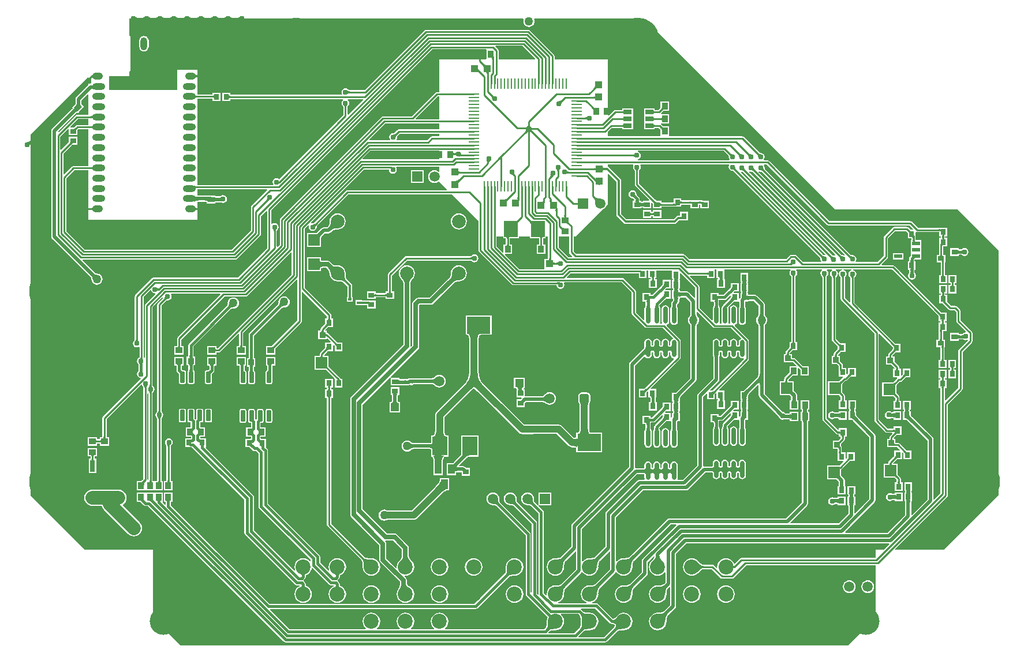
<source format=gtl>
G04*
G04 #@! TF.GenerationSoftware,Altium Limited,Altium Designer,21.8.1 (53)*
G04*
G04 Layer_Physical_Order=1*
G04 Layer_Color=255*
%FSLAX25Y25*%
%MOIN*%
G70*
G04*
G04 #@! TF.SameCoordinates,51FB6EBF-7DE9-4BFC-9D62-BDCD563EF873*
G04*
G04*
G04 #@! TF.FilePolarity,Positive*
G04*
G01*
G75*
%ADD14C,0.01000*%
%ADD21R,0.04724X0.04724*%
%ADD22R,0.03543X0.03150*%
%ADD23R,0.13780X0.09843*%
%ADD24R,0.03150X0.03543*%
%ADD25R,0.06693X0.06614*%
%ADD26R,0.03347X0.03347*%
%ADD27R,0.06614X0.06693*%
%ADD28R,0.02000X0.01402*%
%ADD29R,0.03150X0.03543*%
%ADD30R,0.03543X0.03937*%
%ADD31R,0.03347X0.03740*%
%ADD32R,0.04331X0.04331*%
%ADD33O,0.06102X0.00984*%
%ADD34O,0.00984X0.06102*%
%ADD35R,0.03937X0.03543*%
%ADD36R,0.02835X0.07008*%
%ADD37R,0.04331X0.04331*%
G04:AMPARAMS|DCode=38|XSize=35.43mil|YSize=31.5mil|CornerRadius=0mil|HoleSize=0mil|Usage=FLASHONLY|Rotation=45.000|XOffset=0mil|YOffset=0mil|HoleType=Round|Shape=Rectangle|*
%AMROTATEDRECTD38*
4,1,4,-0.00139,-0.02366,-0.02366,-0.00139,0.00139,0.02366,0.02366,0.00139,-0.00139,-0.02366,0.0*
%
%ADD38ROTATEDRECTD38*%

%ADD39R,0.04724X0.02756*%
%ADD40R,0.07874X0.09449*%
G04:AMPARAMS|DCode=41|XSize=25.59mil|YSize=64.96mil|CornerRadius=1.92mil|HoleSize=0mil|Usage=FLASHONLY|Rotation=0.000|XOffset=0mil|YOffset=0mil|HoleType=Round|Shape=RoundedRectangle|*
%AMROUNDEDRECTD41*
21,1,0.02559,0.06112,0,0,0.0*
21,1,0.02175,0.06496,0,0,0.0*
1,1,0.00384,0.01088,-0.03056*
1,1,0.00384,-0.01088,-0.03056*
1,1,0.00384,-0.01088,0.03056*
1,1,0.00384,0.01088,0.03056*
%
%ADD41ROUNDEDRECTD41*%
%ADD42R,0.03937X0.05512*%
%ADD43O,0.02756X0.09843*%
%ADD44R,0.04803X0.02441*%
%ADD45R,0.03543X0.03150*%
G04:AMPARAMS|DCode=46|XSize=39.37mil|YSize=62.99mil|CornerRadius=19.68mil|HoleSize=0mil|Usage=FLASHONLY|Rotation=180.000|XOffset=0mil|YOffset=0mil|HoleType=Round|Shape=RoundedRectangle|*
%AMROUNDEDRECTD46*
21,1,0.03937,0.02362,0,0,180.0*
21,1,0.00000,0.06299,0,0,180.0*
1,1,0.03937,0.00000,0.01181*
1,1,0.03937,0.00000,0.01181*
1,1,0.03937,0.00000,-0.01181*
1,1,0.03937,0.00000,-0.01181*
%
%ADD46ROUNDEDRECTD46*%
G04:AMPARAMS|DCode=47|XSize=39.37mil|YSize=74.8mil|CornerRadius=19.68mil|HoleSize=0mil|Usage=FLASHONLY|Rotation=180.000|XOffset=0mil|YOffset=0mil|HoleType=Round|Shape=RoundedRectangle|*
%AMROUNDEDRECTD47*
21,1,0.03937,0.03543,0,0,180.0*
21,1,0.00000,0.07480,0,0,180.0*
1,1,0.03937,0.00000,0.01772*
1,1,0.03937,0.00000,0.01772*
1,1,0.03937,0.00000,-0.01772*
1,1,0.03937,0.00000,-0.01772*
%
%ADD47ROUNDEDRECTD47*%
G04:AMPARAMS|DCode=48|XSize=39.37mil|YSize=74.8mil|CornerRadius=19.68mil|HoleSize=0mil|Usage=FLASHONLY|Rotation=270.000|XOffset=0mil|YOffset=0mil|HoleType=Round|Shape=RoundedRectangle|*
%AMROUNDEDRECTD48*
21,1,0.03937,0.03543,0,0,270.0*
21,1,0.00000,0.07480,0,0,270.0*
1,1,0.03937,-0.01772,0.00000*
1,1,0.03937,-0.01772,0.00000*
1,1,0.03937,0.01772,0.00000*
1,1,0.03937,0.01772,0.00000*
%
%ADD48ROUNDEDRECTD48*%
G04:AMPARAMS|DCode=49|XSize=39.37mil|YSize=62.99mil|CornerRadius=19.68mil|HoleSize=0mil|Usage=FLASHONLY|Rotation=270.000|XOffset=0mil|YOffset=0mil|HoleType=Round|Shape=RoundedRectangle|*
%AMROUNDEDRECTD49*
21,1,0.03937,0.02362,0,0,270.0*
21,1,0.00000,0.06299,0,0,270.0*
1,1,0.03937,-0.01181,0.00000*
1,1,0.03937,-0.01181,0.00000*
1,1,0.03937,0.01181,0.00000*
1,1,0.03937,0.01181,0.00000*
%
%ADD49ROUNDEDRECTD49*%
%ADD50R,0.08504X0.11024*%
%ADD83C,0.07900*%
%ADD92C,0.02000*%
%ADD93C,0.01500*%
%ADD94C,0.01200*%
%ADD95C,0.02500*%
%ADD96C,0.08000*%
%ADD97C,0.04000*%
G04:AMPARAMS|DCode=98|XSize=55.12mil|YSize=55.12mil|CornerRadius=13.78mil|HoleSize=0mil|Usage=FLASHONLY|Rotation=180.000|XOffset=0mil|YOffset=0mil|HoleType=Round|Shape=RoundedRectangle|*
%AMROUNDEDRECTD98*
21,1,0.05512,0.02756,0,0,180.0*
21,1,0.02756,0.05512,0,0,180.0*
1,1,0.02756,-0.01378,0.01378*
1,1,0.02756,0.01378,0.01378*
1,1,0.02756,0.01378,-0.01378*
1,1,0.02756,-0.01378,-0.01378*
%
%ADD98ROUNDEDRECTD98*%
%ADD99C,0.05906*%
%ADD100R,0.05906X0.05906*%
%ADD101C,0.08661*%
%ADD102C,0.03000*%
%ADD103C,0.03100*%
%ADD104C,0.05000*%
%ADD105C,0.25000*%
%ADD106C,0.13780*%
%ADD107C,0.15748*%
G36*
X451649Y606299D02*
X615243D01*
X615520Y605884D01*
X615386Y605560D01*
X615276Y604724D01*
X615386Y603889D01*
X615709Y603111D01*
X616222Y602442D01*
X616890Y601929D01*
X617669Y601607D01*
X618504Y601497D01*
X619339Y601607D01*
X620118Y601929D01*
X620786Y602442D01*
X621299Y603111D01*
X621622Y603889D01*
X621732Y604724D01*
X621622Y605560D01*
X621488Y605884D01*
X621765Y606299D01*
X685039D01*
X795276Y496063D01*
X866142D01*
X889764Y472441D01*
Y330709D01*
X858268Y299213D01*
X829946D01*
X829755Y299675D01*
X860046Y329965D01*
X860311Y330362D01*
X860404Y330830D01*
Y383280D01*
X868582Y391458D01*
X868847Y391855D01*
X868940Y392323D01*
Y413666D01*
X874284Y419011D01*
X874550Y419408D01*
X874643Y419876D01*
Y424606D01*
X874550Y425074D01*
X874284Y425471D01*
X867759Y431997D01*
Y437205D01*
X867666Y437673D01*
X867401Y438070D01*
X865629Y439842D01*
X865232Y440107D01*
X864764Y440200D01*
X862318D01*
X859970Y442547D01*
X859952Y442567D01*
Y446713D01*
X858908D01*
X858906Y446726D01*
X858901Y446784D01*
Y447423D01*
X858906Y447482D01*
X858908Y447495D01*
X859952D01*
Y452438D01*
X855402D01*
Y447495D01*
X856446D01*
X856448Y447482D01*
X856454Y447423D01*
Y446784D01*
X856448Y446726D01*
X856446Y446713D01*
X855402D01*
Y441769D01*
X856991D01*
X857027Y441764D01*
X857102Y441744D01*
X857184Y441715D01*
X857271Y441675D01*
X857366Y441622D01*
X857467Y441556D01*
X857573Y441475D01*
X857631Y441426D01*
X860946Y438111D01*
X861343Y437846D01*
X861811Y437753D01*
X864257D01*
X865312Y436698D01*
Y431490D01*
X865405Y431022D01*
X865670Y430625D01*
X870927Y425368D01*
X870691Y424928D01*
X870669Y424932D01*
X869791Y424757D01*
X869047Y424260D01*
X868909Y424053D01*
X868896Y424043D01*
X868865Y424007D01*
X868861Y424004D01*
X868848Y423995D01*
X868820Y423981D01*
X868775Y423964D01*
X868713Y423946D01*
X868644Y423932D01*
X868525Y423919D01*
X867056D01*
X866967Y423926D01*
X866794Y423949D01*
X866664Y423978D01*
X866645Y423985D01*
Y424519D01*
X865944D01*
X865936Y424521D01*
X865927Y424519D01*
X861702D01*
Y419969D01*
X866645D01*
Y420873D01*
X866694Y420893D01*
X866814Y420925D01*
X866979Y420952D01*
X867095Y420962D01*
X868820D01*
X868904Y420957D01*
X868996Y420943D01*
X869081Y420927D01*
X869150Y420909D01*
X869203Y420892D01*
X869239Y420876D01*
X869259Y420865D01*
X869301Y420836D01*
X869346Y420816D01*
X869791Y420518D01*
X870669Y420344D01*
X871547Y420518D01*
X871943Y420181D01*
X871957Y420144D01*
X866851Y415038D01*
X866586Y414641D01*
X866493Y414173D01*
Y392830D01*
X859166Y385502D01*
X858704Y385694D01*
Y392682D01*
X858709Y392741D01*
X858711Y392754D01*
X859755D01*
Y397697D01*
X858711D01*
X858709Y397710D01*
X858704Y397769D01*
Y398407D01*
X858709Y398466D01*
X858711Y398479D01*
X859755D01*
Y403422D01*
X855206D01*
Y398479D01*
X856250D01*
X856252Y398466D01*
X856257Y398407D01*
Y397769D01*
X856252Y397710D01*
X856250Y397697D01*
X855206D01*
Y392754D01*
X856250D01*
X856252Y392741D01*
X856257Y392682D01*
Y332041D01*
X852589Y328373D01*
X852127Y328565D01*
Y363189D01*
X851995Y363852D01*
X851619Y364415D01*
X839937Y376097D01*
X839591Y376469D01*
X839338Y376785D01*
X839142Y377065D01*
X839086Y377163D01*
Y378719D01*
X839087Y378728D01*
X839086Y378737D01*
Y379440D01*
X838635D01*
X838603Y379582D01*
X838572Y379787D01*
X838561Y379933D01*
X838645Y380402D01*
X839086D01*
Y381106D01*
X839087Y381114D01*
X839086Y381123D01*
Y385346D01*
X834536D01*
Y381123D01*
X834534Y381114D01*
X834536Y381106D01*
Y380402D01*
X834987D01*
X835019Y380260D01*
X835050Y380056D01*
X835061Y379909D01*
X834978Y379440D01*
X834536D01*
Y378737D01*
X834534Y378728D01*
X834536Y378719D01*
Y374497D01*
X836420D01*
X836517Y374441D01*
X836790Y374251D01*
X837389Y373743D01*
X848660Y362471D01*
Y328277D01*
X839794Y319410D01*
X839332Y319602D01*
Y326777D01*
X839334Y326837D01*
X839358Y327095D01*
X839390Y327308D01*
X839423Y327450D01*
X839873D01*
Y328153D01*
X839875Y328162D01*
X839873Y328170D01*
Y331672D01*
X839875Y331681D01*
X839873Y331690D01*
Y332393D01*
X839423D01*
X839390Y332535D01*
X839359Y332739D01*
X839349Y332886D01*
X839432Y333355D01*
X839873D01*
Y334058D01*
X839875Y334067D01*
X839873Y334076D01*
Y338298D01*
X835324D01*
Y334076D01*
X835322Y334067D01*
X835324Y334058D01*
Y333355D01*
X835774D01*
X835807Y333213D01*
X835838Y333009D01*
X835848Y332862D01*
X835765Y332393D01*
X835324D01*
Y331690D01*
X835322Y331681D01*
X835324Y331672D01*
Y328170D01*
X835322Y328162D01*
X835324Y328153D01*
Y327450D01*
X835774D01*
X835807Y327308D01*
X835838Y327103D01*
X835865Y326715D01*
Y319300D01*
X825694Y309129D01*
X801288D01*
X801096Y309591D01*
X818155Y326649D01*
X818530Y327211D01*
X818662Y327874D01*
Y365158D01*
X818530Y365821D01*
X818155Y366383D01*
X808441Y376097D01*
X808095Y376469D01*
X807842Y376785D01*
X807646Y377065D01*
X807590Y377163D01*
Y378719D01*
X807592Y378728D01*
X807590Y378737D01*
Y379440D01*
X807139D01*
X807107Y379582D01*
X807076Y379787D01*
X807049Y380159D01*
X807050Y380184D01*
X807074Y380441D01*
X807107Y380654D01*
X807139Y380796D01*
X807590D01*
Y381500D01*
X807592Y381508D01*
X807590Y381517D01*
Y385739D01*
X803040D01*
Y381517D01*
X803038Y381508D01*
X803040Y381500D01*
Y380796D01*
X803491D01*
X803523Y380654D01*
X803554Y380450D01*
X803580Y380077D01*
X803580Y380053D01*
X803556Y379795D01*
X803523Y379582D01*
X803491Y379440D01*
X803040D01*
Y378737D01*
X803038Y378728D01*
X803040Y378719D01*
Y374497D01*
X804924D01*
X805021Y374441D01*
X805294Y374251D01*
X805893Y373743D01*
X815196Y364440D01*
Y328592D01*
X806920Y320316D01*
X806458Y320508D01*
Y324415D01*
X806460Y324475D01*
X806484Y324733D01*
X806516Y324946D01*
X806549Y325087D01*
X806999D01*
Y325791D01*
X807001Y325799D01*
X806999Y325808D01*
Y329310D01*
X807001Y329319D01*
X806999Y329327D01*
Y330031D01*
X806549D01*
X806516Y330172D01*
X806485Y330377D01*
X806466Y330646D01*
X806484Y330835D01*
X806516Y331048D01*
X806549Y331190D01*
X806999D01*
Y331893D01*
X807001Y331902D01*
X806999Y331910D01*
Y336133D01*
X802450D01*
Y331910D01*
X802448Y331902D01*
X802450Y331893D01*
Y331190D01*
X802900D01*
X802933Y331048D01*
X802964Y330843D01*
X802983Y330574D01*
X802965Y330385D01*
X802933Y330172D01*
X802900Y330031D01*
X802450D01*
Y329327D01*
X802448Y329319D01*
X802450Y329310D01*
Y325808D01*
X802448Y325799D01*
X802450Y325791D01*
Y325087D01*
X802900D01*
X802933Y324946D01*
X802964Y324741D01*
X802991Y324353D01*
Y320206D01*
X797313Y314529D01*
X769602D01*
X769410Y314990D01*
X779178Y324759D01*
X779554Y325321D01*
X779686Y325984D01*
Y372956D01*
X779694Y373073D01*
X779726Y373325D01*
X779766Y373524D01*
X779810Y373664D01*
X779831Y373710D01*
X780424D01*
Y374413D01*
X780426Y374422D01*
X780424Y374430D01*
Y378326D01*
X780426Y378334D01*
X780424Y378343D01*
Y379047D01*
X779831D01*
X779810Y379092D01*
X779766Y379232D01*
X779728Y379420D01*
X779705Y379659D01*
X779726Y379821D01*
X779766Y380020D01*
X779810Y380160D01*
X779831Y380205D01*
X780424D01*
Y380909D01*
X780426Y380918D01*
X780424Y380926D01*
Y385542D01*
X775481D01*
Y380926D01*
X775479Y380918D01*
X775481Y380909D01*
Y380205D01*
X776074D01*
X776095Y380160D01*
X776139Y380020D01*
X776178Y379832D01*
X776200Y379593D01*
X776180Y379431D01*
X776139Y379232D01*
X776095Y379092D01*
X776074Y379047D01*
X775481D01*
Y378343D01*
X775479Y378334D01*
X775481Y378326D01*
Y374430D01*
X775479Y374422D01*
X775481Y374413D01*
Y373710D01*
X776074D01*
X776095Y373664D01*
X776139Y373524D01*
X776178Y373336D01*
X776220Y372894D01*
Y326702D01*
X766998Y317481D01*
X699606D01*
X698943Y317349D01*
X698381Y316973D01*
X676619Y295213D01*
X676404Y295060D01*
X676141Y294913D01*
X675843Y294783D01*
X675509Y294670D01*
X675137Y294576D01*
X674738Y294504D01*
X673789Y294421D01*
X673439Y294416D01*
X673228Y294444D01*
X671915Y294271D01*
X670691Y293764D01*
X669640Y292958D01*
X669404Y292651D01*
X668931Y292811D01*
Y318055D01*
X684507Y333630D01*
X709379D01*
X710043Y333762D01*
X710605Y334138D01*
X720403Y343936D01*
X723835D01*
X724009Y343921D01*
X724249Y343881D01*
X724434Y343831D01*
X724562Y343780D01*
X724633Y343736D01*
X724633Y343736D01*
Y342126D01*
X724795Y341315D01*
X725254Y340628D01*
X725941Y340169D01*
X726752Y340007D01*
X727563Y340169D01*
X728250Y340628D01*
X728709Y341315D01*
X728871Y342126D01*
Y343524D01*
X729252Y343746D01*
X729633Y343524D01*
Y342126D01*
X729795Y341315D01*
X730254Y340628D01*
X730941Y340169D01*
X731752Y340007D01*
X732563Y340169D01*
X733250Y340628D01*
X733709Y341315D01*
X733871Y342126D01*
Y343524D01*
X734252Y343746D01*
X734633Y343524D01*
Y342126D01*
X734795Y341315D01*
X735254Y340628D01*
X735941Y340169D01*
X736752Y340007D01*
X737563Y340169D01*
X738250Y340628D01*
X738709Y341315D01*
X738871Y342126D01*
Y343524D01*
X739252Y343746D01*
X739633Y343524D01*
Y342126D01*
X739795Y341315D01*
X740254Y340628D01*
X740941Y340169D01*
X741752Y340007D01*
X742563Y340169D01*
X743250Y340628D01*
X743709Y341315D01*
X743871Y342126D01*
Y349213D01*
X743709Y350023D01*
X743250Y350711D01*
X742563Y351170D01*
X741752Y351331D01*
X740941Y351170D01*
X740254Y350711D01*
X739795Y350023D01*
X739633Y349213D01*
Y347814D01*
X739252Y347592D01*
X738871Y347814D01*
Y349213D01*
X738709Y350023D01*
X738250Y350711D01*
X737563Y351170D01*
X736752Y351331D01*
X735941Y351170D01*
X735254Y350711D01*
X734795Y350023D01*
X734633Y349213D01*
Y347814D01*
X734252Y347592D01*
X733871Y347814D01*
Y349213D01*
X733709Y350023D01*
X733250Y350711D01*
X732563Y351170D01*
X731752Y351331D01*
X730941Y351170D01*
X730254Y350711D01*
X729795Y350023D01*
X729633Y349213D01*
Y347814D01*
X729252Y347592D01*
X728871Y347814D01*
Y349213D01*
X728709Y350023D01*
X728250Y350711D01*
X727563Y351170D01*
X726752Y351331D01*
X725941Y351170D01*
X725254Y350711D01*
X724795Y350023D01*
X724633Y349213D01*
Y347603D01*
X724633Y347602D01*
X724562Y347559D01*
X724434Y347507D01*
X724249Y347458D01*
X724009Y347418D01*
X723835Y347403D01*
X719732D01*
X719681Y347407D01*
X719253Y347827D01*
Y387743D01*
X720885Y389376D01*
X721347Y389184D01*
Y386341D01*
X725897D01*
Y389286D01*
X725967Y389386D01*
X726190Y389651D01*
X726397Y389858D01*
X726859Y389666D01*
Y386341D01*
X727496D01*
X727696Y386002D01*
X727493Y385658D01*
X727236D01*
Y380714D01*
X731786D01*
Y385658D01*
X731473D01*
X731374Y385841D01*
X731409Y386341D01*
X731409D01*
Y387042D01*
X731410Y387050D01*
X731409Y387059D01*
Y391285D01*
X728477D01*
X728286Y391747D01*
X745195Y408656D01*
X745460Y409053D01*
X745553Y409521D01*
Y420162D01*
X745460Y420631D01*
X745195Y421028D01*
X737407Y428816D01*
X737507Y429296D01*
X737578Y429352D01*
X738250Y429801D01*
X738709Y430488D01*
X738871Y431299D01*
Y438386D01*
X738709Y439197D01*
X738250Y439884D01*
X737563Y440343D01*
X736752Y440505D01*
X735941Y440343D01*
X735254Y439884D01*
X734795Y439197D01*
X734633Y438386D01*
Y431299D01*
X734795Y430488D01*
X734863Y430386D01*
X734627Y429945D01*
X733877D01*
X733641Y430386D01*
X733709Y430488D01*
X733871Y431299D01*
Y438386D01*
X733709Y439197D01*
X733610Y439346D01*
X733611Y439348D01*
X733901Y439701D01*
X736436Y442236D01*
X736719Y442499D01*
X736950Y442685D01*
X737144Y442821D01*
X739519D01*
X739676Y442821D01*
X740019Y442462D01*
Y440383D01*
X740008Y440048D01*
X739973Y439638D01*
X739954Y439508D01*
X739937Y439428D01*
X739936Y439423D01*
X739931Y439414D01*
X739923Y439389D01*
X739795Y439197D01*
X739633Y438386D01*
Y431299D01*
X739795Y430488D01*
X740254Y429801D01*
X740941Y429342D01*
X741752Y429181D01*
X742563Y429342D01*
X743250Y429801D01*
X743709Y430488D01*
X743871Y431299D01*
Y438386D01*
X743709Y439197D01*
X743581Y439389D01*
X743573Y439414D01*
X743568Y439423D01*
X743567Y439428D01*
X743556Y439478D01*
X743485Y440668D01*
Y442806D01*
X743500Y442821D01*
X744470D01*
X744479Y442819D01*
X744487Y442821D01*
X745188D01*
Y443095D01*
X745908Y443149D01*
X748298D01*
X751220Y440227D01*
Y435535D01*
X751215Y435483D01*
X751185Y435306D01*
X751146Y435142D01*
X751096Y434992D01*
X751037Y434852D01*
X750969Y434723D01*
X750891Y434602D01*
X750802Y434489D01*
X750740Y434423D01*
X750670Y434369D01*
X750158Y433700D01*
X749835Y432922D01*
X749725Y432087D01*
X749835Y431251D01*
X750158Y430473D01*
X750670Y429804D01*
X750740Y429751D01*
X750802Y429684D01*
X750891Y429571D01*
X750969Y429451D01*
X751037Y429321D01*
X751096Y429182D01*
X751146Y429031D01*
X751185Y428867D01*
X751215Y428690D01*
X751220Y428639D01*
Y401026D01*
X751190Y400760D01*
X751130Y400445D01*
X751046Y400142D01*
X750939Y399850D01*
X750808Y399568D01*
X750653Y399294D01*
X750473Y399029D01*
X750306Y398820D01*
X743416Y391930D01*
X743050Y391591D01*
X742740Y391342D01*
X742462Y391149D01*
X742326Y391071D01*
X740639D01*
Y386848D01*
X740637Y386840D01*
X740639Y386831D01*
Y386128D01*
X740882D01*
X741098Y385740D01*
X740837Y385346D01*
X740639D01*
Y384642D01*
X740637Y384634D01*
X740639Y384625D01*
Y381123D01*
X740637Y381114D01*
X740639Y381106D01*
Y380402D01*
X741089D01*
X741122Y380260D01*
X741153Y380056D01*
X741163Y379909D01*
X741080Y379440D01*
X740639D01*
Y378737D01*
X740637Y378728D01*
X740639Y378719D01*
Y376571D01*
X740526Y376459D01*
X740435Y376322D01*
X739756Y376189D01*
X739676Y376242D01*
Y379440D01*
X736745D01*
X736568Y379940D01*
X736719Y380081D01*
X736950Y380267D01*
X737144Y380402D01*
X739676D01*
Y385346D01*
X735127D01*
Y382848D01*
X735083Y382771D01*
X734953Y382584D01*
X734595Y382158D01*
X729227Y376790D01*
X728495D01*
X728379Y376801D01*
X728213Y376828D01*
X728093Y376860D01*
X728046Y376879D01*
Y377784D01*
X723496D01*
Y372840D01*
X725181D01*
X725204Y372784D01*
X725236Y372666D01*
X725263Y372502D01*
X725274Y372388D01*
Y370767D01*
X725252Y370470D01*
X725227Y370293D01*
X725195Y370129D01*
X725158Y369987D01*
X725117Y369866D01*
X725075Y369766D01*
X725033Y369688D01*
X724969Y369595D01*
X724947Y369543D01*
X724795Y369315D01*
X724633Y368504D01*
Y361417D01*
X724795Y360607D01*
X725254Y359919D01*
X725941Y359460D01*
X726752Y359299D01*
X727563Y359460D01*
X728250Y359919D01*
X728709Y360607D01*
X728871Y361417D01*
Y368504D01*
X728709Y369315D01*
X728557Y369543D01*
X728535Y369595D01*
X728472Y369688D01*
X728429Y369766D01*
X728387Y369866D01*
X728346Y369987D01*
X728309Y370129D01*
X728277Y370293D01*
X728252Y370470D01*
X728230Y370767D01*
Y373799D01*
X728379Y373823D01*
X728495Y373834D01*
X729840D01*
X730405Y373946D01*
X730885Y374267D01*
X734665Y378046D01*
X735127Y377855D01*
Y376942D01*
X735083Y376866D01*
X734953Y376678D01*
X734595Y376252D01*
X730707Y372364D01*
X730386Y371885D01*
X730274Y371319D01*
Y370767D01*
X730252Y370470D01*
X730227Y370293D01*
X730195Y370129D01*
X730158Y369987D01*
X730117Y369866D01*
X730075Y369766D01*
X730032Y369688D01*
X729969Y369595D01*
X729947Y369543D01*
X729795Y369315D01*
X729633Y368504D01*
Y361417D01*
X729795Y360607D01*
X730254Y359919D01*
X730941Y359460D01*
X731752Y359299D01*
X732563Y359460D01*
X733250Y359919D01*
X733709Y360607D01*
X733871Y361417D01*
Y368504D01*
X733709Y369315D01*
X733557Y369543D01*
X733535Y369595D01*
X733471Y369688D01*
X733429Y369766D01*
X733387Y369866D01*
X733346Y369987D01*
X733309Y370129D01*
X733277Y370293D01*
X733252Y370470D01*
X733235Y370711D01*
X736436Y373912D01*
X736719Y374175D01*
X736950Y374361D01*
X737144Y374497D01*
X739519D01*
X739676Y374497D01*
X740019Y374139D01*
Y370502D01*
X740008Y370166D01*
X739973Y369756D01*
X739954Y369626D01*
X739937Y369546D01*
X739936Y369542D01*
X739931Y369532D01*
X739923Y369508D01*
X739795Y369315D01*
X739633Y368504D01*
Y361417D01*
X739795Y360607D01*
X740254Y359919D01*
X740941Y359460D01*
X741752Y359299D01*
X742563Y359460D01*
X743250Y359919D01*
X743709Y360607D01*
X743871Y361417D01*
Y368504D01*
X743709Y369315D01*
X743581Y369508D01*
X743573Y369532D01*
X743568Y369542D01*
X743567Y369546D01*
X743556Y369596D01*
X743485Y370786D01*
Y373668D01*
X743501Y373842D01*
X743540Y374082D01*
X743590Y374266D01*
X743642Y374394D01*
X743685Y374465D01*
X743710Y374493D01*
X743716Y374497D01*
X745188D01*
Y378719D01*
X745190Y378728D01*
X745188Y378737D01*
Y379440D01*
X744738D01*
X744705Y379582D01*
X744674Y379787D01*
X744664Y379933D01*
X744747Y380402D01*
X745188D01*
Y381106D01*
X745190Y381114D01*
X745188Y381123D01*
Y384625D01*
X745190Y384634D01*
X745188Y384642D01*
Y385346D01*
X744945D01*
X744729Y385734D01*
X744990Y386128D01*
X745188D01*
Y386831D01*
X745190Y386840D01*
X745188Y386848D01*
Y388601D01*
X745222Y388660D01*
X745415Y388935D01*
X745933Y389545D01*
X750758Y394369D01*
X751220Y394178D01*
Y388583D01*
X751351Y387919D01*
X751727Y387357D01*
X762754Y376330D01*
X762841Y375894D01*
X763339Y375149D01*
X764083Y374652D01*
X764961Y374478D01*
X765801Y374645D01*
X768363D01*
X768528Y374631D01*
X768768Y374592D01*
X768954Y374545D01*
X769082Y374495D01*
X769153Y374453D01*
X769174Y374434D01*
X769182Y374367D01*
Y373710D01*
X769885D01*
X769894Y373708D01*
X769903Y373710D01*
X774125D01*
Y379047D01*
X769903D01*
X769894Y379048D01*
X769885Y379047D01*
X769182D01*
Y378389D01*
X769174Y378322D01*
X769153Y378303D01*
X769082Y378261D01*
X768954Y378211D01*
X768768Y378164D01*
X768528Y378125D01*
X768363Y378111D01*
X766828D01*
X766788Y378114D01*
X766768Y378117D01*
X766583Y378394D01*
X765839Y378891D01*
X764961Y379066D01*
X764940Y379062D01*
X764822Y379165D01*
X754686Y389301D01*
Y399016D01*
Y428639D01*
X754691Y428690D01*
X754720Y428867D01*
X754760Y429031D01*
X754809Y429182D01*
X754868Y429321D01*
X754937Y429451D01*
X755015Y429571D01*
X755103Y429684D01*
X755165Y429751D01*
X755235Y429804D01*
X755748Y430473D01*
X756070Y431251D01*
X756180Y432087D01*
X756070Y432922D01*
X755748Y433700D01*
X755235Y434369D01*
X755165Y434423D01*
X755103Y434489D01*
X755015Y434602D01*
X754937Y434723D01*
X754868Y434852D01*
X754809Y434992D01*
X754760Y435142D01*
X754720Y435306D01*
X754691Y435483D01*
X754686Y435535D01*
Y440945D01*
X754554Y441608D01*
X754178Y442170D01*
X750241Y446107D01*
X749679Y446483D01*
X749016Y446615D01*
X746017D01*
X745843Y446630D01*
X745603Y446670D01*
X745418Y446720D01*
X745291Y446771D01*
X745219Y446815D01*
X745192Y446840D01*
X745188Y446846D01*
Y447043D01*
X745190Y447052D01*
X745188Y447061D01*
Y447764D01*
X744945D01*
X744729Y448152D01*
X744990Y448546D01*
X745188D01*
Y449250D01*
X745190Y449258D01*
X745188Y449267D01*
Y452769D01*
X745190Y452777D01*
X745188Y452786D01*
Y453489D01*
X744945D01*
X744729Y453877D01*
X744990Y454272D01*
X745188D01*
Y454975D01*
X745190Y454984D01*
X745188Y454992D01*
Y459215D01*
X740639D01*
Y454992D01*
X740637Y454984D01*
X740639Y454975D01*
Y454272D01*
X740882D01*
X741098Y453883D01*
X740837Y453489D01*
X740639D01*
Y452786D01*
X740637Y452777D01*
X740639Y452769D01*
Y449267D01*
X740637Y449258D01*
X740639Y449250D01*
Y448546D01*
X740882D01*
X741098Y448158D01*
X740837Y447764D01*
X740639D01*
Y447061D01*
X740637Y447052D01*
X740639Y447043D01*
Y444862D01*
X740526Y444749D01*
X740435Y444612D01*
X739756Y444479D01*
X739676Y444532D01*
Y447764D01*
X736958D01*
X736774Y448118D01*
X736769Y448245D01*
X737146Y448546D01*
X739676D01*
Y453489D01*
X735127D01*
Y450991D01*
X735083Y450915D01*
X734953Y450727D01*
X734595Y450302D01*
X730965Y446672D01*
X728495D01*
X728379Y446683D01*
X728213Y446710D01*
X728093Y446742D01*
X728045Y446761D01*
Y447666D01*
X723496D01*
Y442722D01*
X725181D01*
X725204Y442665D01*
X725236Y442548D01*
X725263Y442384D01*
X725274Y442269D01*
Y440649D01*
X725252Y440352D01*
X725227Y440175D01*
X725195Y440011D01*
X725158Y439869D01*
X725117Y439747D01*
X725075Y439648D01*
X725033Y439570D01*
X724969Y439477D01*
X724947Y439425D01*
X724795Y439197D01*
X724633Y438386D01*
Y432156D01*
X724171Y431964D01*
X717006Y439129D01*
Y451286D01*
X716913Y451754D01*
X716648Y452151D01*
X711592Y457206D01*
X711784Y457668D01*
X721272D01*
X721329Y457663D01*
X721347Y457660D01*
Y456223D01*
X725897D01*
Y461166D01*
X726310Y461375D01*
X726445D01*
X726859Y461166D01*
X726859Y460875D01*
Y456223D01*
X727496D01*
X727696Y455884D01*
X727493Y455540D01*
X727236D01*
Y450596D01*
X731786D01*
Y455540D01*
X731473D01*
X731374Y455723D01*
X731409Y456223D01*
X731409D01*
Y456924D01*
X731410Y456932D01*
X731409Y456941D01*
Y460875D01*
X731409Y461166D01*
X731822Y461375D01*
X769487D01*
X769639Y460875D01*
X769638Y460874D01*
X769140Y460130D01*
X768966Y459252D01*
X769140Y458374D01*
X769638Y457630D01*
X769755Y457551D01*
X769821Y457472D01*
X769878Y457393D01*
X769925Y457316D01*
X769963Y457241D01*
X769993Y457167D01*
X770016Y457092D01*
X770032Y457016D01*
X770036Y456983D01*
Y419554D01*
X770031Y419495D01*
X770029Y419483D01*
X768985D01*
Y416674D01*
X768983Y416665D01*
X768985Y416657D01*
Y416335D01*
X768932Y416259D01*
X768700Y415984D01*
X767147Y414431D01*
X766881Y414034D01*
X766788Y413566D01*
Y412553D01*
X766783Y412496D01*
X766780Y412478D01*
X765639D01*
Y407731D01*
X769067D01*
X769185Y407708D01*
X771024D01*
X773092Y405639D01*
X772901Y405177D01*
X768985D01*
Y401633D01*
X768937Y401565D01*
X768703Y401289D01*
X766261Y398847D01*
X765996Y398449D01*
X765903Y397981D01*
Y396799D01*
X765898Y396742D01*
X765894Y396724D01*
X763513D01*
Y388709D01*
X769102D01*
X769920Y387942D01*
Y386296D01*
X769912Y386179D01*
X769880Y385927D01*
X769840Y385728D01*
X769796Y385588D01*
X769775Y385542D01*
X769182D01*
Y384839D01*
X769180Y384830D01*
X769182Y384822D01*
Y380205D01*
X774125D01*
Y384822D01*
X774127Y384830D01*
X774125Y384839D01*
Y385542D01*
X773532D01*
X773511Y385588D01*
X773467Y385728D01*
X773429Y385916D01*
X773387Y386358D01*
Y388661D01*
X773387Y388661D01*
X773255Y389325D01*
X772879Y389887D01*
X771730Y391036D01*
X771605Y391171D01*
Y396724D01*
X768358D01*
X768355Y396742D01*
X768350Y396799D01*
Y397475D01*
X770391Y399516D01*
X770562Y399675D01*
X770701Y399787D01*
X770777Y399840D01*
X773928D01*
Y404150D01*
X774390Y404341D01*
X774960Y403771D01*
X775119Y403600D01*
X775231Y403461D01*
X775284Y403385D01*
Y399840D01*
X780228D01*
Y405177D01*
X777076D01*
X777008Y405225D01*
X776732Y405460D01*
X772396Y409796D01*
X771999Y410062D01*
X771530Y410155D01*
X770458D01*
X770399Y410160D01*
X770385Y410162D01*
Y412478D01*
X769243D01*
X769240Y412496D01*
X769235Y412553D01*
Y413059D01*
X770386Y414210D01*
X770559Y414371D01*
X770697Y414481D01*
X770781Y414539D01*
X771103D01*
X771111Y414537D01*
X771120Y414539D01*
X773535D01*
Y419483D01*
X772491D01*
X772488Y419495D01*
X772483Y419554D01*
Y456983D01*
X772487Y457016D01*
X772504Y457092D01*
X772527Y457166D01*
X772557Y457241D01*
X772595Y457316D01*
X772642Y457393D01*
X772698Y457472D01*
X772765Y457551D01*
X772882Y457630D01*
X773379Y458374D01*
X773554Y459252D01*
X773379Y460130D01*
X772882Y460874D01*
X772881Y460875D01*
X773033Y461375D01*
X787695D01*
X787847Y460875D01*
X787551Y460677D01*
X787054Y459933D01*
X786879Y459055D01*
X787054Y458177D01*
X787551Y457433D01*
X787668Y457355D01*
X787735Y457275D01*
X787791Y457196D01*
X787838Y457120D01*
X787876Y457044D01*
X787906Y456970D01*
X787929Y456895D01*
X787946Y456819D01*
X787950Y456786D01*
Y374803D01*
X788043Y374335D01*
X788308Y373938D01*
X795985Y366261D01*
X796382Y365996D01*
X796850Y365902D01*
X797453D01*
X797510Y365897D01*
X797528Y365894D01*
Y364654D01*
X798572D01*
X798574Y364641D01*
X798580Y364583D01*
Y363811D01*
X797527Y362758D01*
X797354Y362598D01*
X797216Y362488D01*
X797133Y362429D01*
X796811D01*
X796802Y362431D01*
X796794Y362429D01*
X794182D01*
Y357683D01*
X796710D01*
X796712Y357668D01*
X796717Y357610D01*
Y354224D01*
X796741Y354106D01*
Y350678D01*
X799869D01*
X800060Y350216D01*
X797773Y347928D01*
X797532D01*
X797413Y347905D01*
X790678D01*
Y339891D01*
X796137D01*
X796175Y339869D01*
X796360Y339744D01*
X797085Y339125D01*
X797479Y338731D01*
Y336806D01*
X797477Y336746D01*
X797453Y336488D01*
X797421Y336275D01*
X797388Y336133D01*
X796938D01*
Y335430D01*
X796936Y335421D01*
X796938Y335413D01*
Y331190D01*
X801487D01*
Y335413D01*
X801489Y335421D01*
X801487Y335430D01*
Y336133D01*
X801037D01*
X801004Y336275D01*
X800973Y336480D01*
X800946Y336868D01*
Y339449D01*
X800814Y340112D01*
X800438Y340674D01*
X799492Y341621D01*
X799110Y342050D01*
X798927Y342287D01*
X798792Y342486D01*
X798771Y342525D01*
Y345590D01*
X799145Y345840D01*
X803654Y350349D01*
X803827Y350510D01*
X803965Y350620D01*
X804048Y350678D01*
X804370D01*
X804379Y350676D01*
X804388Y350678D01*
X806802D01*
Y355621D01*
X802253D01*
Y352813D01*
X802251Y352804D01*
X802253Y352796D01*
Y352474D01*
X802200Y352398D01*
X801967Y352123D01*
X801752Y351908D01*
X801291Y352099D01*
Y355621D01*
X799172D01*
X799169Y355636D01*
X799164Y355694D01*
Y358670D01*
X799071Y359138D01*
X798928Y359352D01*
Y360295D01*
X798930Y360303D01*
X798928Y360312D01*
Y360634D01*
X798981Y360709D01*
X799214Y360984D01*
X800668Y362439D01*
X800933Y362836D01*
X801027Y363304D01*
Y364583D01*
X801032Y364642D01*
X801034Y364654D01*
X802078D01*
Y369598D01*
X797528D01*
Y368885D01*
X797028Y368678D01*
X790397Y375310D01*
Y456786D01*
X790401Y456819D01*
X790417Y456895D01*
X790440Y456970D01*
X790470Y457044D01*
X790508Y457120D01*
X790555Y457196D01*
X790612Y457275D01*
X790678Y457355D01*
X790795Y457433D01*
X791293Y458177D01*
X791467Y459055D01*
X791293Y459933D01*
X790795Y460677D01*
X790500Y460875D01*
X790651Y461375D01*
X793502D01*
X793653Y460875D01*
X793063Y460480D01*
X792566Y459736D01*
X792391Y458858D01*
X792566Y457980D01*
X793063Y457236D01*
X793180Y457158D01*
X793247Y457078D01*
X793303Y456999D01*
X793350Y456923D01*
X793388Y456847D01*
X793418Y456773D01*
X793441Y456698D01*
X793457Y456622D01*
X793462Y456590D01*
Y420669D01*
X793555Y420201D01*
X793820Y419804D01*
X796664Y416960D01*
X796747Y416866D01*
X796857Y416727D01*
X796936Y416613D01*
X796938Y416610D01*
Y415805D01*
X796936Y415796D01*
X796938Y415788D01*
Y415466D01*
X796885Y415390D01*
X796652Y415115D01*
X794903Y413365D01*
X794637Y412968D01*
X794544Y412500D01*
Y411323D01*
X794539Y411266D01*
X794536Y411248D01*
X793395D01*
Y406502D01*
X796349D01*
X796417Y406454D01*
X796693Y406220D01*
X797308Y405604D01*
Y403043D01*
X797331Y402925D01*
Y399497D01*
X799763D01*
X799915Y398997D01*
X799883Y398975D01*
X797960Y397053D01*
X797787Y396892D01*
X797649Y396782D01*
X797566Y396724D01*
X797244D01*
X797235Y396725D01*
X797227Y396724D01*
X791268D01*
Y388709D01*
X797569D01*
X797637Y388662D01*
X797913Y388427D01*
X798580Y387761D01*
Y385811D01*
X798574Y385752D01*
X798572Y385739D01*
X797528D01*
Y380796D01*
X802078D01*
Y385739D01*
X801034D01*
X801032Y385752D01*
X801027Y385811D01*
Y388268D01*
X800933Y388736D01*
X800668Y389133D01*
X799686Y390115D01*
X799527Y390286D01*
X799415Y390426D01*
X799361Y390502D01*
Y394589D01*
X799363Y394597D01*
X799361Y394606D01*
Y394928D01*
X799414Y395004D01*
X799647Y395279D01*
X801255Y396887D01*
X801457D01*
X801925Y396980D01*
X802322Y397245D01*
X804245Y399168D01*
X804418Y399329D01*
X804555Y399439D01*
X804639Y399497D01*
X804961D01*
X804970Y399495D01*
X804978Y399497D01*
X807393D01*
Y404440D01*
X802843D01*
Y401632D01*
X802842Y401623D01*
X802843Y401615D01*
Y401293D01*
X802791Y401217D01*
X802558Y400942D01*
X802343Y400727D01*
X801881Y400918D01*
Y404440D01*
X799762D01*
X799760Y404455D01*
X799755Y404513D01*
Y406111D01*
X799662Y406579D01*
X799397Y406976D01*
X798465Y407908D01*
X798306Y408079D01*
X798194Y408218D01*
X798141Y408294D01*
Y411248D01*
X796999D01*
X796996Y411266D01*
X796991Y411323D01*
Y411993D01*
X798339Y413341D01*
X798512Y413502D01*
X798650Y413612D01*
X798733Y413670D01*
X799055D01*
X799064Y413668D01*
X799073Y413670D01*
X801487D01*
Y418613D01*
X798892D01*
X798886Y418615D01*
X798877Y418613D01*
X798527D01*
X798483Y418644D01*
X798197Y418888D01*
X795909Y421176D01*
Y456590D01*
X795913Y456622D01*
X795929Y456698D01*
X795952Y456773D01*
X795982Y456847D01*
X796020Y456923D01*
X796067Y456999D01*
X796124Y457078D01*
X796190Y457158D01*
X796307Y457236D01*
X796805Y457980D01*
X796979Y458858D01*
X796805Y459736D01*
X796307Y460480D01*
X795717Y460875D01*
X795868Y461375D01*
X799349D01*
X799398Y460875D01*
X798925Y460781D01*
X798181Y460284D01*
X797684Y459539D01*
X797509Y458661D01*
X797684Y457784D01*
X798181Y457039D01*
X798298Y456961D01*
X798365Y456881D01*
X798421Y456803D01*
X798468Y456726D01*
X798506Y456650D01*
X798536Y456576D01*
X798559Y456501D01*
X798575Y456425D01*
X798580Y456393D01*
Y444291D01*
X798673Y443823D01*
X798938Y443426D01*
X818068Y424296D01*
Y374016D01*
X818161Y373548D01*
X818426Y373151D01*
X824332Y367245D01*
X824729Y366980D01*
X825197Y366887D01*
X828086D01*
X828277Y366425D01*
X826989Y365137D01*
X826724Y364740D01*
X826631Y364272D01*
Y363489D01*
X826626Y363432D01*
X826623Y363414D01*
X825481D01*
Y358667D01*
X828909D01*
X829028Y358644D01*
X831161D01*
X832738Y357067D01*
X832546Y356606D01*
X829418D01*
Y353454D01*
X829370Y353386D01*
X829136Y353110D01*
X828254Y352228D01*
X828123Y352141D01*
X826536Y350554D01*
X826271Y350157D01*
X826178Y349689D01*
Y348964D01*
X826173Y348907D01*
X826170Y348889D01*
X823355D01*
Y340875D01*
X829656D01*
X829724Y340827D01*
X830000Y340593D01*
X830863Y339729D01*
Y338370D01*
X830858Y338311D01*
X830856Y338298D01*
X829812D01*
Y333355D01*
X834361D01*
Y338298D01*
X833317D01*
X833315Y338311D01*
X833310Y338370D01*
Y340236D01*
X833217Y340704D01*
X832952Y341101D01*
X831772Y342281D01*
X831613Y342452D01*
X831501Y342591D01*
X831448Y342667D01*
Y348889D01*
X829039D01*
X828832Y349389D01*
X829766Y350323D01*
X829897Y350410D01*
X830824Y351338D01*
X830995Y351497D01*
X831134Y351609D01*
X831210Y351662D01*
X833968D01*
Y355184D01*
X834430Y355376D01*
X834606Y355200D01*
X834765Y355029D01*
X834877Y354889D01*
X834930Y354813D01*
Y351662D01*
X839480D01*
Y356606D01*
X836722D01*
X836654Y356653D01*
X836378Y356888D01*
X832533Y360732D01*
X832137Y360998D01*
X831668Y361091D01*
X830300D01*
X830242Y361096D01*
X830228Y361098D01*
Y363414D01*
X829434D01*
X829227Y363914D01*
X830623Y365310D01*
X830796Y365470D01*
X830933Y365580D01*
X831017Y365639D01*
X831339D01*
X831347Y365637D01*
X831356Y365639D01*
X833771D01*
Y370582D01*
X829221D01*
Y369342D01*
X829203Y369339D01*
X829146Y369334D01*
X825704D01*
X820515Y374522D01*
Y423952D01*
X820977Y424143D01*
X828357Y416763D01*
X828440Y416669D01*
X828550Y416530D01*
X828629Y416416D01*
X828631Y416413D01*
Y415608D01*
X828629Y415599D01*
X828631Y415591D01*
Y415269D01*
X828578Y415193D01*
X828345Y414918D01*
X826399Y412971D01*
X826133Y412574D01*
X826040Y412106D01*
Y411110D01*
X826035Y411053D01*
X826032Y411035D01*
X824891D01*
Y406288D01*
X827845D01*
X827913Y406241D01*
X828189Y406006D01*
X829845Y404350D01*
X829798Y403850D01*
X828828D01*
Y398906D01*
X831063D01*
X831214Y398406D01*
X831182Y398385D01*
X829259Y396462D01*
X829086Y396301D01*
X828949Y396191D01*
X828865Y396133D01*
X828543D01*
X828534Y396135D01*
X828526Y396133D01*
X822568D01*
Y388119D01*
X828868D01*
X828936Y388071D01*
X829212Y387837D01*
X830076Y386974D01*
Y385417D01*
X830071Y385358D01*
X830068Y385346D01*
X829024D01*
Y380402D01*
X833574D01*
Y385346D01*
X832530D01*
X832528Y385358D01*
X832523Y385417D01*
Y387480D01*
X832430Y387948D01*
X832164Y388346D01*
X830985Y389525D01*
X830826Y389696D01*
X830714Y389835D01*
X830661Y389911D01*
Y393998D01*
X830662Y394007D01*
X830661Y394016D01*
Y394337D01*
X830713Y394413D01*
X830946Y394688D01*
X832554Y396296D01*
X832953D01*
X833421Y396389D01*
X833818Y396655D01*
X835741Y398577D01*
X835914Y398738D01*
X836051Y398848D01*
X836135Y398906D01*
X836457D01*
X836466Y398905D01*
X836474Y398906D01*
X838889D01*
Y403850D01*
X834339D01*
Y401041D01*
X834338Y401032D01*
X834339Y401024D01*
Y400702D01*
X834287Y400626D01*
X834054Y400351D01*
X833839Y400136D01*
X833377Y400328D01*
Y403850D01*
X832333D01*
X832331Y403862D01*
X832326Y403921D01*
Y404823D01*
X832233Y405291D01*
X831968Y405688D01*
X829961Y407694D01*
X829802Y407865D01*
X829690Y408005D01*
X829637Y408080D01*
Y411035D01*
X828495D01*
X828492Y411053D01*
X828487Y411110D01*
Y411599D01*
X830032Y413144D01*
X830205Y413305D01*
X830343Y413415D01*
X830426Y413473D01*
X830748D01*
X830757Y413472D01*
X830766Y413473D01*
X833180D01*
Y418417D01*
X830585D01*
X830579Y418418D01*
X830570Y418417D01*
X830220D01*
X830176Y418447D01*
X829890Y418691D01*
X806538Y442042D01*
Y456393D01*
X806543Y456425D01*
X806559Y456501D01*
X806582Y456576D01*
X806612Y456650D01*
X806650Y456726D01*
X806697Y456803D01*
X806754Y456882D01*
X806820Y456961D01*
X806937Y457039D01*
X807434Y457784D01*
X807609Y458661D01*
X807434Y459539D01*
X806937Y460284D01*
X806193Y460781D01*
X805720Y460875D01*
X805769Y461375D01*
X828208D01*
X854642Y434941D01*
X854973Y434564D01*
X855099Y434399D01*
X855190Y434259D01*
X855206Y434231D01*
Y434027D01*
X855205Y434026D01*
X855206Y434024D01*
Y431361D01*
X856250D01*
X856252Y431348D01*
X856257Y431289D01*
Y430651D01*
X856252Y430592D01*
X856250Y430579D01*
X855206D01*
Y427151D01*
X855182Y427033D01*
Y420850D01*
X855177Y420791D01*
X855175Y420779D01*
X853828D01*
Y416229D01*
X856143D01*
X856145Y416215D01*
X856151Y416156D01*
Y409220D01*
X856145Y409161D01*
X856143Y409148D01*
X855206D01*
Y404205D01*
X859755D01*
Y409148D01*
X858605D01*
X858603Y409161D01*
X858597Y409220D01*
Y416229D01*
X858771D01*
Y416928D01*
X858773Y416936D01*
X858771Y416945D01*
Y420779D01*
X857636D01*
X857634Y420791D01*
X857629Y420850D01*
Y425563D01*
X857634Y425621D01*
X857637Y425636D01*
X859755D01*
Y430579D01*
X858711D01*
X858709Y430592D01*
X858704Y430651D01*
Y431289D01*
X858709Y431348D01*
X858711Y431361D01*
X859755D01*
Y436304D01*
X857160D01*
X857153Y436306D01*
X857145Y436304D01*
X856795D01*
X856751Y436335D01*
X856464Y436579D01*
X829580Y463464D01*
X829183Y463729D01*
X828715Y463822D01*
X822308D01*
X822116Y464284D01*
X825471Y467639D01*
X825737Y468036D01*
X825830Y468504D01*
Y479218D01*
X830070Y483458D01*
X836285D01*
X836968Y482775D01*
X837127Y482604D01*
X837239Y482465D01*
X837292Y482389D01*
Y479238D01*
X839411D01*
X839413Y479224D01*
X839418Y479165D01*
Y478341D01*
X839415Y478300D01*
X839415Y478298D01*
X839024D01*
Y477599D01*
X839023Y477591D01*
X839024Y477582D01*
Y474458D01*
Y469068D01*
X838589Y468633D01*
X838269Y468153D01*
X838156Y467588D01*
Y466488D01*
X838146Y466372D01*
X838119Y466207D01*
X838087Y466087D01*
X838067Y466038D01*
X837292D01*
Y461094D01*
X838097D01*
X838117Y461045D01*
X838149Y460925D01*
X838177Y460760D01*
X838187Y460644D01*
Y459597D01*
X838180Y459532D01*
X838165Y459438D01*
X838148Y459358D01*
X838129Y459295D01*
X838116Y459261D01*
X837644Y458555D01*
X837470Y457677D01*
X837644Y456799D01*
X838142Y456055D01*
X838886Y455558D01*
X839764Y455383D01*
X840642Y455558D01*
X841386Y456055D01*
X841883Y456799D01*
X842058Y457677D01*
X841883Y458555D01*
X841386Y459299D01*
X841239Y459397D01*
X841235Y459403D01*
X841222Y459424D01*
X841206Y459459D01*
X841187Y459510D01*
X841169Y459578D01*
X841155Y459653D01*
X841144Y459769D01*
Y460651D01*
X841153Y460760D01*
X841179Y460926D01*
X841210Y461047D01*
X841229Y461094D01*
X841842D01*
Y461795D01*
X841843Y461803D01*
X841842Y461812D01*
Y465320D01*
X841843Y465328D01*
X841842Y465337D01*
Y466038D01*
X841204D01*
X841182Y466093D01*
X841150Y466211D01*
X841123Y466375D01*
X841113Y466489D01*
Y466975D01*
X841115Y466977D01*
X845228D01*
Y470717D01*
Y474458D01*
Y478298D01*
X841873D01*
X841870Y478312D01*
X841865Y478371D01*
Y480635D01*
X841842Y480753D01*
Y482662D01*
X842342Y482958D01*
X842651Y482897D01*
X855327D01*
X855384Y482892D01*
X855402Y482889D01*
Y480377D01*
X856446D01*
X856448Y480364D01*
X856454Y480305D01*
Y479666D01*
X856448Y479607D01*
X856446Y479595D01*
X855402D01*
Y476166D01*
X855379Y476048D01*
Y469866D01*
X855374Y469807D01*
X855372Y469795D01*
X854024D01*
Y465245D01*
X856340D01*
X856342Y465231D01*
X856347Y465172D01*
Y458235D01*
X856342Y458176D01*
X856340Y458164D01*
X855402D01*
Y453220D01*
X859952D01*
Y458164D01*
X858802D01*
X858799Y458176D01*
X858794Y458235D01*
Y465245D01*
X858968D01*
Y465944D01*
X858969Y465952D01*
X858968Y465961D01*
Y469795D01*
X857833D01*
X857831Y469807D01*
X857826Y469866D01*
Y474579D01*
X857831Y474637D01*
X857833Y474651D01*
X859952D01*
Y479595D01*
X858908D01*
X858906Y479607D01*
X858901Y479666D01*
Y480305D01*
X858906Y480364D01*
X858908Y480377D01*
X859952D01*
Y485320D01*
X856721D01*
X856602Y485344D01*
X843158D01*
X839645Y488857D01*
X839248Y489122D01*
X838780Y489216D01*
X792042D01*
X757164Y524093D01*
X756767Y524359D01*
X756299Y524452D01*
X754361D01*
X754115Y524952D01*
X754482Y525500D01*
X754656Y526378D01*
X754482Y527256D01*
X753984Y528000D01*
X753240Y528497D01*
X752362Y528672D01*
X752224Y528645D01*
X752121Y528654D01*
X752025Y528669D01*
X751937Y528691D01*
X751857Y528717D01*
X751783Y528748D01*
X751715Y528785D01*
X751649Y528827D01*
X751623Y528847D01*
X742597Y537873D01*
X742201Y538138D01*
X741732Y538231D01*
X699667D01*
X699519Y538670D01*
X699519Y538731D01*
Y544007D01*
X696162D01*
X696125Y544033D01*
X695838Y544278D01*
X694960Y545156D01*
X694785Y545273D01*
X694936Y545773D01*
X699519D01*
Y551110D01*
X695050D01*
X694843Y551610D01*
X695793Y552560D01*
X695973Y552728D01*
X696117Y552845D01*
X696162Y552877D01*
X699519D01*
Y558214D01*
X694576D01*
Y554876D01*
X694506Y554775D01*
X694282Y554511D01*
X693160Y553389D01*
X691323D01*
X691264Y553394D01*
X691251Y553396D01*
Y554243D01*
X685127D01*
Y550087D01*
Y546150D01*
Y542213D01*
X691251D01*
Y543061D01*
X691264Y543063D01*
X691323Y543068D01*
X693588D01*
X694243Y542413D01*
X694394Y542250D01*
X694500Y542116D01*
X694576Y542008D01*
Y538731D01*
X694576Y538670D01*
X694428Y538231D01*
X664272D01*
X664272Y540888D01*
X666452Y543068D01*
X672453D01*
X672510Y543063D01*
X672528Y543060D01*
Y542213D01*
X678653D01*
Y546150D01*
Y550087D01*
Y554243D01*
X672528D01*
Y553397D01*
X672510Y553394D01*
X672453Y553389D01*
X668429D01*
X667961Y553296D01*
X667564Y553030D01*
X664734Y550200D01*
X664272Y550391D01*
Y582677D01*
X633310D01*
Y584617D01*
X633217Y585085D01*
X632952Y585482D01*
X619036Y599397D01*
X618639Y599663D01*
X618171Y599756D01*
X558994D01*
X558526Y599663D01*
X558129Y599397D01*
X523735Y565003D01*
X514867D01*
X514834Y565007D01*
X514758Y565024D01*
X514684Y565046D01*
X514609Y565076D01*
X514534Y565114D01*
X514457Y565161D01*
X514378Y565218D01*
X514299Y565285D01*
X514221Y565402D01*
X513476Y565899D01*
X512598Y566074D01*
X511721Y565899D01*
X510976Y565402D01*
X510479Y564657D01*
X510304Y563779D01*
X510479Y562902D01*
X510622Y562688D01*
X510386Y562247D01*
X446051D01*
X445994Y562252D01*
X445976Y562255D01*
Y563495D01*
X441426D01*
Y558552D01*
X445976D01*
Y559792D01*
X445994Y559795D01*
X446051Y559800D01*
X511120D01*
X511272Y559300D01*
X510976Y559102D01*
X510479Y558358D01*
X510304Y557480D01*
X510479Y556602D01*
X510976Y555858D01*
X511093Y555780D01*
X511160Y555700D01*
X511217Y555621D01*
X511264Y555545D01*
X511302Y555469D01*
X511332Y555395D01*
X511354Y555320D01*
X511371Y555244D01*
X511375Y555212D01*
Y550507D01*
X474364Y513495D01*
X473713Y513931D01*
X472835Y514105D01*
X471957Y513931D01*
X471212Y513433D01*
X470715Y512689D01*
X470541Y511811D01*
X470715Y510933D01*
X470950Y510582D01*
X470683Y510082D01*
X427165D01*
Y559997D01*
X435843D01*
X435901Y559992D01*
X435914Y559990D01*
Y558552D01*
X440464D01*
Y563495D01*
X435914D01*
Y562451D01*
X435901Y562449D01*
X435843Y562444D01*
X427165D01*
Y576772D01*
X415354D01*
Y564961D01*
X375984D01*
Y572835D01*
X387795D01*
Y575703D01*
X387872Y575719D01*
X388103Y575873D01*
X388258Y576105D01*
X388312Y576378D01*
Y595866D01*
X388258Y596139D01*
X388103Y596371D01*
X387872Y596525D01*
X387795Y596541D01*
X387795Y606299D01*
X391264D01*
Y607384D01*
X391381Y607273D01*
X391499Y607174D01*
X391621Y607086D01*
X391746Y607010D01*
X391874Y606946D01*
X392004Y606893D01*
X392137Y606852D01*
X392274Y606823D01*
X392413Y606805D01*
X392555Y606799D01*
Y606299D01*
X395241D01*
Y606799D01*
X395383Y606805D01*
X395522Y606823D01*
X395658Y606852D01*
X395791Y606893D01*
X395922Y606946D01*
X396049Y607010D01*
X396174Y607086D01*
X396296Y607174D01*
X396415Y607273D01*
X396531Y607384D01*
Y606299D01*
X398745D01*
Y607384D01*
X398861Y607273D01*
X398980Y607174D01*
X399102Y607086D01*
X399226Y607010D01*
X399354Y606946D01*
X399484Y606893D01*
X399618Y606852D01*
X399754Y606823D01*
X399893Y606805D01*
X400035Y606799D01*
Y606299D01*
X403115D01*
Y606799D01*
X403257Y606805D01*
X403396Y606823D01*
X403532Y606852D01*
X403665Y606893D01*
X403796Y606946D01*
X403923Y607010D01*
X404048Y607086D01*
X404170Y607174D01*
X404289Y607273D01*
X404405Y607384D01*
Y606299D01*
X406619D01*
Y607384D01*
X406735Y607273D01*
X406854Y607174D01*
X406976Y607086D01*
X407100Y607010D01*
X407228Y606946D01*
X407358Y606893D01*
X407492Y606852D01*
X407628Y606823D01*
X407767Y606805D01*
X407909Y606799D01*
Y606299D01*
X410989D01*
Y606799D01*
X411131Y606805D01*
X411270Y606823D01*
X411406Y606852D01*
X411539Y606893D01*
X411670Y606946D01*
X411797Y607010D01*
X411922Y607086D01*
X412044Y607174D01*
X412163Y607273D01*
X412279Y607384D01*
Y606299D01*
X414493D01*
Y607384D01*
X414609Y607273D01*
X414728Y607174D01*
X414850Y607086D01*
X414974Y607010D01*
X415102Y606946D01*
X415233Y606893D01*
X415366Y606852D01*
X415502Y606823D01*
X415641Y606805D01*
X415783Y606799D01*
Y606299D01*
X418863D01*
Y606799D01*
X419005Y606805D01*
X419144Y606823D01*
X419280Y606852D01*
X419413Y606893D01*
X419544Y606946D01*
X419671Y607010D01*
X419796Y607086D01*
X419918Y607174D01*
X420037Y607273D01*
X420153Y607384D01*
Y606299D01*
X422367D01*
Y607384D01*
X422483Y607273D01*
X422602Y607174D01*
X422724Y607086D01*
X422848Y607010D01*
X422976Y606946D01*
X423106Y606893D01*
X423240Y606852D01*
X423376Y606823D01*
X423515Y606805D01*
X423657Y606799D01*
Y606299D01*
X426737D01*
Y606799D01*
X426879Y606805D01*
X427018Y606823D01*
X427154Y606852D01*
X427287Y606893D01*
X427418Y606946D01*
X427545Y607010D01*
X427670Y607086D01*
X427792Y607174D01*
X427911Y607273D01*
X428027Y607384D01*
Y606299D01*
X430241D01*
Y607384D01*
X430357Y607273D01*
X430476Y607174D01*
X430598Y607086D01*
X430723Y607010D01*
X430850Y606946D01*
X430980Y606893D01*
X431114Y606852D01*
X431250Y606823D01*
X431389Y606805D01*
X431531Y606799D01*
Y606299D01*
X434611D01*
Y606799D01*
X434753Y606805D01*
X434892Y606823D01*
X435028Y606852D01*
X435161Y606893D01*
X435292Y606946D01*
X435419Y607010D01*
X435544Y607086D01*
X435666Y607174D01*
X435785Y607273D01*
X435901Y607384D01*
Y606299D01*
X438115D01*
Y607384D01*
X438231Y607273D01*
X438350Y607174D01*
X438472Y607086D01*
X438596Y607010D01*
X438724Y606946D01*
X438855Y606893D01*
X438988Y606852D01*
X439124Y606823D01*
X439263Y606805D01*
X439405Y606799D01*
Y606299D01*
X442485D01*
Y606799D01*
X442627Y606805D01*
X442766Y606823D01*
X442902Y606852D01*
X443035Y606893D01*
X443166Y606946D01*
X443293Y607010D01*
X443418Y607086D01*
X443540Y607174D01*
X443659Y607273D01*
X443775Y607384D01*
Y606299D01*
X445989D01*
Y607384D01*
X446105Y607273D01*
X446224Y607174D01*
X446346Y607086D01*
X446470Y607010D01*
X446598Y606946D01*
X446729Y606893D01*
X446862Y606852D01*
X446998Y606823D01*
X447137Y606805D01*
X447279Y606799D01*
Y606299D01*
X450359D01*
Y606799D01*
X450501Y606805D01*
X450640Y606823D01*
X450776Y606852D01*
X450909Y606893D01*
X451040Y606946D01*
X451167Y607010D01*
X451292Y607086D01*
X451414Y607174D01*
X451533Y607273D01*
X451649Y607384D01*
Y606299D01*
D02*
G37*
G36*
X598216Y583707D02*
X598205Y583697D01*
X598195Y583667D01*
X598186Y583617D01*
X598178Y583547D01*
X598162Y583217D01*
X598157Y582707D01*
X597157D01*
X597152Y582899D01*
X597137Y583070D01*
X597112Y583221D01*
X597077Y583353D01*
X597032Y583464D01*
X596977Y583555D01*
X596912Y583626D01*
X596837Y583677D01*
X596752Y583708D01*
X596657Y583719D01*
X598216Y583707D01*
D02*
G37*
G36*
X593985Y588332D02*
Y583177D01*
X593617Y582677D01*
X566929D01*
Y563822D01*
X565354D01*
X564886Y563729D01*
X564489Y563464D01*
X550800Y549774D01*
X534250D01*
X533781Y549681D01*
X533385Y549415D01*
X474991Y491022D01*
X474726Y490625D01*
X474633Y490157D01*
Y475660D01*
X473339Y474366D01*
X472877Y474557D01*
Y483558D01*
X472881Y483591D01*
X472897Y483667D01*
X472920Y483741D01*
X472950Y483816D01*
X472989Y483891D01*
X473035Y483968D01*
X473092Y484047D01*
X473159Y484126D01*
X473276Y484205D01*
X473773Y484949D01*
X473948Y485827D01*
X473773Y486705D01*
X473276Y487449D01*
X472532Y487946D01*
X471654Y488121D01*
X470776Y487946D01*
X470227Y487580D01*
X469728Y487825D01*
Y495514D01*
X562753Y588540D01*
X593571D01*
X593985Y588332D01*
D02*
G37*
G36*
X622217Y583139D02*
X622026Y582677D01*
X601027Y582677D01*
Y587754D01*
X600934Y588222D01*
X600668Y588619D01*
X599241Y590047D01*
X599432Y590509D01*
X614848D01*
X622217Y583139D01*
D02*
G37*
G36*
X592343Y580041D02*
X592711Y579730D01*
X592873Y579617D01*
X593022Y579532D01*
X593156Y579476D01*
X593276Y579447D01*
X593383D01*
X593474Y579476D01*
X593552Y579532D01*
X592138Y578118D01*
X592195Y578196D01*
X592223Y578288D01*
Y578394D01*
X592195Y578514D01*
X592138Y578648D01*
X592053Y578797D01*
X591940Y578960D01*
X591799Y579136D01*
X591431Y579532D01*
X592138Y580239D01*
X592343Y580041D01*
D02*
G37*
G36*
X589354Y577467D02*
X589376Y577327D01*
X589412Y577187D01*
X589463Y577046D01*
X589528Y576904D01*
X589607Y576763D01*
X589700Y576621D01*
X589807Y576479D01*
X589929Y576336D01*
X590065Y576193D01*
Y574779D01*
X589978Y574864D01*
X589814Y575007D01*
X589738Y575065D01*
X589665Y575114D01*
X589596Y575154D01*
X589531Y575185D01*
X589470Y575208D01*
X589412Y575221D01*
X589358Y575226D01*
X589346Y577607D01*
X589354Y577467D01*
D02*
G37*
G36*
X595590Y575227D02*
X595505Y575197D01*
X595430Y575146D01*
X595365Y575076D01*
X595310Y574985D01*
X595265Y574873D01*
X595230Y574742D01*
X595205Y574590D01*
X595190Y574418D01*
X595185Y574226D01*
X594185D01*
X594180Y574418D01*
X594165Y574590D01*
X594140Y574742D01*
X594105Y574873D01*
X594060Y574985D01*
X594005Y575076D01*
X593940Y575146D01*
X593865Y575197D01*
X593780Y575227D01*
X593685Y575238D01*
X595685D01*
X595590Y575227D01*
D02*
G37*
G36*
X366681Y571957D02*
X366666Y572077D01*
X366634Y572166D01*
X366584Y572222D01*
X366516Y572246D01*
X366430Y572238D01*
X366326Y572199D01*
X366205Y572127D01*
X366065Y572023D01*
X365946Y571920D01*
X365871Y571820D01*
X365806Y571708D01*
X365759Y571597D01*
X365730Y571485D01*
X365720Y571374D01*
X365728Y571262D01*
X365755Y571150D01*
X365800Y571039D01*
X365864Y570927D01*
X364173Y571354D01*
Y567811D01*
X364099Y567761D01*
X357191Y560853D01*
X356816Y560291D01*
X356683Y559628D01*
Y557993D01*
X356665Y557481D01*
X356621Y557078D01*
X356561Y556740D01*
X356534Y556641D01*
X355401Y555508D01*
X355394Y555503D01*
X355389Y555496D01*
X354892Y554999D01*
X355225Y554665D01*
X355146Y554535D01*
X355026Y554369D01*
X354765Y554066D01*
X343263Y542564D01*
X342887Y542002D01*
X342755Y541339D01*
Y480315D01*
X342887Y479652D01*
X343263Y479089D01*
X365431Y456921D01*
X365464Y456881D01*
X365568Y456735D01*
X365656Y456592D01*
X365728Y456450D01*
X365785Y456310D01*
X365828Y456170D01*
X365858Y456029D01*
X365875Y455887D01*
X365878Y455796D01*
X365867Y455709D01*
X365977Y454873D01*
X366299Y454095D01*
X366812Y453426D01*
X367481Y452914D01*
X368259Y452591D01*
X369094Y452481D01*
X369930Y452591D01*
X370708Y452914D01*
X371377Y453426D01*
X371890Y454095D01*
X372212Y454873D01*
X372322Y455709D01*
X372212Y456544D01*
X371890Y457323D01*
X371377Y457991D01*
X370708Y458504D01*
X369930Y458826D01*
X369094Y458936D01*
X369007Y458925D01*
X368916Y458928D01*
X368774Y458945D01*
X368633Y458975D01*
X368493Y459019D01*
X368353Y459075D01*
X368211Y459147D01*
X368068Y459235D01*
X367922Y459339D01*
X367882Y459373D01*
X360747Y466508D01*
X360938Y466970D01*
X449084D01*
X449552Y467063D01*
X449949Y467328D01*
X463464Y480842D01*
X463729Y481239D01*
X463822Y481707D01*
Y492013D01*
X466819Y495010D01*
X467280Y494818D01*
Y473383D01*
X450489Y456592D01*
X401831D01*
X401363Y456499D01*
X400966Y456234D01*
X391261Y446528D01*
X390996Y446132D01*
X390902Y445663D01*
Y420773D01*
X390898Y420740D01*
X390882Y420664D01*
X390859Y420589D01*
X390829Y420515D01*
X390791Y420440D01*
X390744Y420363D01*
X390687Y420284D01*
X390621Y420204D01*
X390504Y420126D01*
X390006Y419382D01*
X389832Y418504D01*
X390006Y417626D01*
X390504Y416882D01*
X391248Y416385D01*
X392126Y416210D01*
X393004Y416385D01*
X393212Y416523D01*
X393653Y416288D01*
Y410625D01*
X393648Y410595D01*
X393634Y410538D01*
X393616Y410489D01*
X393593Y410445D01*
X393566Y410403D01*
X393531Y410362D01*
X393486Y410319D01*
X393429Y410275D01*
X393332Y410213D01*
X393289Y410173D01*
X392866Y409890D01*
X392369Y409146D01*
X392194Y408268D01*
X392369Y407390D01*
X392866Y406646D01*
X392933Y406601D01*
X392949Y406563D01*
X392968Y406506D01*
X392986Y406432D01*
X393000Y406351D01*
X393010Y406241D01*
Y402784D01*
X393002Y402713D01*
X392986Y402623D01*
X392968Y402549D01*
X392949Y402492D01*
X392933Y402454D01*
X392866Y402410D01*
X392369Y401665D01*
X392194Y400787D01*
X392369Y399909D01*
X392866Y399165D01*
X393610Y398668D01*
X394194Y398552D01*
X394358Y398009D01*
X372578Y376229D01*
X372312Y375832D01*
X372219Y375363D01*
Y364493D01*
X372214Y364436D01*
X372211Y364418D01*
X370774D01*
Y363177D01*
X370761Y363175D01*
X370703Y363169D01*
X369080D01*
X369021Y363175D01*
X369008Y363177D01*
Y364418D01*
X363671D01*
Y359474D01*
X369008D01*
Y360715D01*
X369021Y360717D01*
X369080Y360722D01*
X370703D01*
X370762Y360717D01*
X370774Y360715D01*
Y359474D01*
X376111D01*
Y364418D01*
X374674D01*
X374671Y364436D01*
X374666Y364493D01*
Y374857D01*
X394597Y394788D01*
X395076Y394643D01*
X395125Y394398D01*
X395387Y394005D01*
X395414Y393943D01*
X395499Y393823D01*
X395564Y393719D01*
X395619Y393619D01*
X395666Y393521D01*
X395704Y393427D01*
X395734Y393335D01*
X395757Y393246D01*
X395773Y393158D01*
X395777Y393128D01*
Y340109D01*
X395450Y339783D01*
X395256Y339597D01*
X395141Y339496D01*
X394918Y339451D01*
X394438Y339131D01*
X394408Y339086D01*
X391990D01*
Y333749D01*
X396635D01*
X396934Y333749D01*
Y333749D01*
X397135D01*
Y333749D01*
X402078D01*
Y333749D01*
X402279D01*
Y333749D01*
X407222D01*
Y339086D01*
X406349D01*
X406347Y339099D01*
X406342Y339158D01*
Y364961D01*
Y374897D01*
X406346Y374929D01*
X406362Y375005D01*
X406385Y375080D01*
X406415Y375154D01*
X406453Y375230D01*
X406500Y375307D01*
X406557Y375385D01*
X406623Y375465D01*
X406740Y375543D01*
X407238Y376287D01*
X407412Y377165D01*
X407238Y378043D01*
X406740Y378787D01*
X406623Y378866D01*
X406557Y378945D01*
X406500Y379024D01*
X406453Y379101D01*
X406415Y379176D01*
X406385Y379251D01*
X406362Y379325D01*
X406346Y379401D01*
X406342Y379434D01*
Y440438D01*
X409103Y443200D01*
X409130Y443220D01*
X409195Y443262D01*
X409264Y443299D01*
X409338Y443330D01*
X409418Y443357D01*
X409505Y443378D01*
X409601Y443394D01*
X409704Y443403D01*
X409842Y443375D01*
X410720Y443550D01*
X411465Y444047D01*
X411962Y444791D01*
X412137Y445669D01*
X411962Y446547D01*
X411775Y446827D01*
X412042Y447327D01*
X440219D01*
X440410Y446865D01*
X415637Y422091D01*
X415372Y421695D01*
X415278Y421226D01*
Y417114D01*
X415273Y417057D01*
X415270Y417039D01*
X413834D01*
Y412095D01*
X419171D01*
Y417039D01*
X417733D01*
X417731Y417057D01*
X417726Y417114D01*
Y420720D01*
X442633Y445627D01*
X447640D01*
X447673Y445127D01*
X447497Y445104D01*
X446989Y445037D01*
X446211Y444714D01*
X445543Y444202D01*
X445030Y443533D01*
X444707Y442755D01*
X444597Y441919D01*
X444610Y441824D01*
X444606Y441656D01*
X444589Y441441D01*
X444559Y441241D01*
X444517Y441056D01*
X444464Y440885D01*
X444401Y440729D01*
X444328Y440584D01*
X444244Y440449D01*
X444180Y440365D01*
X422265Y418450D01*
X421944Y417970D01*
X421832Y417405D01*
Y411484D01*
X421821Y411368D01*
X421794Y411202D01*
X421762Y411082D01*
X421743Y411035D01*
X420937D01*
Y405895D01*
X421821D01*
X421841Y405847D01*
X421873Y405727D01*
X421900Y405561D01*
X421910Y405445D01*
Y403451D01*
X421893Y403199D01*
X421872Y403056D01*
X421848Y402941D01*
X421825Y402866D01*
X421819Y402853D01*
X421815Y402849D01*
X421737Y402797D01*
X421705Y402749D01*
X421669Y402716D01*
X421634Y402643D01*
X421540Y402501D01*
X421470Y402153D01*
Y396041D01*
X421540Y395693D01*
X421737Y395398D01*
X422032Y395201D01*
X422380Y395132D01*
X424555D01*
X424903Y395201D01*
X425198Y395398D01*
X425395Y395693D01*
X425464Y396041D01*
Y402153D01*
X425395Y402501D01*
X425291Y402658D01*
X425247Y402741D01*
X425221Y402763D01*
X425198Y402797D01*
X425105Y402859D01*
X425032Y402919D01*
X424997Y402938D01*
X424978Y402971D01*
X424950Y403037D01*
X424920Y403136D01*
X424895Y403258D01*
X424867Y403538D01*
Y405445D01*
X424877Y405561D01*
X424905Y405727D01*
X424937Y405847D01*
X424956Y405895D01*
X425683D01*
Y411035D01*
X424877D01*
X424858Y411082D01*
X424826Y411202D01*
X424799Y411368D01*
X424789Y411484D01*
Y416792D01*
X446271Y438274D01*
X446355Y438338D01*
X446489Y438422D01*
X446634Y438496D01*
X446791Y438559D01*
X446961Y438612D01*
X447146Y438653D01*
X447346Y438683D01*
X447562Y438701D01*
X447729Y438704D01*
X447825Y438692D01*
X448660Y438802D01*
X449439Y439124D01*
X450107Y439637D01*
X450620Y440306D01*
X450942Y441084D01*
X451052Y441919D01*
X450942Y442755D01*
X450620Y443533D01*
X450107Y444202D01*
X449439Y444714D01*
X448660Y445037D01*
X448153Y445104D01*
X447977Y445127D01*
X448010Y445627D01*
X454972D01*
X455440Y445720D01*
X455837Y445985D01*
X480971Y471119D01*
X481433Y470927D01*
Y458402D01*
X438821Y415790D01*
X438173D01*
X438114Y415796D01*
X438102Y415798D01*
Y417039D01*
X432765D01*
Y412095D01*
X438102D01*
Y413336D01*
X438114Y413338D01*
X438173Y413343D01*
X439328D01*
X439796Y413437D01*
X440193Y413702D01*
X450677Y424185D01*
X451139Y423994D01*
Y417114D01*
X451134Y417057D01*
X451131Y417039D01*
X449694D01*
Y412095D01*
X455031D01*
Y417039D01*
X453594D01*
X453591Y417057D01*
X453586Y417114D01*
Y424690D01*
X484410Y455514D01*
X484872Y455323D01*
Y431844D01*
X470630Y417602D01*
X470254Y417271D01*
X470087Y417145D01*
X469948Y417054D01*
X469920Y417039D01*
X469716D01*
X469715Y417039D01*
X469713Y417039D01*
X466656D01*
Y412095D01*
X471993D01*
Y415084D01*
X471995Y415091D01*
X471993Y415099D01*
Y415449D01*
X472024Y415493D01*
X472268Y415780D01*
X486960Y430472D01*
X487226Y430869D01*
X487319Y431337D01*
Y448290D01*
X487781Y448481D01*
X501926Y434336D01*
Y432940D01*
X501921Y432881D01*
X501919Y432868D01*
X500875D01*
Y429928D01*
X500873Y429925D01*
X500800Y429819D01*
X500578Y429556D01*
X498446Y427423D01*
X498181Y427026D01*
X498088Y426558D01*
Y425939D01*
X498082Y425881D01*
X498079Y425863D01*
X496938D01*
Y421117D01*
X501684D01*
Y421177D01*
X502146Y421369D01*
X503998Y419517D01*
X503806Y419055D01*
X500875D01*
Y416115D01*
X500873Y416112D01*
X500800Y416006D01*
X500578Y415743D01*
X497993Y413158D01*
X497728Y412760D01*
X497635Y412292D01*
Y411562D01*
X497630Y411506D01*
X497627Y411487D01*
X494812D01*
Y403473D01*
X501071D01*
X501146Y403421D01*
X501419Y403189D01*
X506189Y398419D01*
X506387Y397994D01*
X506387D01*
X506387Y397994D01*
Y393051D01*
X510936D01*
Y397994D01*
X509822D01*
X509792Y398145D01*
X509527Y398542D01*
X503228Y404841D01*
X503066Y405014D01*
X502954Y405155D01*
X502905Y405224D01*
Y411487D01*
X500491D01*
X500284Y411987D01*
X502087Y413791D01*
X502269Y413961D01*
X502413Y414076D01*
X502464Y414112D01*
X502814D01*
X502823Y414111D01*
X502829Y414112D01*
X505424D01*
Y417437D01*
X505886Y417628D01*
X506113Y417402D01*
X506196Y417308D01*
X506306Y417169D01*
X506385Y417055D01*
X506387Y417052D01*
Y414112D01*
X510936D01*
Y419055D01*
X508341D01*
X508334Y419057D01*
X508326Y419055D01*
X507976D01*
X507932Y419086D01*
X507646Y419330D01*
X502620Y424355D01*
X502223Y424621D01*
X501755Y424714D01*
X501684D01*
Y425863D01*
X501054D01*
X500847Y426363D01*
X502087Y427604D01*
X502269Y427774D01*
X502413Y427889D01*
X502464Y427925D01*
X502814D01*
X502823Y427923D01*
X502829Y427925D01*
X505424D01*
Y432868D01*
X504380D01*
X504378Y432881D01*
X504373Y432940D01*
Y434842D01*
X504280Y435311D01*
X504015Y435708D01*
X489019Y450704D01*
Y484760D01*
X491142Y486883D01*
X491167Y486873D01*
X491555Y486589D01*
X491402Y485822D01*
X491577Y484944D01*
X492074Y484200D01*
X492818Y483703D01*
X493696Y483528D01*
X494574Y483703D01*
X495318Y484200D01*
X495816Y484944D01*
X495990Y485822D01*
X495963Y485960D01*
X495972Y486064D01*
X495988Y486160D01*
X496009Y486247D01*
X496035Y486327D01*
X496067Y486401D01*
X496103Y486470D01*
X496145Y486535D01*
X496166Y486561D01*
X514286Y504682D01*
X574058D01*
X589328Y489412D01*
Y472441D01*
X589421Y471973D01*
X589686Y471576D01*
X608715Y452547D01*
X609112Y452282D01*
X609580Y452189D01*
X634551D01*
X634692Y451484D01*
X635189Y450740D01*
X635933Y450243D01*
X636811Y450068D01*
X637689Y450243D01*
X638433Y450740D01*
X638931Y451484D01*
X639105Y452362D01*
X638931Y453240D01*
X638792Y453448D01*
X639028Y453889D01*
X671940D01*
X677909Y447920D01*
Y435903D01*
X678002Y435435D01*
X678267Y435038D01*
X685449Y427856D01*
X685846Y427591D01*
X686314Y427498D01*
X695894D01*
X701837Y421554D01*
X701692Y421076D01*
X701571Y421052D01*
X700884Y420593D01*
X700424Y419905D01*
X700263Y419095D01*
Y417696D01*
X699882Y417474D01*
X699501Y417696D01*
Y419095D01*
X699339Y419905D01*
X698880Y420593D01*
X698193Y421052D01*
X697382Y421213D01*
X696571Y421052D01*
X695884Y420593D01*
X695425Y419905D01*
X695263Y419095D01*
Y417696D01*
X694882Y417474D01*
X694501Y417696D01*
Y419095D01*
X694339Y419905D01*
X693880Y420593D01*
X693193Y421052D01*
X692382Y421213D01*
X691571Y421052D01*
X690884Y420593D01*
X690424Y419905D01*
X690263Y419095D01*
Y417696D01*
X689882Y417474D01*
X689501Y417696D01*
Y419095D01*
X689339Y419905D01*
X688880Y420593D01*
X688193Y421052D01*
X687382Y421213D01*
X686571Y421052D01*
X685884Y420593D01*
X685425Y419905D01*
X685263Y419095D01*
Y416569D01*
X685216Y416374D01*
X685139Y416156D01*
X685037Y415930D01*
X684906Y415695D01*
X684746Y415451D01*
X684556Y415200D01*
X684422Y415043D01*
X676924Y407545D01*
X676548Y406982D01*
X676416Y406319D01*
Y347175D01*
X643587Y314345D01*
X643211Y313783D01*
X643079Y313120D01*
Y301042D01*
X637249Y295213D01*
X637034Y295060D01*
X636771Y294913D01*
X636473Y294783D01*
X636138Y294670D01*
X635767Y294576D01*
X635368Y294504D01*
X634418Y294421D01*
X634069Y294416D01*
X633858Y294444D01*
X632545Y294271D01*
X631321Y293764D01*
X630270Y292958D01*
X629464Y291907D01*
X628957Y290683D01*
X628784Y289370D01*
X628957Y288057D01*
X629464Y286833D01*
X630270Y285782D01*
X631321Y284976D01*
X632545Y284469D01*
X633858Y284296D01*
X635172Y284469D01*
X636395Y284976D01*
X637446Y285782D01*
X638253Y286833D01*
X638760Y288057D01*
X638932Y289370D01*
X638905Y289581D01*
X638909Y289940D01*
X638939Y290423D01*
X638991Y290869D01*
X639064Y291279D01*
X639158Y291650D01*
X639271Y291985D01*
X639401Y292283D01*
X639548Y292545D01*
X639701Y292761D01*
X645317Y298378D01*
X645779Y298187D01*
Y287994D01*
X637249Y279464D01*
X637034Y279312D01*
X636771Y279165D01*
X636473Y279035D01*
X636138Y278922D01*
X635767Y278828D01*
X635368Y278756D01*
X634418Y278673D01*
X634069Y278668D01*
X633858Y278696D01*
X632545Y278523D01*
X631321Y278016D01*
X630270Y277210D01*
X629464Y276159D01*
X628957Y274935D01*
X628784Y273622D01*
X628836Y273230D01*
X628387Y273009D01*
X627069Y274327D01*
Y320866D01*
X626956Y321432D01*
X626636Y321912D01*
X623887Y324661D01*
X624167Y325087D01*
X624521Y325087D01*
X631369D01*
Y332393D01*
X624064D01*
Y325576D01*
X624064Y325191D01*
X623637Y324910D01*
X621893Y326654D01*
X621806Y326774D01*
X621712Y326937D01*
X621628Y327119D01*
X621554Y327325D01*
X621492Y327553D01*
X621443Y327805D01*
X621408Y328081D01*
X621388Y328381D01*
X621384Y328615D01*
X621401Y328740D01*
X621275Y329694D01*
X620907Y330582D01*
X620322Y331345D01*
X619559Y331931D01*
X618670Y332299D01*
X617717Y332424D01*
X616763Y332299D01*
X615874Y331931D01*
X615111Y331345D01*
X614526Y330582D01*
X614158Y329694D01*
X614032Y328740D01*
X614158Y327787D01*
X614526Y326898D01*
X615111Y326135D01*
X615874Y325550D01*
X616763Y325181D01*
X617717Y325056D01*
X617842Y325072D01*
X618076Y325069D01*
X618376Y325049D01*
X618651Y325014D01*
X618904Y324965D01*
X619132Y324903D01*
X619337Y324829D01*
X619520Y324745D01*
X619682Y324651D01*
X619803Y324564D01*
X624112Y320254D01*
Y273715D01*
X624149Y273531D01*
X623688Y273285D01*
X623132Y273841D01*
Y314803D01*
X623019Y315369D01*
X622699Y315849D01*
X611893Y326654D01*
X611806Y326774D01*
X611712Y326937D01*
X611627Y327119D01*
X611554Y327325D01*
X611492Y327553D01*
X611443Y327805D01*
X611408Y328081D01*
X611388Y328381D01*
X611384Y328615D01*
X611401Y328740D01*
X611275Y329694D01*
X610907Y330582D01*
X610322Y331345D01*
X609559Y331931D01*
X608670Y332299D01*
X607717Y332424D01*
X606763Y332299D01*
X605874Y331931D01*
X605111Y331345D01*
X604526Y330582D01*
X604158Y329694D01*
X604032Y328740D01*
X604158Y327787D01*
X604526Y326898D01*
X605111Y326135D01*
X605874Y325550D01*
X606763Y325181D01*
X607717Y325056D01*
X607842Y325072D01*
X608076Y325069D01*
X608376Y325049D01*
X608651Y325014D01*
X608904Y324965D01*
X609132Y324903D01*
X609337Y324829D01*
X609520Y324745D01*
X609682Y324651D01*
X609802Y324564D01*
X620175Y314191D01*
Y274809D01*
X619675Y274542D01*
X619589Y274600D01*
Y308347D01*
X619476Y308912D01*
X619156Y309392D01*
X601893Y326654D01*
X601806Y326774D01*
X601712Y326937D01*
X601627Y327119D01*
X601554Y327325D01*
X601492Y327553D01*
X601443Y327805D01*
X601408Y328081D01*
X601388Y328381D01*
X601384Y328615D01*
X601401Y328740D01*
X601275Y329694D01*
X600907Y330582D01*
X600322Y331345D01*
X599559Y331931D01*
X598670Y332299D01*
X597717Y332424D01*
X596763Y332299D01*
X595874Y331931D01*
X595111Y331345D01*
X594526Y330582D01*
X594158Y329694D01*
X594032Y328740D01*
X594158Y327787D01*
X594526Y326898D01*
X595111Y326135D01*
X595874Y325550D01*
X596763Y325181D01*
X597717Y325056D01*
X597842Y325072D01*
X598076Y325069D01*
X598376Y325049D01*
X598652Y325014D01*
X598904Y324965D01*
X599132Y324903D01*
X599337Y324829D01*
X599520Y324745D01*
X599682Y324651D01*
X599802Y324564D01*
X616632Y307734D01*
Y273622D01*
X616744Y273056D01*
X617065Y272577D01*
X629396Y260246D01*
X628957Y259187D01*
X628784Y257874D01*
X628810Y257679D01*
X628783Y256680D01*
X628737Y256188D01*
X628672Y255738D01*
X628587Y255335D01*
X628486Y254982D01*
X628371Y254679D01*
X628244Y254426D01*
X628109Y254220D01*
X628084Y254191D01*
X627340Y253447D01*
X570245D01*
X570075Y253947D01*
X570517Y254286D01*
X571323Y255337D01*
X571830Y256561D01*
X572003Y257874D01*
X571830Y259187D01*
X571323Y260411D01*
X570517Y261462D01*
X569466Y262268D01*
X568242Y262775D01*
X566929Y262948D01*
X565616Y262775D01*
X564392Y262268D01*
X563341Y261462D01*
X562535Y260411D01*
X562028Y259187D01*
X561855Y257874D01*
X562028Y256561D01*
X562535Y255337D01*
X563341Y254286D01*
X563783Y253947D01*
X563614Y253447D01*
X550560D01*
X550390Y253947D01*
X550832Y254286D01*
X551638Y255337D01*
X552145Y256561D01*
X552318Y257874D01*
X552145Y259187D01*
X551638Y260411D01*
X550832Y261462D01*
X549781Y262268D01*
X548557Y262775D01*
X547244Y262948D01*
X545931Y262775D01*
X544707Y262268D01*
X543656Y261462D01*
X542850Y260411D01*
X542343Y259187D01*
X542170Y257874D01*
X542343Y256561D01*
X542850Y255337D01*
X543656Y254286D01*
X544098Y253947D01*
X543928Y253447D01*
X530875D01*
X530705Y253947D01*
X531147Y254286D01*
X531953Y255337D01*
X532460Y256561D01*
X532633Y257874D01*
X532460Y259187D01*
X531953Y260411D01*
X531147Y261462D01*
X530096Y262268D01*
X528872Y262775D01*
X527559Y262948D01*
X526246Y262775D01*
X525022Y262268D01*
X523971Y261462D01*
X523165Y260411D01*
X522658Y259187D01*
X522485Y257874D01*
X522658Y256561D01*
X523165Y255337D01*
X523971Y254286D01*
X524413Y253947D01*
X524243Y253447D01*
X480140D01*
X468992Y264595D01*
X469183Y265057D01*
X587703D01*
X588269Y265170D01*
X588748Y265490D01*
X606734Y283476D01*
X606758Y283496D01*
X606962Y283631D01*
X607218Y283762D01*
X607525Y283884D01*
X607885Y283996D01*
X608296Y284094D01*
X608750Y284176D01*
X609834Y284296D01*
X610115Y284312D01*
X610236Y284296D01*
X611550Y284469D01*
X612773Y284976D01*
X613824Y285782D01*
X614631Y286833D01*
X615137Y288057D01*
X615310Y289370D01*
X615137Y290683D01*
X614631Y291907D01*
X613824Y292958D01*
X612773Y293764D01*
X611550Y294271D01*
X610236Y294444D01*
X608923Y294271D01*
X607699Y293764D01*
X606648Y292958D01*
X605842Y291907D01*
X605335Y290683D01*
X605162Y289370D01*
X605200Y289084D01*
X605221Y287958D01*
X605195Y287480D01*
X605146Y287040D01*
X605075Y286647D01*
X604984Y286302D01*
X604876Y286004D01*
X604753Y285754D01*
X604619Y285547D01*
X604590Y285513D01*
X587090Y268014D01*
X468723D01*
X411715Y325022D01*
Y326606D01*
X411725Y326723D01*
X411752Y326888D01*
X411784Y327008D01*
X411803Y327056D01*
X412708D01*
Y332393D01*
X407765D01*
Y327056D01*
X408669D01*
X408688Y327009D01*
X408720Y326888D01*
X408748Y326723D01*
X408758Y326606D01*
Y325482D01*
X408296Y325291D01*
X406993Y326594D01*
X407184Y327056D01*
X407222D01*
Y332393D01*
X402279D01*
X402279Y332393D01*
X402078D01*
Y332393D01*
X401779Y332393D01*
X397135D01*
X397135Y332393D01*
X396934D01*
Y332393D01*
X396635Y332393D01*
X391990D01*
Y327056D01*
X393870D01*
X393906Y327041D01*
X394066Y326949D01*
X394247Y326825D01*
X394641Y326496D01*
X396199Y324939D01*
X396678Y324618D01*
X397244Y324506D01*
X398600D01*
X476907Y246199D01*
X477387Y245878D01*
X477953Y245766D01*
X662598D01*
X663164Y245878D01*
X663644Y246199D01*
X669545Y252100D01*
X669574Y252125D01*
X669780Y252260D01*
X670033Y252386D01*
X670337Y252502D01*
X670689Y252603D01*
X671092Y252687D01*
X671534Y252752D01*
X672594Y252825D01*
X673011Y252829D01*
X673228Y252800D01*
X674542Y252973D01*
X675765Y253480D01*
X676816Y254286D01*
X677623Y255337D01*
X678130Y256561D01*
X678302Y257874D01*
X678130Y259187D01*
X677623Y260411D01*
X676816Y261462D01*
X675765Y262268D01*
X674542Y262775D01*
X673228Y262948D01*
X671915Y262775D01*
X670691Y262268D01*
X669640Y261462D01*
X669396Y261143D01*
X669383Y261135D01*
X669369Y261114D01*
X669349Y261098D01*
X669031Y260732D01*
X668729Y260422D01*
X668432Y260154D01*
X668140Y259926D01*
X667856Y259739D01*
X667579Y259590D01*
X667310Y259478D01*
X667088Y259412D01*
X658582Y267919D01*
X658102Y268239D01*
X657536Y268352D01*
X655272D01*
X655172Y268852D01*
X656080Y269228D01*
X657131Y270034D01*
X657938Y271085D01*
X658444Y272309D01*
X658617Y273622D01*
X658590Y273833D01*
X658594Y274192D01*
X658624Y274675D01*
X658676Y275121D01*
X658749Y275531D01*
X658843Y275902D01*
X658956Y276237D01*
X659087Y276535D01*
X659233Y276797D01*
X659386Y277013D01*
X668423Y286051D01*
X668601Y286316D01*
X669215Y286336D01*
X669640Y285782D01*
X670691Y284976D01*
X671915Y284469D01*
X673228Y284296D01*
X674542Y284469D01*
X675765Y284976D01*
X676816Y285782D01*
X677623Y286833D01*
X678130Y288057D01*
X678302Y289370D01*
X678275Y289581D01*
X678279Y289940D01*
X678309Y290423D01*
X678361Y290869D01*
X678434Y291279D01*
X678528Y291650D01*
X678641Y291985D01*
X678772Y292283D01*
X678918Y292545D01*
X679071Y292761D01*
X700324Y314015D01*
X703430D01*
X703621Y313553D01*
X684156Y294087D01*
X683780Y293525D01*
X683648Y292862D01*
Y286493D01*
X676619Y279464D01*
X676404Y279312D01*
X676141Y279165D01*
X675843Y279035D01*
X675509Y278922D01*
X675137Y278828D01*
X674738Y278756D01*
X673789Y278673D01*
X673439Y278668D01*
X673228Y278696D01*
X671915Y278523D01*
X670691Y278016D01*
X669640Y277210D01*
X668834Y276159D01*
X668327Y274935D01*
X668154Y273622D01*
X668327Y272309D01*
X668834Y271085D01*
X669640Y270034D01*
X670691Y269228D01*
X671915Y268721D01*
X673228Y268548D01*
X674542Y268721D01*
X675765Y269228D01*
X676816Y270034D01*
X677623Y271085D01*
X678130Y272309D01*
X678302Y273622D01*
X678275Y273833D01*
X678279Y274192D01*
X678309Y274675D01*
X678361Y275121D01*
X678434Y275531D01*
X678528Y275902D01*
X678641Y276237D01*
X678772Y276535D01*
X678918Y276797D01*
X679071Y277013D01*
X686607Y284549D01*
X686983Y285112D01*
X687115Y285775D01*
Y292144D01*
X690618Y295647D01*
X691063Y295385D01*
X691053Y295349D01*
X690935Y295046D01*
X690778Y294730D01*
X690582Y294401D01*
X690350Y294068D01*
X689738Y293338D01*
X689494Y293088D01*
X689326Y292958D01*
X688519Y291907D01*
X688012Y290683D01*
X687839Y289370D01*
X688012Y288057D01*
X688519Y286833D01*
X689326Y285782D01*
X690376Y284976D01*
X691600Y284469D01*
X692913Y284296D01*
X694227Y284469D01*
X695450Y284976D01*
X696501Y285782D01*
X696809Y286183D01*
X697282Y286022D01*
Y280442D01*
X696305Y279464D01*
X696089Y279312D01*
X695826Y279165D01*
X695528Y279035D01*
X695194Y278922D01*
X694822Y278828D01*
X694423Y278756D01*
X693474Y278673D01*
X693124Y278668D01*
X692913Y278696D01*
X691600Y278523D01*
X690376Y278016D01*
X689326Y277210D01*
X688519Y276159D01*
X688012Y274935D01*
X687839Y273622D01*
X688012Y272309D01*
X688519Y271085D01*
X689326Y270034D01*
X690376Y269228D01*
X691600Y268721D01*
X692913Y268548D01*
X694227Y268721D01*
X695450Y269228D01*
X696501Y270034D01*
X697308Y271085D01*
X697815Y272309D01*
X697988Y273622D01*
X697960Y273833D01*
X697964Y274192D01*
X697994Y274675D01*
X698046Y275121D01*
X698119Y275531D01*
X698213Y275902D01*
X698326Y276237D01*
X698457Y276535D01*
X698603Y276797D01*
X698756Y277013D01*
X699520Y277778D01*
X699982Y277587D01*
Y267394D01*
X696305Y263716D01*
X696089Y263564D01*
X695826Y263417D01*
X695528Y263287D01*
X695194Y263174D01*
X694822Y263080D01*
X694423Y263008D01*
X693474Y262925D01*
X693124Y262920D01*
X692913Y262948D01*
X691600Y262775D01*
X690376Y262268D01*
X689326Y261462D01*
X688519Y260411D01*
X688012Y259187D01*
X687839Y257874D01*
X688012Y256561D01*
X688519Y255337D01*
X689326Y254286D01*
X690376Y253480D01*
X691600Y252973D01*
X692913Y252800D01*
X694227Y252973D01*
X695450Y253480D01*
X696501Y254286D01*
X697308Y255337D01*
X697815Y256561D01*
X697988Y257874D01*
X697960Y258085D01*
X697964Y258444D01*
X697994Y258927D01*
X698046Y259373D01*
X698119Y259783D01*
X698213Y260154D01*
X698326Y260489D01*
X698457Y260787D01*
X698603Y261049D01*
X698756Y261265D01*
X702941Y265451D01*
X703317Y266013D01*
X703449Y266676D01*
Y296983D01*
X709429Y302962D01*
X826524D01*
X826716Y302500D01*
X823428Y299213D01*
X818898D01*
Y294682D01*
X818746Y294531D01*
X741142D01*
X740673Y294438D01*
X740277Y294172D01*
X737387Y291282D01*
X736896Y291380D01*
X736678Y291907D01*
X735871Y292958D01*
X734821Y293764D01*
X733597Y294271D01*
X732283Y294444D01*
X730970Y294271D01*
X729746Y293764D01*
X728695Y292958D01*
X727889Y291907D01*
X727382Y290683D01*
X727209Y289370D01*
X727262Y288970D01*
X726814Y288749D01*
X725327Y290235D01*
X724930Y290500D01*
X724462Y290594D01*
X719424D01*
X719343Y290601D01*
X719141Y290652D01*
X718892Y290749D01*
X718604Y290897D01*
X718278Y291098D01*
X717933Y291343D01*
X716661Y292444D01*
X716323Y292780D01*
X716186Y292958D01*
X715135Y293764D01*
X713912Y294271D01*
X712598Y294444D01*
X711285Y294271D01*
X710061Y293764D01*
X709011Y292958D01*
X708204Y291907D01*
X707697Y290683D01*
X707524Y289370D01*
X707697Y288057D01*
X708204Y286833D01*
X709011Y285782D01*
X710061Y284976D01*
X711285Y284469D01*
X712598Y284296D01*
X713912Y284469D01*
X715135Y284976D01*
X716186Y285782D01*
X716323Y285960D01*
X716666Y286301D01*
X717537Y287084D01*
X717920Y287388D01*
X718278Y287642D01*
X718604Y287843D01*
X718892Y287991D01*
X719141Y288088D01*
X719343Y288139D01*
X719424Y288147D01*
X723955D01*
X729127Y282974D01*
X729524Y282709D01*
X729993Y282616D01*
X735808D01*
X736276Y282709D01*
X736673Y282974D01*
X744082Y290384D01*
X818898D01*
Y259842D01*
X803150Y244094D01*
X417323Y244094D01*
X401575Y259842D01*
X401575Y299213D01*
X362205D01*
X330709Y330709D01*
Y534719D01*
X330693Y534702D01*
X330607Y534591D01*
X330531Y534474D01*
X330466Y534351D01*
X330411Y534221D01*
X330366Y534085D01*
X330331Y533943D01*
X330307Y533795D01*
X330294Y533641D01*
X330290Y533480D01*
X328756Y535014D01*
X328916Y535018D01*
X329071Y535032D01*
X329219Y535056D01*
X329361Y535090D01*
X329497Y535135D01*
X329626Y535190D01*
X329749Y535255D01*
X329866Y535331D01*
X329977Y535417D01*
X330082Y535513D01*
X330709Y534886D01*
Y535980D01*
X330629Y536060D01*
X330709Y536147D01*
Y539370D01*
X363711Y572373D01*
X364173Y572181D01*
Y571675D01*
X364272Y571749D01*
X364547Y571981D01*
X365204Y572604D01*
X365355Y572505D01*
X365274Y572674D01*
X366598Y574018D01*
X366681Y571957D01*
D02*
G37*
G36*
X425914Y573931D02*
X425951Y573847D01*
X426012Y573773D01*
X426097Y573709D01*
X426206Y573655D01*
X426340Y573610D01*
X426499Y573576D01*
X426682Y573551D01*
X426889Y573536D01*
X427120Y573531D01*
Y572532D01*
X426889Y572527D01*
X426499Y572487D01*
X426340Y572453D01*
X426206Y572408D01*
X426097Y572354D01*
X426012Y572290D01*
X425951Y572216D01*
X425914Y572132D01*
X425902Y572039D01*
Y574024D01*
X425914Y573931D01*
D02*
G37*
G36*
X657922Y565986D02*
X657846Y566041D01*
X657755Y566068D01*
X657649Y566067D01*
X657529Y566037D01*
X657395Y565980D01*
X657246Y565894D01*
X657083Y565779D01*
X656906Y565637D01*
X656508Y565267D01*
X655801Y565974D01*
X656000Y566180D01*
X656314Y566549D01*
X656428Y566712D01*
X656514Y566860D01*
X656572Y566995D01*
X656601Y567115D01*
X656602Y567220D01*
X656575Y567311D01*
X656520Y567388D01*
X657922Y565986D01*
D02*
G37*
G36*
X367316Y565436D02*
X367289Y565455D01*
X367223Y565472D01*
X367120Y565486D01*
X366798Y565511D01*
X365696Y565534D01*
X365325Y565535D01*
Y567535D01*
X365540Y567536D01*
X366335Y567587D01*
X366385Y567602D01*
X366412Y567620D01*
X366415Y567640D01*
X367316Y565436D01*
D02*
G37*
G36*
X513822Y564753D02*
X513940Y564654D01*
X514062Y564566D01*
X514187Y564490D01*
X514315Y564426D01*
X514445Y564373D01*
X514578Y564332D01*
X514715Y564303D01*
X514854Y564285D01*
X514996Y564280D01*
Y563279D01*
X514854Y563274D01*
X514715Y563256D01*
X514578Y563227D01*
X514445Y563186D01*
X514315Y563133D01*
X514187Y563069D01*
X514062Y562993D01*
X513940Y562905D01*
X513822Y562806D01*
X513705Y562695D01*
Y564864D01*
X513822Y564753D01*
D02*
G37*
G36*
X425914Y562119D02*
X425951Y562036D01*
X426012Y561962D01*
X426097Y561898D01*
X426206Y561844D01*
X426340Y561799D01*
X426499Y561765D01*
X426682Y561740D01*
X426889Y561725D01*
X427120Y561721D01*
Y560720D01*
X426889Y560715D01*
X426499Y560676D01*
X426340Y560642D01*
X426206Y560597D01*
X426097Y560543D01*
X426012Y560479D01*
X425951Y560405D01*
X425914Y560321D01*
X425902Y560228D01*
Y562213D01*
X425914Y562119D01*
D02*
G37*
G36*
X436638Y560220D02*
X436628Y560316D01*
X436598Y560400D01*
X436547Y560475D01*
X436476Y560540D01*
X436385Y560596D01*
X436274Y560640D01*
X436142Y560675D01*
X435990Y560701D01*
X435818Y560715D01*
X435626Y560720D01*
Y561721D01*
X435818Y561726D01*
X435990Y561740D01*
X436142Y561765D01*
X436274Y561800D01*
X436385Y561845D01*
X436476Y561901D01*
X436547Y561966D01*
X436598Y562041D01*
X436628Y562125D01*
X436638Y562220D01*
Y560220D01*
D02*
G37*
G36*
X445274Y561929D02*
X445304Y561844D01*
X445354Y561769D01*
X445424Y561704D01*
X445514Y561649D01*
X445624Y561604D01*
X445754Y561569D01*
X445904Y561544D01*
X446074Y561529D01*
X446264Y561524D01*
Y560524D01*
X446074Y560519D01*
X445904Y560504D01*
X445754Y560479D01*
X445624Y560444D01*
X445514Y560399D01*
X445424Y560344D01*
X445354Y560279D01*
X445304Y560204D01*
X445274Y560119D01*
X445264Y560024D01*
Y562024D01*
X445274Y561929D01*
D02*
G37*
G36*
X597582Y561795D02*
X597693Y561709D01*
X597810Y561633D01*
X597933Y561568D01*
X598062Y561513D01*
X598198Y561468D01*
X598340Y561434D01*
X598488Y561410D01*
X598643Y561396D01*
X598803Y561392D01*
X597269Y559858D01*
X597265Y560019D01*
X597252Y560173D01*
X597227Y560321D01*
X597193Y560463D01*
X597148Y560599D01*
X597093Y560729D01*
X597028Y560852D01*
X596952Y560969D01*
X596867Y561080D01*
X596770Y561184D01*
X597477Y561891D01*
X597582Y561795D01*
D02*
G37*
G36*
X656520Y559630D02*
X656510Y559725D01*
X656480Y559810D01*
X656429Y559885D01*
X656358Y559950D01*
X656267Y560005D01*
X656156Y560050D01*
X656024Y560085D01*
X655872Y560110D01*
X655700Y560125D01*
X655508Y560130D01*
Y561130D01*
X655700Y561135D01*
X655872Y561150D01*
X656024Y561175D01*
X656156Y561210D01*
X656267Y561255D01*
X656358Y561310D01*
X656429Y561375D01*
X656480Y561450D01*
X656510Y561535D01*
X656520Y561630D01*
Y559630D01*
D02*
G37*
G36*
X637875Y558428D02*
X637779Y558324D01*
X637693Y558213D01*
X637618Y558096D01*
X637552Y557973D01*
X637497Y557843D01*
X637453Y557707D01*
X637418Y557565D01*
X637394Y557417D01*
X637380Y557263D01*
X637377Y557102D01*
X635842Y558637D01*
X636003Y558640D01*
X636157Y558654D01*
X636306Y558678D01*
X636448Y558712D01*
X636583Y558757D01*
X636713Y558812D01*
X636836Y558877D01*
X636953Y558953D01*
X637064Y559039D01*
X637168Y559135D01*
X637875Y558428D01*
D02*
G37*
G36*
X359417Y558458D02*
X359427Y557889D01*
X359506Y556929D01*
X359576Y556539D01*
X359665Y556209D01*
X359774Y555937D01*
X359903Y555726D01*
X360051Y555574D01*
X360220Y555482D01*
X360408Y555449D01*
X356425Y555508D01*
X356614Y555536D01*
X356782Y555624D01*
X356931Y555773D01*
X357060Y555983D01*
X357169Y556253D01*
X357258Y556584D01*
X357328Y556976D01*
X357377Y557429D01*
X357417Y558517D01*
X359417Y558458D01*
D02*
G37*
G36*
X513572Y556257D02*
X513473Y556138D01*
X513385Y556016D01*
X513309Y555892D01*
X513245Y555764D01*
X513192Y555634D01*
X513151Y555500D01*
X513122Y555364D01*
X513104Y555225D01*
X513098Y555083D01*
X512098D01*
X512093Y555225D01*
X512075Y555364D01*
X512046Y555500D01*
X512005Y555634D01*
X511952Y555764D01*
X511888Y555892D01*
X511812Y556016D01*
X511724Y556138D01*
X511625Y556257D01*
X511513Y556373D01*
X513683D01*
X513572Y556257D01*
D02*
G37*
G36*
X696505Y553601D02*
X696437Y553665D01*
X696353Y553699D01*
X696252Y553702D01*
X696135Y553676D01*
X696002Y553619D01*
X695852Y553532D01*
X695686Y553415D01*
X695504Y553267D01*
X695091Y552882D01*
X694581Y553786D01*
X694771Y553983D01*
X695073Y554340D01*
X695184Y554500D01*
X695269Y554648D01*
X695328Y554783D01*
X695360Y554906D01*
X695366Y555016D01*
X695346Y555114D01*
X695300Y555200D01*
X696505Y553601D01*
D02*
G37*
G36*
X655729Y555222D02*
X656097Y554910D01*
X656259Y554797D01*
X656408Y554712D01*
X656542Y554656D01*
X656662Y554628D01*
X656768D01*
X656860Y554656D01*
X656938Y554712D01*
X655524Y553298D01*
X655580Y553376D01*
X655609Y553468D01*
Y553574D01*
X655580Y553694D01*
X655524Y553828D01*
X655439Y553977D01*
X655326Y554140D01*
X655184Y554316D01*
X654817Y554712D01*
X655524Y555419D01*
X655729Y555222D01*
D02*
G37*
G36*
X358109Y552789D02*
X358023Y552846D01*
X357916Y552868D01*
X357789Y552854D01*
X357640Y552804D01*
X357472Y552719D01*
X357282Y552597D01*
X357072Y552440D01*
X356841Y552247D01*
X356316Y551753D01*
X354902Y553167D01*
X355167Y553440D01*
X355586Y553926D01*
X355740Y554139D01*
X355858Y554332D01*
X355940Y554505D01*
X355984Y554658D01*
X355992Y554792D01*
X355964Y554905D01*
X355899Y554999D01*
X358109Y552789D01*
D02*
G37*
G36*
X364173Y562279D02*
Y550633D01*
X357480D01*
X357012Y550540D01*
X356615Y550275D01*
X347091Y540751D01*
X346549Y540915D01*
X346543Y540942D01*
X357294Y551693D01*
X357315Y551713D01*
X357515Y551880D01*
X357689Y552010D01*
X357805Y552085D01*
X358109Y551782D01*
X358606Y552279D01*
X358613Y552284D01*
X358618Y552291D01*
X361604Y555277D01*
X360305Y556577D01*
X360273Y556695D01*
X360215Y557022D01*
X360150Y557801D01*
Y558910D01*
X363711Y562471D01*
X364173Y562279D01*
D02*
G37*
G36*
X690537Y553070D02*
X690568Y552985D01*
X690618Y552910D01*
X690689Y552845D01*
X690780Y552790D01*
X690892Y552745D01*
X691023Y552710D01*
X691175Y552685D01*
X691347Y552670D01*
X691539Y552665D01*
Y551665D01*
X691347Y551660D01*
X691175Y551645D01*
X691023Y551620D01*
X690892Y551585D01*
X690780Y551540D01*
X690689Y551485D01*
X690618Y551420D01*
X690568Y551345D01*
X690537Y551260D01*
X690527Y551165D01*
Y553165D01*
X690537Y553070D01*
D02*
G37*
G36*
X673240Y551165D02*
X673230Y551260D01*
X673200Y551345D01*
X673150Y551420D01*
X673080Y551485D01*
X672990Y551540D01*
X672880Y551585D01*
X672750Y551620D01*
X672600Y551645D01*
X672430Y551660D01*
X672240Y551665D01*
Y552665D01*
X672430Y552670D01*
X672600Y552685D01*
X672750Y552710D01*
X672880Y552745D01*
X672990Y552790D01*
X673080Y552845D01*
X673150Y552910D01*
X673200Y552985D01*
X673230Y553070D01*
X673240Y553165D01*
Y551165D01*
D02*
G37*
G36*
X522878Y559338D02*
X514284Y550744D01*
X513822Y550935D01*
Y555212D01*
X513826Y555244D01*
X513842Y555320D01*
X513865Y555395D01*
X513895Y555469D01*
X513933Y555545D01*
X513980Y555622D01*
X514037Y555700D01*
X514103Y555780D01*
X514221Y555858D01*
X514718Y556602D01*
X514892Y557480D01*
X514718Y558358D01*
X514221Y559102D01*
X513925Y559300D01*
X514077Y559800D01*
X522687D01*
X522878Y559338D01*
D02*
G37*
G36*
X366618Y548417D02*
X366606Y548510D01*
X366569Y548594D01*
X366508Y548668D01*
X366423Y548732D01*
X366313Y548786D01*
X366179Y548831D01*
X366021Y548865D01*
X365838Y548890D01*
X365631Y548905D01*
X365400Y548909D01*
Y549909D01*
X365631Y549914D01*
X366021Y549954D01*
X366179Y549988D01*
X366313Y550033D01*
X366423Y550087D01*
X366508Y550151D01*
X366569Y550225D01*
X366606Y550309D01*
X366618Y550402D01*
Y548417D01*
D02*
G37*
G36*
X566929Y548074D02*
X553213D01*
X553022Y548536D01*
X565861Y561375D01*
X566929D01*
Y548074D01*
D02*
G37*
G36*
X652436Y547734D02*
X652320Y547845D01*
X652201Y547944D01*
X652079Y548032D01*
X651955Y548108D01*
X651827Y548173D01*
X651697Y548225D01*
X651563Y548266D01*
X651427Y548295D01*
X651288Y548313D01*
X651146Y548319D01*
Y549319D01*
X651288Y549325D01*
X651427Y549342D01*
X651563Y549371D01*
X651697Y549412D01*
X651827Y549465D01*
X651955Y549530D01*
X652079Y549606D01*
X652201Y549693D01*
X652320Y549793D01*
X652436Y549904D01*
X652436Y547734D01*
D02*
G37*
G36*
X695300Y547228D02*
X695290Y547323D01*
X695259Y547408D01*
X695209Y547483D01*
X695138Y547548D01*
X695047Y547603D01*
X694935Y547648D01*
X694804Y547683D01*
X694652Y547708D01*
X694480Y547723D01*
X694288Y547728D01*
Y548728D01*
X694480Y548733D01*
X694652Y548748D01*
X694804Y548773D01*
X694935Y548808D01*
X695047Y548853D01*
X695138Y548908D01*
X695209Y548973D01*
X695259Y549048D01*
X695290Y549133D01*
X695300Y549228D01*
Y547228D01*
D02*
G37*
G36*
X690537Y549133D02*
X690568Y549048D01*
X690618Y548973D01*
X690689Y548908D01*
X690780Y548853D01*
X690892Y548808D01*
X691023Y548773D01*
X691175Y548748D01*
X691347Y548733D01*
X691539Y548728D01*
Y547728D01*
X691347Y547723D01*
X691175Y547708D01*
X691023Y547683D01*
X690892Y547648D01*
X690780Y547603D01*
X690689Y547548D01*
X690618Y547483D01*
X690568Y547408D01*
X690537Y547323D01*
X690527Y547228D01*
Y549228D01*
X690537Y549133D01*
D02*
G37*
G36*
X673240Y547228D02*
X673230Y547323D01*
X673200Y547408D01*
X673150Y547483D01*
X673080Y547548D01*
X672990Y547603D01*
X672880Y547648D01*
X672750Y547683D01*
X672600Y547708D01*
X672430Y547723D01*
X672240Y547728D01*
Y548728D01*
X672430Y548733D01*
X672600Y548748D01*
X672750Y548773D01*
X672880Y548808D01*
X672990Y548853D01*
X673080Y548908D01*
X673150Y548973D01*
X673200Y549048D01*
X673230Y549133D01*
X673240Y549228D01*
Y547228D01*
D02*
G37*
G36*
X364173Y544727D02*
X357677D01*
X357209Y544634D01*
X356812Y544369D01*
X356133Y543690D01*
X356039Y543607D01*
X355901Y543497D01*
X355786Y543418D01*
X355784Y543417D01*
X353871D01*
X353680Y543879D01*
X357987Y548186D01*
X364173D01*
Y544727D01*
D02*
G37*
G36*
X690537Y545196D02*
X690568Y545111D01*
X690618Y545036D01*
X690689Y544971D01*
X690780Y544916D01*
X690892Y544871D01*
X691023Y544836D01*
X691175Y544811D01*
X691347Y544796D01*
X691539Y544791D01*
Y543791D01*
X691347Y543786D01*
X691175Y543771D01*
X691023Y543746D01*
X690892Y543711D01*
X690780Y543666D01*
X690689Y543611D01*
X690618Y543546D01*
X690568Y543471D01*
X690537Y543386D01*
X690527Y543291D01*
Y545291D01*
X690537Y545196D01*
D02*
G37*
G36*
X673240Y543291D02*
X673230Y543386D01*
X673200Y543471D01*
X673150Y543546D01*
X673080Y543611D01*
X672990Y543666D01*
X672880Y543711D01*
X672750Y543746D01*
X672600Y543771D01*
X672430Y543786D01*
X672240Y543791D01*
Y544791D01*
X672430Y544796D01*
X672600Y544811D01*
X672750Y544836D01*
X672880Y544871D01*
X672990Y544916D01*
X673080Y544971D01*
X673150Y545036D01*
X673200Y545111D01*
X673230Y545196D01*
X673240Y545291D01*
Y543291D01*
D02*
G37*
G36*
X357782Y542901D02*
X357575Y542688D01*
X357252Y542308D01*
X357136Y542142D01*
X357050Y541993D01*
X356994Y541859D01*
X356969Y541742D01*
X356974Y541641D01*
X357009Y541556D01*
X357075Y541487D01*
X355464Y542704D01*
X355550Y542657D01*
X355649Y542635D01*
X355760Y542640D01*
X355883Y542672D01*
X356018Y542729D01*
X356166Y542813D01*
X356326Y542923D01*
X356498Y543060D01*
X356681Y543223D01*
X356878Y543412D01*
X357782Y542901D01*
D02*
G37*
G36*
X366618Y542511D02*
X366606Y542605D01*
X366569Y542689D01*
X366508Y542763D01*
X366423Y542827D01*
X366313Y542881D01*
X366179Y542925D01*
X366021Y542960D01*
X365838Y542984D01*
X365631Y542999D01*
X365400Y543004D01*
Y544004D01*
X365631Y544009D01*
X366021Y544048D01*
X366179Y544083D01*
X366313Y544127D01*
X366423Y544181D01*
X366508Y544245D01*
X366569Y544319D01*
X366606Y544403D01*
X366618Y544497D01*
Y542511D01*
D02*
G37*
G36*
X695306Y543794D02*
X695686Y543469D01*
X695852Y543352D01*
X696002Y543265D01*
X696135Y543208D01*
X696252Y543181D01*
X696353Y543185D01*
X696437Y543219D01*
X696505Y543283D01*
X695300Y541684D01*
X695346Y541770D01*
X695366Y541867D01*
X695360Y541978D01*
X695328Y542101D01*
X695269Y542236D01*
X695184Y542383D01*
X695073Y542544D01*
X694935Y542716D01*
X694581Y543098D01*
X695091Y544002D01*
X695306Y543794D01*
D02*
G37*
G36*
X619010Y544775D02*
X619027Y544636D01*
X619057Y544500D01*
X619098Y544366D01*
X619150Y544236D01*
X619214Y544108D01*
X619291Y543984D01*
X619378Y543862D01*
X619478Y543743D01*
X619589Y543627D01*
X617631D01*
X617283Y542175D01*
X618045Y541413D01*
X618962D01*
X619611Y542061D01*
Y543605D01*
X619727Y543494D01*
X619846Y543394D01*
X619968Y543306D01*
X620092Y543230D01*
X620220Y543166D01*
X620351Y543113D01*
X620484Y543072D01*
X620620Y543043D01*
X620759Y543025D01*
X620901Y543020D01*
Y542020D01*
X620759Y542014D01*
X620620Y541996D01*
X620484Y541967D01*
X620351Y541926D01*
X620220Y541873D01*
X620150Y541838D01*
X620174Y541763D01*
X620229Y541634D01*
X620295Y541510D01*
X620370Y541393D01*
X620456Y541283D01*
X620552Y541178D01*
X619845Y540471D01*
X619741Y540567D01*
X619630Y540653D01*
X619513Y540729D01*
X619390Y540794D01*
X619261Y540849D01*
X619186Y540874D01*
X619150Y540803D01*
X619098Y540673D01*
X619057Y540540D01*
X619027Y540404D01*
X619010Y540265D01*
X619004Y540123D01*
X618004D01*
X617998Y540265D01*
X617980Y540404D01*
X617951Y540540D01*
X617910Y540673D01*
X617858Y540803D01*
X617822Y540874D01*
X617747Y540849D01*
X617618Y540794D01*
X617495Y540729D01*
X617378Y540653D01*
X617267Y540567D01*
X617163Y540471D01*
X616455Y541178D01*
X616552Y541283D01*
X616638Y541393D01*
X616713Y541510D01*
X616778Y541634D01*
X616833Y541763D01*
X616878Y541899D01*
X616913Y542041D01*
X616914Y542050D01*
X616906Y542059D01*
X616802Y542144D01*
X616691Y542217D01*
X616573Y542276D01*
X616448Y542322D01*
X616316Y542355D01*
X616177Y542375D01*
X616030Y542381D01*
X616286Y543381D01*
X616421Y543386D01*
X616557Y543399D01*
X616694Y543422D01*
X616833Y543454D01*
X616972Y543494D01*
X617112Y543544D01*
X617252Y543603D01*
X617531Y543744D01*
X617629Y543862D01*
X617717Y543984D01*
X617793Y544108D01*
X617858Y544236D01*
X617910Y544366D01*
X617951Y544500D01*
X617980Y544636D01*
X617998Y544775D01*
X618004Y544917D01*
X619004D01*
X619010Y544775D01*
D02*
G37*
G36*
X566929Y542168D02*
X543307D01*
X542839Y542075D01*
X542442Y541810D01*
X540897Y540265D01*
X540870Y540244D01*
X540805Y540202D01*
X540736Y540166D01*
X540662Y540134D01*
X540582Y540108D01*
X540495Y540087D01*
X540399Y540071D01*
X540296Y540062D01*
X540158Y540089D01*
X539280Y539915D01*
X538535Y539417D01*
X538038Y538673D01*
X537863Y537795D01*
X538038Y536917D01*
X538321Y536494D01*
X538053Y535994D01*
X526481D01*
X526290Y536456D01*
X535461Y545627D01*
X566929D01*
Y542168D01*
D02*
G37*
G36*
X542206Y539137D02*
X542110Y539032D01*
X542024Y538921D01*
X541948Y538804D01*
X541883Y538681D01*
X541828Y538552D01*
X541783Y538416D01*
X541749Y538274D01*
X541725Y538126D01*
X541711Y537971D01*
X541707Y537811D01*
X540173Y539345D01*
X540334Y539349D01*
X540488Y539362D01*
X540636Y539387D01*
X540778Y539421D01*
X540914Y539466D01*
X541044Y539521D01*
X541167Y539586D01*
X541284Y539662D01*
X541395Y539748D01*
X541499Y539844D01*
X542206Y539137D01*
D02*
G37*
G36*
X566929Y538231D02*
X562598D01*
X562130Y538138D01*
X561733Y537873D01*
X559855Y535994D01*
X542262D01*
X541994Y536494D01*
X542277Y536917D01*
X542452Y537795D01*
X542424Y537933D01*
X542433Y538037D01*
X542449Y538132D01*
X542470Y538220D01*
X542496Y538300D01*
X542528Y538374D01*
X542564Y538443D01*
X542607Y538508D01*
X542627Y538534D01*
X543814Y539721D01*
X566929D01*
Y538231D01*
D02*
G37*
G36*
X355166Y534079D02*
X355081Y534126D01*
X354983Y534146D01*
X354873Y534140D01*
X354750Y534107D01*
X354615Y534049D01*
X354467Y533964D01*
X354307Y533852D01*
X354134Y533714D01*
X353752Y533360D01*
X352848Y533870D01*
X353056Y534085D01*
X353381Y534466D01*
X353499Y534632D01*
X353586Y534782D01*
X353643Y534915D01*
X353669Y535032D01*
X353665Y535132D01*
X353631Y535217D01*
X353567Y535285D01*
X355166Y534079D01*
D02*
G37*
G36*
X576649Y526868D02*
X576533Y526979D01*
X576414Y527078D01*
X576292Y527166D01*
X576167Y527242D01*
X576040Y527307D01*
X575909Y527359D01*
X575776Y527400D01*
X575640Y527429D01*
X575537Y527442D01*
X575427Y527433D01*
X575275Y527408D01*
X575143Y527373D01*
X575032Y527328D01*
X574941Y527273D01*
X574870Y527208D01*
X574820Y527133D01*
X574789Y527048D01*
X574779Y526953D01*
Y528953D01*
X574789Y528858D01*
X574820Y528773D01*
X574870Y528698D01*
X574941Y528633D01*
X575032Y528578D01*
X575143Y528533D01*
X575275Y528498D01*
X575427Y528473D01*
X575537Y528463D01*
X575640Y528476D01*
X575776Y528505D01*
X575909Y528546D01*
X576040Y528599D01*
X576167Y528663D01*
X576292Y528739D01*
X576414Y528827D01*
X576533Y528927D01*
X576649Y529038D01*
Y526868D01*
D02*
G37*
G36*
X579299Y528200D02*
X579351Y528088D01*
X579415Y527989D01*
X579491Y527903D01*
X579579Y527830D01*
X579680Y527771D01*
X579794Y527725D01*
X579920Y527692D01*
X580058Y527672D01*
X580209Y527665D01*
X579549Y526665D01*
X579404Y526663D01*
X578986Y526635D01*
X578853Y526618D01*
X578470Y526545D01*
X578349Y526513D01*
X578230Y526477D01*
X579260Y528325D01*
X579299Y528200D01*
D02*
G37*
G36*
X751125Y528330D02*
X751236Y528244D01*
X751353Y528169D01*
X751476Y528103D01*
X751606Y528048D01*
X751741Y528004D01*
X751883Y527969D01*
X752032Y527945D01*
X752186Y527931D01*
X752347Y527928D01*
X750812Y526394D01*
X750809Y526554D01*
X750795Y526709D01*
X750771Y526857D01*
X750736Y526999D01*
X750692Y527135D01*
X750637Y527264D01*
X750571Y527387D01*
X750496Y527504D01*
X750410Y527615D01*
X750314Y527719D01*
X751021Y528427D01*
X751125Y528330D01*
D02*
G37*
G36*
X745613D02*
X745724Y528244D01*
X745841Y528169D01*
X745964Y528103D01*
X746094Y528048D01*
X746230Y528004D01*
X746372Y527969D01*
X746520Y527945D01*
X746674Y527931D01*
X746835Y527928D01*
X745300Y526394D01*
X745297Y526554D01*
X745283Y526709D01*
X745259Y526857D01*
X745225Y526999D01*
X745180Y527135D01*
X745125Y527264D01*
X745060Y527387D01*
X744984Y527504D01*
X744898Y527615D01*
X744802Y527719D01*
X745509Y528427D01*
X745613Y528330D01*
D02*
G37*
G36*
X740102D02*
X740212Y528244D01*
X740329Y528169D01*
X740452Y528103D01*
X740582Y528048D01*
X740718Y528004D01*
X740860Y527969D01*
X741008Y527945D01*
X741162Y527931D01*
X741323Y527928D01*
X739789Y526394D01*
X739785Y526554D01*
X739771Y526709D01*
X739747Y526857D01*
X739713Y526999D01*
X739668Y527135D01*
X739613Y527264D01*
X739548Y527387D01*
X739472Y527504D01*
X739386Y527615D01*
X739290Y527719D01*
X739997Y528427D01*
X740102Y528330D01*
D02*
G37*
G36*
X734983D02*
X735094Y528244D01*
X735211Y528169D01*
X735334Y528103D01*
X735464Y528048D01*
X735600Y528004D01*
X735742Y527969D01*
X735890Y527945D01*
X736044Y527931D01*
X736205Y527928D01*
X734671Y526394D01*
X734667Y526554D01*
X734653Y526709D01*
X734629Y526857D01*
X734595Y526999D01*
X734550Y527135D01*
X734495Y527264D01*
X734430Y527387D01*
X734354Y527504D01*
X734268Y527615D01*
X734172Y527719D01*
X734879Y528427D01*
X734983Y528330D01*
D02*
G37*
G36*
X679799Y526080D02*
X679682Y526192D01*
X679564Y526291D01*
X679442Y526379D01*
X679317Y526455D01*
X679189Y526519D01*
X679059Y526572D01*
X678926Y526613D01*
X678789Y526642D01*
X678650Y526659D01*
X678508Y526665D01*
Y527665D01*
X678650Y527671D01*
X678789Y527689D01*
X678926Y527718D01*
X679059Y527759D01*
X679189Y527812D01*
X679317Y527876D01*
X679442Y527952D01*
X679564Y528040D01*
X679682Y528139D01*
X679799Y528250D01*
Y526080D01*
D02*
G37*
G36*
X566929Y524846D02*
X522545D01*
X522354Y525308D01*
X526925Y529879D01*
X566929D01*
Y524846D01*
D02*
G37*
G36*
X733751Y527117D02*
X733771Y527091D01*
X733813Y527026D01*
X733850Y526957D01*
X733882Y526883D01*
X733908Y526803D01*
X733929Y526715D01*
X733945Y526619D01*
X733954Y526516D01*
X733926Y526378D01*
X734101Y525500D01*
X734467Y524952D01*
X734222Y524452D01*
X681360D01*
X681311Y524952D01*
X681783Y525046D01*
X682528Y525543D01*
X683025Y526287D01*
X683200Y527165D01*
X683025Y528043D01*
X682528Y528788D01*
X681783Y529285D01*
X681311Y529379D01*
X681360Y529879D01*
X730989D01*
X733751Y527117D01*
D02*
G37*
G36*
X603632Y526930D02*
X603512Y526780D01*
X603406Y526624D01*
X603314Y526462D01*
X603236Y526295D01*
X603172Y526121D01*
X603123Y525941D01*
X603087Y525756D01*
X603066Y525565D01*
X603059Y525368D01*
X602059Y524368D01*
X602052Y524551D01*
X602031Y524699D01*
X601995Y524814D01*
X601946Y524895D01*
X601882Y524941D01*
X601804Y524953D01*
X601713Y524931D01*
X601607Y524875D01*
X601486Y524785D01*
X601352Y524661D01*
X602206Y526928D01*
X603766Y527075D01*
X603632Y526930D01*
D02*
G37*
G36*
X596036Y523846D02*
X595911Y523768D01*
X595798Y523682D01*
X595698Y523588D01*
X595612Y523487D01*
X595540Y523378D01*
X595480Y523262D01*
X595433Y523138D01*
X595400Y523006D01*
X595380Y522867D01*
X595374Y522720D01*
X594374Y523006D01*
X594369Y523141D01*
X594356Y523276D01*
X594335Y523414D01*
X594305Y523552D01*
X594266Y523691D01*
X594218Y523832D01*
X594097Y524118D01*
X594023Y524263D01*
X593941Y524409D01*
X596036Y523846D01*
D02*
G37*
G36*
X366618Y518889D02*
X366606Y518983D01*
X366569Y519067D01*
X366508Y519140D01*
X366423Y519205D01*
X366313Y519259D01*
X366179Y519303D01*
X366021Y519338D01*
X365838Y519362D01*
X365631Y519377D01*
X365400Y519382D01*
Y520382D01*
X365631Y520387D01*
X366021Y520426D01*
X366179Y520461D01*
X366313Y520505D01*
X366423Y520559D01*
X366508Y520623D01*
X366569Y520697D01*
X366606Y520781D01*
X366618Y520875D01*
Y518889D01*
D02*
G37*
G36*
X737765Y520228D02*
X737773Y520076D01*
X737791Y519929D01*
X737821Y519788D01*
X737863Y519652D01*
X737915Y519523D01*
X737978Y519400D01*
X738053Y519283D01*
X738139Y519172D01*
X738235Y519066D01*
X737495Y518393D01*
X737391Y518488D01*
X737281Y518574D01*
X737164Y518651D01*
X737041Y518718D01*
X736912Y518776D01*
X736776Y518825D01*
X736633Y518863D01*
X736484Y518893D01*
X736328Y518913D01*
X736166Y518923D01*
X737768Y520387D01*
X737765Y520228D01*
D02*
G37*
G36*
X656914Y518291D02*
X656904Y518386D01*
X656873Y518471D01*
X656823Y518546D01*
X656752Y518611D01*
X656661Y518666D01*
X656549Y518711D01*
X656418Y518746D01*
X656266Y518771D01*
X656094Y518786D01*
X655902Y518791D01*
Y519791D01*
X656094Y519796D01*
X656266Y519811D01*
X656418Y519836D01*
X656549Y519871D01*
X656661Y519916D01*
X656752Y519971D01*
X656823Y520036D01*
X656873Y520111D01*
X656904Y520196D01*
X656914Y520291D01*
Y518291D01*
D02*
G37*
G36*
X661209Y520377D02*
X661245Y520275D01*
X661306Y520185D01*
X661390Y520107D01*
X661500Y520041D01*
X661633Y519987D01*
X661790Y519945D01*
X661972Y519915D01*
X662178Y519897D01*
X662408Y519891D01*
Y518691D01*
X662178Y518685D01*
X661972Y518667D01*
X661790Y518637D01*
X661633Y518595D01*
X661500Y518541D01*
X661390Y518475D01*
X661306Y518397D01*
X661245Y518307D01*
X661209Y518205D01*
X661197Y518091D01*
Y520491D01*
X661209Y520377D01*
D02*
G37*
G36*
X681879Y519249D02*
X681780Y519130D01*
X681692Y519009D01*
X681616Y518884D01*
X681552Y518756D01*
X681499Y518626D01*
X681458Y518493D01*
X681429Y518356D01*
X681411Y518217D01*
X681405Y518075D01*
X680406D01*
X680400Y518217D01*
X680382Y518356D01*
X680353Y518493D01*
X680312Y518626D01*
X680259Y518756D01*
X680195Y518884D01*
X680119Y519009D01*
X680031Y519130D01*
X679932Y519249D01*
X679820Y519366D01*
X681990D01*
X681879Y519249D01*
D02*
G37*
G36*
X636407D02*
X636307Y519130D01*
X636220Y519009D01*
X636144Y518884D01*
X636079Y518756D01*
X636027Y518626D01*
X635986Y518493D01*
X635956Y518356D01*
X635939Y518217D01*
X635933Y518075D01*
X634933D01*
X634927Y518217D01*
X634910Y518356D01*
X634880Y518493D01*
X634839Y518626D01*
X634787Y518756D01*
X634723Y518884D01*
X634646Y519009D01*
X634559Y519130D01*
X634459Y519249D01*
X634348Y519366D01*
X636518D01*
X636407Y519249D01*
D02*
G37*
G36*
X753922Y519971D02*
X753942Y519815D01*
X753971Y519666D01*
X754010Y519524D01*
X754058Y519387D01*
X754116Y519258D01*
X754183Y519135D01*
X754260Y519018D01*
X754346Y518908D01*
X754442Y518805D01*
X753768Y518064D01*
X753663Y518161D01*
X753552Y518246D01*
X753435Y518321D01*
X753311Y518384D01*
X753182Y518436D01*
X753047Y518478D01*
X752906Y518508D01*
X752759Y518527D01*
X752606Y518534D01*
X752447Y518531D01*
X753911Y520133D01*
X753922Y519971D01*
D02*
G37*
G36*
X748410D02*
X748430Y519815D01*
X748459Y519666D01*
X748498Y519524D01*
X748547Y519387D01*
X748604Y519258D01*
X748672Y519135D01*
X748748Y519018D01*
X748835Y518908D01*
X748930Y518805D01*
X748257Y518064D01*
X748151Y518161D01*
X748040Y518246D01*
X747923Y518321D01*
X747800Y518384D01*
X747670Y518436D01*
X747535Y518478D01*
X747394Y518508D01*
X747247Y518527D01*
X747094Y518534D01*
X746936Y518531D01*
X748399Y520133D01*
X748410Y519971D01*
D02*
G37*
G36*
X742898D02*
X742918Y519815D01*
X742947Y519666D01*
X742986Y519524D01*
X743035Y519387D01*
X743092Y519258D01*
X743160Y519135D01*
X743236Y519018D01*
X743323Y518908D01*
X743418Y518805D01*
X742745Y518064D01*
X742639Y518161D01*
X742528Y518246D01*
X742411Y518321D01*
X742288Y518384D01*
X742159Y518436D01*
X742024Y518478D01*
X741883Y518508D01*
X741736Y518527D01*
X741583Y518534D01*
X741424Y518531D01*
X742888Y520133D01*
X742898Y519971D01*
D02*
G37*
G36*
X741672Y517815D02*
X741762Y517804D01*
X741845Y517786D01*
X741920Y517763D01*
X741990Y517735D01*
X742056Y517701D01*
X742118Y517661D01*
X742144Y517641D01*
X789779Y470006D01*
X789533Y469545D01*
X789173Y469617D01*
X789085Y469599D01*
X789024Y469607D01*
X788924Y469627D01*
X788832Y469652D01*
X788747Y469682D01*
X788669Y469717D01*
X788597Y469756D01*
X788530Y469801D01*
X788504Y469821D01*
X740978Y517346D01*
X741224Y517807D01*
X741339Y517785D01*
X741511Y517819D01*
X741572Y517820D01*
X741672Y517815D01*
D02*
G37*
G36*
X566929Y517888D02*
X566429Y517683D01*
X565819Y518151D01*
X564930Y518519D01*
X563976Y518645D01*
X563023Y518519D01*
X562134Y518151D01*
X561371Y517566D01*
X560786Y516803D01*
X560418Y515914D01*
X560292Y514961D01*
X560418Y514007D01*
X560786Y513119D01*
X561371Y512356D01*
X562134Y511770D01*
X563023Y511402D01*
X563976Y511276D01*
X564930Y511402D01*
X565819Y511770D01*
X566429Y512239D01*
X566929Y512034D01*
Y511811D01*
X571149Y507591D01*
X570958Y507129D01*
X513779D01*
X513311Y507036D01*
X512914Y506771D01*
X494435Y488292D01*
X494409Y488271D01*
X494344Y488229D01*
X494275Y488193D01*
X494201Y488161D01*
X494121Y488135D01*
X494033Y488114D01*
X493938Y488098D01*
X493834Y488089D01*
X493696Y488116D01*
X492930Y487964D01*
X492645Y488352D01*
X492635Y488376D01*
X523257Y518998D01*
X537584D01*
X537667Y518898D01*
X537841Y518020D01*
X538339Y517275D01*
X539083Y516778D01*
X539961Y516604D01*
X540838Y516778D01*
X541583Y517275D01*
X542080Y518020D01*
X542255Y518898D01*
X542080Y519776D01*
X541797Y520198D01*
X542065Y520698D01*
X566929D01*
Y517888D01*
D02*
G37*
G36*
X640399Y518366D02*
X640486Y518254D01*
X640581Y518155D01*
X640683Y518069D01*
X640793Y517996D01*
X640910Y517937D01*
X641034Y517890D01*
X641166Y517857D01*
X641305Y517837D01*
X641452Y517831D01*
X641178Y516831D01*
X641044Y516826D01*
X640907Y516813D01*
X640770Y516791D01*
X640632Y516760D01*
X640493Y516721D01*
X640352Y516672D01*
X640067Y516549D01*
X639923Y516474D01*
X639778Y516390D01*
X640318Y518492D01*
X640399Y518366D01*
D02*
G37*
G36*
X577939Y518228D02*
X577969Y518143D01*
X578020Y518068D01*
X578091Y518003D01*
X578182Y517948D01*
X578293Y517903D01*
X578425Y517868D01*
X578576Y517843D01*
X578749Y517828D01*
X578941Y517823D01*
Y516823D01*
X578749Y516818D01*
X578576Y516803D01*
X578425Y516778D01*
X578293Y516743D01*
X578182Y516698D01*
X578091Y516643D01*
X578020Y516578D01*
X577969Y516503D01*
X577939Y516418D01*
X577929Y516323D01*
Y518323D01*
X577939Y518228D01*
D02*
G37*
G36*
X352843Y542389D02*
Y538867D01*
X357787D01*
Y541462D01*
X357788Y541469D01*
X357787Y541477D01*
Y541827D01*
X357817Y541871D01*
X358061Y542158D01*
X358184Y542280D01*
X364173D01*
Y521105D01*
X355512D01*
X355044Y521012D01*
X354647Y520747D01*
X350074Y516174D01*
X349612Y516365D01*
Y528196D01*
X354438Y533022D01*
X354600Y533173D01*
X354734Y533280D01*
X354842Y533355D01*
X357787D01*
Y537905D01*
X352843D01*
Y534941D01*
X352817Y534905D01*
X352572Y534617D01*
X348374Y530419D01*
X347912Y530610D01*
Y538110D01*
X352381Y542580D01*
X352843Y542389D01*
D02*
G37*
G36*
X610121Y517155D02*
X610102Y517015D01*
X610098Y516878D01*
X610109Y516746D01*
X610134Y516617D01*
X610174Y516493D01*
X610229Y516372D01*
X610299Y516256D01*
X610383Y516143D01*
X610482Y516035D01*
X609573Y515530D01*
X609475Y515622D01*
X609369Y515709D01*
X609257Y515790D01*
X609138Y515867D01*
X609012Y515938D01*
X608878Y516004D01*
X608591Y516120D01*
X608436Y516170D01*
X608275Y516216D01*
X610154Y517300D01*
X610121Y517155D01*
D02*
G37*
G36*
X632923Y515517D02*
X632785Y515452D01*
X632400Y515239D01*
X632280Y515161D01*
X632054Y514997D01*
X631948Y514910D01*
X631750Y514726D01*
X630665Y515056D01*
X630766Y515166D01*
X630850Y515278D01*
X630916Y515392D01*
X630965Y515508D01*
X630997Y515625D01*
X631012Y515744D01*
X631009Y515864D01*
X630989Y515986D01*
X630952Y516110D01*
X630898Y516235D01*
X632923Y515517D01*
D02*
G37*
G36*
X578648Y512586D02*
X578449Y512380D01*
X578135Y512011D01*
X578021Y511848D01*
X577935Y511699D01*
X577877Y511565D01*
X577847Y511446D01*
X577846Y511340D01*
X577873Y511249D01*
X577929Y511172D01*
X576527Y512574D01*
X576603Y512519D01*
X576694Y512492D01*
X576800Y512493D01*
X576920Y512523D01*
X577054Y512580D01*
X577203Y512667D01*
X577365Y512781D01*
X577543Y512923D01*
X577941Y513294D01*
X578648Y512586D01*
D02*
G37*
G36*
X656208Y514387D02*
X656235Y514381D01*
X656274Y514376D01*
X656390Y514367D01*
X656902Y514358D01*
X656914Y511566D01*
X656906Y511706D01*
X656884Y511846D01*
X656848Y511986D01*
X656797Y512127D01*
X656733Y512268D01*
X656653Y512410D01*
X656560Y512552D01*
X656453Y512694D01*
X656331Y512837D01*
X656195Y512980D01*
Y514394D01*
X656208Y514387D01*
D02*
G37*
G36*
X425313Y509700D02*
X425435Y509628D01*
X425564Y509565D01*
X425702Y509510D01*
X425847Y509464D01*
X426000Y509426D01*
X426161Y509396D01*
X426330Y509375D01*
X426506Y509363D01*
X426691Y509358D01*
X427148Y508358D01*
X426913Y508353D01*
X426534Y508313D01*
X426389Y508279D01*
X426274Y508234D01*
X426188Y508179D01*
X426133Y508114D01*
X426108Y508039D01*
X426112Y507955D01*
X426146Y507860D01*
X425199Y509780D01*
X425313Y509700D01*
D02*
G37*
G36*
X679902Y504614D02*
X679919Y504516D01*
X679948Y504416D01*
X679990Y504312D01*
X680043Y504207D01*
X680109Y504098D01*
X680187Y503987D01*
X680277Y503873D01*
X680494Y503638D01*
X679433Y502577D01*
X679314Y502692D01*
X679084Y502884D01*
X678973Y502962D01*
X678864Y503027D01*
X678758Y503081D01*
X678655Y503123D01*
X678555Y503152D01*
X678457Y503169D01*
X678362Y503174D01*
X679896Y504709D01*
X679902Y504614D01*
D02*
G37*
G36*
X612902Y502767D02*
X612952Y501997D01*
X612965Y501966D01*
X612980Y501957D01*
X611402Y501944D01*
X611497Y501955D01*
X611582Y501986D01*
X611657Y502037D01*
X611722Y502108D01*
X611777Y502199D01*
X611822Y502311D01*
X611857Y502442D01*
X611882Y502593D01*
X611897Y502765D01*
X611902Y502956D01*
X612902D01*
X612902Y502767D01*
D02*
G37*
G36*
X606601Y501827D02*
X606408Y501628D01*
X606105Y501268D01*
X605994Y501107D01*
X605910Y500959D01*
X605853Y500824D01*
X605822Y500702D01*
X605819Y500593D01*
X605843Y500497D01*
X605894Y500413D01*
X604609Y501957D01*
X604680Y501894D01*
X604768Y501861D01*
X604871Y501858D01*
X604989Y501884D01*
X605123Y501940D01*
X605272Y502026D01*
X605436Y502141D01*
X605616Y502286D01*
X606023Y502664D01*
X606601Y501827D01*
D02*
G37*
G36*
X469161Y501622D02*
X468998Y501590D01*
X468692Y501505D01*
X468550Y501453D01*
X468414Y501393D01*
X468286Y501327D01*
X468165Y501254D01*
X468050Y501174D01*
X467943Y501087D01*
X467843Y500994D01*
X466999Y501564D01*
X467097Y501671D01*
X467182Y501784D01*
X467253Y501901D01*
X467311Y502023D01*
X467355Y502149D01*
X467386Y502281D01*
X467404Y502418D01*
X467408Y502559D01*
X467399Y502705D01*
X467376Y502856D01*
X469161Y501622D01*
D02*
G37*
G36*
X440969Y500752D02*
X440955Y500756D01*
X440923Y500759D01*
X440804Y500765D01*
X440014Y500772D01*
X439673Y502772D01*
X439849Y502773D01*
X440482Y502819D01*
X440559Y502837D01*
X440621Y502856D01*
X440665Y502879D01*
X440693Y502904D01*
X440969Y500752D01*
D02*
G37*
G36*
X425393Y503740D02*
X425603Y503619D01*
X425831Y503513D01*
X426077Y503421D01*
X426339Y503343D01*
X426619Y503279D01*
X426916Y503229D01*
X427231Y503194D01*
X427911Y503165D01*
Y501165D01*
X427562Y501158D01*
X426916Y501101D01*
X426619Y501052D01*
X426339Y500988D01*
X426077Y500910D01*
X425831Y500818D01*
X425603Y500712D01*
X425393Y500591D01*
X425199Y500456D01*
Y503874D01*
X425393Y503740D01*
D02*
G37*
G36*
X681810Y501597D02*
X681832Y501342D01*
X681870Y501117D01*
X681922Y500922D01*
X681990Y500757D01*
X682072Y500622D01*
X682170Y500517D01*
X682282Y500442D01*
X682410Y500397D01*
X682552Y500382D01*
X679552D01*
X679695Y500397D01*
X679822Y500442D01*
X679935Y500517D01*
X680032Y500622D01*
X680115Y500757D01*
X680182Y500922D01*
X680235Y501117D01*
X680272Y501342D01*
X680295Y501597D01*
X680302Y501882D01*
X681802D01*
X681810Y501597D01*
D02*
G37*
G36*
X631517Y501190D02*
X631532Y501019D01*
X631557Y500867D01*
X631592Y500736D01*
X631637Y500625D01*
X631692Y500533D01*
X631757Y500462D01*
X631832Y500411D01*
X631917Y500381D01*
X632012Y500370D01*
X630524Y500382D01*
X630512Y501382D01*
X631512D01*
X631517Y501190D01*
D02*
G37*
G36*
X627744Y500382D02*
X626256Y500370D01*
X626351Y500381D01*
X626436Y500411D01*
X626511Y500462D01*
X626576Y500533D01*
X626631Y500625D01*
X626676Y500736D01*
X626711Y500867D01*
X626736Y501019D01*
X626751Y501190D01*
X626756Y501382D01*
X627756D01*
X627744Y500382D01*
D02*
G37*
G36*
X734244Y521564D02*
X734101Y521350D01*
X733926Y520472D01*
X734101Y519594D01*
X734598Y518850D01*
X735343Y518353D01*
X736221Y518178D01*
X736308Y518196D01*
X736369Y518188D01*
X736470Y518168D01*
X736562Y518143D01*
X736647Y518113D01*
X736724Y518078D01*
X736797Y518039D01*
X736864Y517994D01*
X736890Y517974D01*
X786735Y468129D01*
X786756Y468102D01*
X786796Y468040D01*
X786829Y467974D01*
X786858Y467904D01*
X786880Y467829D01*
X786898Y467747D01*
X786910Y467656D01*
X786915Y467556D01*
X786914Y467496D01*
X786879Y467323D01*
X787054Y466445D01*
X787336Y466022D01*
X787069Y465522D01*
X776908D01*
X773067Y469363D01*
X772670Y469628D01*
X772202Y469722D01*
X769924D01*
X769456Y469628D01*
X769059Y469363D01*
X766974Y467278D01*
X711137D01*
X708599Y469816D01*
X708202Y470082D01*
X707734Y470175D01*
X645782D01*
X644281Y471676D01*
Y480315D01*
X645669D01*
X661522Y496168D01*
X661645Y496219D01*
X662408Y496804D01*
X662994Y497567D01*
X663045Y497690D01*
X664272Y498917D01*
Y516271D01*
X664734Y516463D01*
X669147Y512049D01*
Y492913D01*
X669248Y492406D01*
X669535Y491976D01*
X673394Y488117D01*
X673824Y487830D01*
X674332Y487729D01*
X702704D01*
X703211Y487830D01*
X703641Y488117D01*
X705245Y489721D01*
X705796D01*
Y489654D01*
X706495D01*
X706503Y489653D01*
X706512Y489654D01*
X710346D01*
Y494598D01*
X705796D01*
Y492405D01*
X705774Y492399D01*
X705654Y492379D01*
X705572Y492372D01*
X704696D01*
X704189Y492271D01*
X703759Y491984D01*
X702155Y490380D01*
X674881D01*
X671798Y493462D01*
Y512598D01*
X671697Y513106D01*
X671410Y513536D01*
X664717Y520229D01*
X664287Y520516D01*
X664272Y520519D01*
Y522005D01*
X678693D01*
X678929Y521564D01*
X678786Y521350D01*
X678611Y520472D01*
X678786Y519594D01*
X679283Y518850D01*
X679400Y518772D01*
X679467Y518692D01*
X679524Y518614D01*
X679571Y518537D01*
X679609Y518461D01*
X679639Y518387D01*
X679662Y518313D01*
X679678Y518236D01*
X679682Y518204D01*
Y510416D01*
X679775Y509948D01*
X680040Y509551D01*
X688036Y501556D01*
X687845Y501094D01*
X684306D01*
Y500598D01*
X683915Y500345D01*
X683524Y500598D01*
Y501094D01*
X682623D01*
X682600Y501151D01*
X682568Y501268D01*
X682541Y501432D01*
X682530Y501547D01*
Y502019D01*
X682418Y502585D01*
X682097Y503064D01*
X680804Y504358D01*
X680759Y504414D01*
X680707Y504489D01*
X680668Y504554D01*
X680640Y504608D01*
X680625Y504646D01*
X680641Y504724D01*
X680466Y505602D01*
X679969Y506347D01*
X679224Y506844D01*
X678346Y507019D01*
X677468Y506844D01*
X676724Y506347D01*
X676227Y505602D01*
X676052Y504724D01*
X676227Y503847D01*
X676724Y503102D01*
X677468Y502605D01*
X678346Y502430D01*
X678425Y502446D01*
X678463Y502431D01*
X678517Y502403D01*
X678582Y502364D01*
X678649Y502317D01*
X678734Y502246D01*
X679386Y501594D01*
X679179Y501094D01*
X678581D01*
Y496544D01*
X683524D01*
Y497039D01*
X683915Y497293D01*
X684306Y497039D01*
Y496544D01*
X689249D01*
Y499634D01*
X689707Y499792D01*
X690031Y499466D01*
Y499154D01*
X690030Y499146D01*
X690031Y499139D01*
Y496544D01*
X694975D01*
Y497588D01*
X694987Y497590D01*
X695046Y497595D01*
X702056D01*
Y497528D01*
X702754D01*
X702763Y497527D01*
X702771Y497528D01*
X706605D01*
Y498769D01*
X706618Y498771D01*
X706677Y498776D01*
X711792D01*
X711850Y498771D01*
X711865Y498769D01*
Y496544D01*
X716808D01*
Y498769D01*
X716823Y498771D01*
X716881Y498776D01*
X717518D01*
X717576Y498771D01*
X717590Y498769D01*
Y496544D01*
X722534D01*
Y501094D01*
X719207D01*
X719152Y501130D01*
X718684Y501224D01*
X706677D01*
X706618Y501229D01*
X706605Y501231D01*
Y502472D01*
X702056D01*
Y500050D01*
X702042Y500047D01*
X701983Y500042D01*
X695046D01*
X694987Y500047D01*
X694975Y500050D01*
Y501094D01*
X692312D01*
X692310Y501094D01*
X692308Y501094D01*
X692104D01*
X692076Y501109D01*
X691952Y501190D01*
X691376Y501676D01*
X682129Y510923D01*
Y518204D01*
X682133Y518236D01*
X682150Y518313D01*
X682172Y518387D01*
X682202Y518461D01*
X682240Y518537D01*
X682287Y518614D01*
X682344Y518692D01*
X682410Y518772D01*
X682528Y518850D01*
X683025Y519594D01*
X683200Y520472D01*
X683025Y521350D01*
X682882Y521564D01*
X683118Y522005D01*
X734008D01*
X734244Y521564D01*
D02*
G37*
G36*
X436819Y503228D02*
X436879Y503132D01*
X436979Y503047D01*
X437119Y502974D01*
X437299Y502912D01*
X437519Y502862D01*
X437779Y502822D01*
X438079Y502794D01*
X438799Y502772D01*
Y500772D01*
X438419Y500766D01*
X437779Y500721D01*
X437519Y500682D01*
X437299Y500631D01*
X437119Y500569D01*
X436979Y500496D01*
X436879Y500412D01*
X436819Y500316D01*
X436799Y500209D01*
Y503335D01*
X436819Y503228D01*
D02*
G37*
G36*
X433280Y500209D02*
X433260Y500391D01*
X433200Y500553D01*
X433100Y500697D01*
X432960Y500821D01*
X432780Y500926D01*
X432560Y501012D01*
X432300Y501079D01*
X432000Y501127D01*
X431660Y501156D01*
X431280Y501165D01*
Y503165D01*
X431660Y503167D01*
X433200Y503274D01*
X433260Y503302D01*
X433280Y503335D01*
Y500209D01*
D02*
G37*
G36*
X685030Y497319D02*
X685015Y497461D01*
X684969Y497589D01*
X684894Y497701D01*
X684788Y497799D01*
X684652Y497881D01*
X684486Y497949D01*
X684289Y498001D01*
X684062Y498039D01*
X683915Y498052D01*
X683767Y498039D01*
X683541Y498001D01*
X683344Y497949D01*
X683178Y497881D01*
X683042Y497799D01*
X682936Y497701D01*
X682860Y497589D01*
X682815Y497461D01*
X682800Y497319D01*
Y500319D01*
X682815Y500176D01*
X682860Y500049D01*
X682936Y499936D01*
X683042Y499839D01*
X683178Y499756D01*
X683344Y499689D01*
X683541Y499636D01*
X683767Y499599D01*
X683915Y499586D01*
X684062Y499599D01*
X684289Y499636D01*
X684486Y499689D01*
X684652Y499756D01*
X684788Y499839D01*
X684894Y499936D01*
X684969Y500049D01*
X685015Y500176D01*
X685030Y500319D01*
Y497319D01*
D02*
G37*
G36*
X657008Y502934D02*
X657198Y502810D01*
X657418Y502702D01*
X657667Y502608D01*
X657945Y502529D01*
X658252Y502465D01*
X658589Y502417D01*
X659349Y502365D01*
X659774Y502362D01*
X656850Y499439D01*
X656847Y499863D01*
X656796Y500624D01*
X656747Y500960D01*
X656684Y501268D01*
X656605Y501546D01*
X656511Y501795D01*
X656402Y502015D01*
X656278Y502205D01*
X656139Y502366D01*
X656846Y503074D01*
X657008Y502934D01*
D02*
G37*
G36*
X690850Y501186D02*
X691525Y500618D01*
X691711Y500495D01*
X691878Y500405D01*
X692026Y500349D01*
X692155Y500327D01*
X692264Y500338D01*
X692354Y500382D01*
X690743Y499164D01*
X690809Y499233D01*
X690844Y499318D01*
X690849Y499419D01*
X690824Y499537D01*
X690768Y499670D01*
X690682Y499820D01*
X690566Y499985D01*
X690420Y500167D01*
X690036Y500578D01*
X690587Y501442D01*
X690850Y501186D01*
D02*
G37*
G36*
X718302Y500382D02*
X718314Y499000D01*
X718303Y499095D01*
X718272Y499180D01*
X718221Y499255D01*
X718150Y499320D01*
X718059Y499375D01*
X717948Y499420D01*
X717817Y499455D01*
X717665Y499480D01*
X717494Y499495D01*
X717302Y499500D01*
Y500500D01*
X718302Y500382D01*
D02*
G37*
G36*
X717096Y499500D02*
X716905Y499495D01*
X716733Y499480D01*
X716582Y499455D01*
X716451Y499420D01*
X716339Y499375D01*
X716248Y499320D01*
X716177Y499255D01*
X716126Y499180D01*
X716095Y499095D01*
X716084Y499000D01*
X716096Y500382D01*
X717096Y500500D01*
Y499500D01*
D02*
G37*
G36*
X712577Y500382D02*
X712589Y499000D01*
X712578Y499095D01*
X712547Y499180D01*
X712496Y499255D01*
X712425Y499320D01*
X712334Y499375D01*
X712222Y499420D01*
X712091Y499455D01*
X711940Y499480D01*
X711768Y499495D01*
X711577Y499500D01*
Y500500D01*
X712577Y500382D01*
D02*
G37*
G36*
X705892Y500905D02*
X705922Y500820D01*
X705973Y500745D01*
X706043Y500680D01*
X706135Y500625D01*
X706246Y500580D01*
X706377Y500545D01*
X706529Y500520D01*
X706701Y500505D01*
X706893Y500500D01*
Y499500D01*
X706701Y499495D01*
X706529Y499480D01*
X706377Y499455D01*
X706246Y499420D01*
X706135Y499375D01*
X706043Y499320D01*
X705973Y499255D01*
X705922Y499180D01*
X705892Y499095D01*
X705882Y499000D01*
Y501000D01*
X705892Y500905D01*
D02*
G37*
G36*
X702768Y498240D02*
X702758Y498255D01*
X702728Y498269D01*
X702678Y498280D01*
X702608Y498291D01*
X702408Y498306D01*
X701768Y498319D01*
Y499319D01*
X701960Y499324D01*
X702131Y499339D01*
X702282Y499364D01*
X702414Y499399D01*
X702525Y499444D01*
X702616Y499499D01*
X702687Y499564D01*
X702738Y499639D01*
X702769Y499724D01*
X702780Y499819D01*
X702768Y498240D01*
D02*
G37*
G36*
X646874Y498213D02*
X646864Y498308D01*
X646834Y498393D01*
X646783Y498468D01*
X646712Y498533D01*
X646621Y498588D01*
X646510Y498633D01*
X646379Y498668D01*
X646227Y498693D01*
X646055Y498708D01*
X645862Y498713D01*
Y499713D01*
X646055Y499718D01*
X646227Y499733D01*
X646379Y499758D01*
X646510Y499793D01*
X646621Y499838D01*
X646712Y499893D01*
X646783Y499958D01*
X646834Y500033D01*
X646864Y500118D01*
X646874Y500213D01*
Y498213D01*
D02*
G37*
G36*
X694261Y499724D02*
X694291Y499639D01*
X694342Y499564D01*
X694413Y499499D01*
X694504Y499444D01*
X694615Y499399D01*
X694746Y499364D01*
X694898Y499339D01*
X695070Y499324D01*
X695263Y499319D01*
Y498319D01*
X695070Y498314D01*
X694898Y498299D01*
X694746Y498274D01*
X694615Y498239D01*
X694504Y498194D01*
X694413Y498139D01*
X694342Y498074D01*
X694291Y497999D01*
X694261Y497914D01*
X694251Y497819D01*
Y499819D01*
X694261Y499724D01*
D02*
G37*
G36*
X366618Y495267D02*
X366606Y495361D01*
X366569Y495444D01*
X366508Y495518D01*
X366423Y495582D01*
X366313Y495637D01*
X366179Y495681D01*
X366021Y495716D01*
X365838Y495740D01*
X365631Y495755D01*
X365400Y495760D01*
Y496760D01*
X365631Y496765D01*
X366021Y496804D01*
X366179Y496839D01*
X366313Y496883D01*
X366423Y496937D01*
X366508Y497001D01*
X366569Y497075D01*
X366606Y497159D01*
X366618Y497253D01*
Y495267D01*
D02*
G37*
G36*
X634831Y496075D02*
X634833Y496065D01*
X634835Y496035D01*
X634841Y495585D01*
X634842Y495075D01*
X633843D01*
X633838Y495266D01*
X633822Y495438D01*
X633798Y495589D01*
X633763Y495721D01*
X633717Y495832D01*
X633663Y495923D01*
X633598Y495994D01*
X633523Y496045D01*
X633437Y496076D01*
X633343Y496087D01*
X634831Y496075D01*
D02*
G37*
G36*
X639875Y492333D02*
X639890Y492163D01*
X639915Y492013D01*
X639950Y491883D01*
X639995Y491773D01*
X640050Y491683D01*
X640115Y491613D01*
X640190Y491563D01*
X640275Y491533D01*
X640370Y491523D01*
X638370D01*
X638465Y491533D01*
X638550Y491563D01*
X638625Y491613D01*
X638690Y491683D01*
X638745Y491773D01*
X638790Y491883D01*
X638825Y492013D01*
X638850Y492163D01*
X638865Y492333D01*
X638870Y492523D01*
X639870D01*
X639875Y492333D01*
D02*
G37*
G36*
X706508Y490366D02*
X706496Y490382D01*
X706460Y490395D01*
X706400Y490407D01*
X706316Y490418D01*
X706076Y490434D01*
X705308Y490447D01*
Y491646D01*
X705538Y491652D01*
X705743Y491671D01*
X705925Y491701D01*
X706082Y491743D01*
X706215Y491796D01*
X706324Y491862D01*
X706409Y491940D01*
X706470Y492030D01*
X706507Y492133D01*
X706520Y492246D01*
X706508Y490366D01*
D02*
G37*
G36*
X612900Y489358D02*
X612702Y489153D01*
X612391Y488785D01*
X612278Y488623D01*
X612193Y488474D01*
X612136Y488340D01*
X612108Y488220D01*
Y488114D01*
X612136Y488022D01*
X612193Y487944D01*
X610779Y489358D01*
X610856Y489301D01*
X610948Y489273D01*
X611054D01*
X611174Y489301D01*
X611309Y489358D01*
X611457Y489443D01*
X611620Y489556D01*
X611797Y489698D01*
X612193Y490065D01*
X612900Y489358D01*
D02*
G37*
G36*
X641259Y489342D02*
X641232Y489251D01*
X641233Y489145D01*
X641263Y489025D01*
X641321Y488891D01*
X641407Y488742D01*
X641521Y488579D01*
X641664Y488402D01*
X642034Y488004D01*
X641327Y487297D01*
X641120Y487496D01*
X640751Y487810D01*
X640588Y487924D01*
X640440Y488010D01*
X640306Y488068D01*
X640186Y488097D01*
X640080Y488099D01*
X639989Y488071D01*
X639912Y488016D01*
X641315Y489418D01*
X641259Y489342D01*
D02*
G37*
G36*
X619110Y489866D02*
X619675Y489364D01*
X619697Y489358D01*
X619709Y487156D01*
X619701Y487296D01*
X619679Y487437D01*
X619643Y487577D01*
X619592Y487718D01*
X619527Y487859D01*
X619448Y488001D01*
X619355Y488143D01*
X619248Y488285D01*
X619126Y488428D01*
X618990Y488571D01*
Y489985D01*
X619110Y489866D01*
D02*
G37*
G36*
X495745Y487164D02*
X495649Y487059D01*
X495563Y486948D01*
X495487Y486832D01*
X495422Y486708D01*
X495367Y486579D01*
X495322Y486443D01*
X495288Y486301D01*
X495263Y486153D01*
X495250Y485998D01*
X495246Y485838D01*
X493712Y487372D01*
X493872Y487376D01*
X494027Y487390D01*
X494175Y487414D01*
X494317Y487448D01*
X494453Y487493D01*
X494582Y487548D01*
X494705Y487613D01*
X494823Y487689D01*
X494933Y487775D01*
X495038Y487871D01*
X495745Y487164D01*
D02*
G37*
G36*
X790670Y487127D02*
X791067Y486862D01*
X791535Y486769D01*
X838273D01*
X840398Y484643D01*
X840207Y484181D01*
X839084D01*
X839016Y484229D01*
X838740Y484464D01*
X837657Y485546D01*
X837260Y485812D01*
X836792Y485905D01*
X829563D01*
X829095Y485812D01*
X828698Y485546D01*
X823741Y480590D01*
X823476Y480193D01*
X823383Y479724D01*
Y469011D01*
X819894Y465522D01*
X807419D01*
X807152Y466022D01*
X807434Y466445D01*
X807609Y467323D01*
X807434Y468201D01*
X806937Y468945D01*
X806193Y469442D01*
X805315Y469617D01*
X805142Y469583D01*
X805082Y469581D01*
X804982Y469586D01*
X804891Y469598D01*
X804809Y469616D01*
X804733Y469638D01*
X804664Y469667D01*
X804598Y469700D01*
X804535Y469740D01*
X804509Y469761D01*
X754860Y519409D01*
X754840Y519435D01*
X754796Y519503D01*
X754756Y519575D01*
X754721Y519653D01*
X754692Y519737D01*
X754666Y519829D01*
X754647Y519930D01*
X754639Y519991D01*
X754656Y520079D01*
X754482Y520957D01*
X754115Y521505D01*
X754361Y522005D01*
X755792D01*
X790670Y487127D01*
D02*
G37*
G36*
X637619Y485733D02*
X637986Y485422D01*
X638149Y485309D01*
X638298Y485224D01*
X638432Y485168D01*
X638552Y485139D01*
X638658D01*
X638750Y485168D01*
X638828Y485224D01*
X637414Y483810D01*
X637470Y483888D01*
X637498Y483980D01*
Y484086D01*
X637470Y484206D01*
X637414Y484340D01*
X637329Y484489D01*
X637216Y484652D01*
X637074Y484828D01*
X636706Y485224D01*
X637414Y485931D01*
X637619Y485733D01*
D02*
G37*
G36*
X472627Y484604D02*
X472528Y484485D01*
X472440Y484363D01*
X472364Y484238D01*
X472300Y484111D01*
X472247Y483980D01*
X472206Y483847D01*
X472177Y483711D01*
X472159Y483572D01*
X472154Y483430D01*
X471153D01*
X471148Y483572D01*
X471130Y483711D01*
X471101Y483847D01*
X471060Y483980D01*
X471007Y484111D01*
X470943Y484238D01*
X470867Y484363D01*
X470779Y484485D01*
X470680Y484604D01*
X470569Y484720D01*
X472739D01*
X472627Y484604D01*
D02*
G37*
G36*
X856114Y484608D02*
Y483120D01*
X856104Y483215D01*
X856074Y483300D01*
X856024Y483375D01*
X855954Y483440D01*
X855864Y483495D01*
X855754Y483540D01*
X855624Y483575D01*
X855474Y483600D01*
X855304Y483615D01*
X855114Y483620D01*
Y484620D01*
X856114Y484608D01*
D02*
G37*
G36*
X838210Y483977D02*
X838579Y483664D01*
X838742Y483549D01*
X838891Y483463D01*
X839025Y483406D01*
X839145Y483376D01*
X839251Y483375D01*
X839342Y483402D01*
X839418Y483457D01*
X838016Y482055D01*
X838072Y482132D01*
X838099Y482223D01*
X838097Y482328D01*
X838068Y482448D01*
X838010Y482582D01*
X837924Y482731D01*
X837810Y482894D01*
X837667Y483071D01*
X837297Y483469D01*
X838004Y484176D01*
X838210Y483977D01*
D02*
G37*
G36*
X858582Y481091D02*
X858497Y481060D01*
X858422Y481010D01*
X858357Y480939D01*
X858302Y480848D01*
X858257Y480736D01*
X858222Y480605D01*
X858197Y480453D01*
X858182Y480281D01*
X858177Y480089D01*
X857177D01*
X857172Y480281D01*
X857157Y480453D01*
X857132Y480605D01*
X857097Y480736D01*
X857052Y480848D01*
X856997Y480939D01*
X856932Y481010D01*
X856857Y481060D01*
X856772Y481091D01*
X856677Y481101D01*
X858677D01*
X858582Y481091D01*
D02*
G37*
G36*
X841130Y479950D02*
X841142Y478950D01*
X840142D01*
X840137Y479142D01*
X840122Y479313D01*
X840097Y479464D01*
X840062Y479596D01*
X840017Y479707D01*
X839962Y479798D01*
X839897Y479869D01*
X839822Y479920D01*
X839737Y479951D01*
X839642Y479962D01*
X841130Y479950D01*
D02*
G37*
G36*
X626496Y479935D02*
X626410Y479905D01*
X626335Y479854D01*
X626271Y479783D01*
X626216Y479692D01*
X626171Y479581D01*
X626135Y479449D01*
X626111Y479298D01*
X626096Y479125D01*
X626090Y478933D01*
X625091D01*
X625085Y479125D01*
X625071Y479298D01*
X625046Y479449D01*
X625010Y479581D01*
X624965Y479692D01*
X624910Y479783D01*
X624846Y479854D01*
X624771Y479905D01*
X624685Y479935D01*
X624590Y479945D01*
X626590D01*
X626496Y479935D01*
D02*
G37*
G36*
X607188D02*
X607102Y479905D01*
X607027Y479854D01*
X606962Y479783D01*
X606908Y479692D01*
X606862Y479581D01*
X606827Y479449D01*
X606803Y479298D01*
X606787Y479125D01*
X606782Y478933D01*
X605783D01*
X605778Y479125D01*
X605762Y479298D01*
X605737Y479449D01*
X605702Y479581D01*
X605657Y479692D01*
X605603Y479783D01*
X605538Y479854D01*
X605463Y479905D01*
X605377Y479935D01*
X605282Y479945D01*
X607282D01*
X607188Y479935D01*
D02*
G37*
G36*
X858182Y479690D02*
X858197Y479518D01*
X858222Y479367D01*
X858257Y479235D01*
X858302Y479124D01*
X858357Y479033D01*
X858422Y478962D01*
X858497Y478911D01*
X858582Y478881D01*
X858677Y478871D01*
X856677D01*
X856772Y478881D01*
X856857Y478911D01*
X856932Y478962D01*
X856997Y479033D01*
X857052Y479124D01*
X857097Y479235D01*
X857132Y479367D01*
X857157Y479518D01*
X857172Y479690D01*
X857177Y479883D01*
X858177D01*
X858182Y479690D01*
D02*
G37*
G36*
X841147Y478395D02*
X841162Y478223D01*
X841187Y478072D01*
X841222Y477940D01*
X841267Y477829D01*
X841322Y477738D01*
X841387Y477667D01*
X841462Y477616D01*
X841547Y477585D01*
X841642Y477574D01*
X839736Y477586D01*
X839813Y477596D01*
X839882Y477626D01*
X839943Y477676D01*
X839996Y477746D01*
X840040Y477836D01*
X840077Y477946D01*
X840105Y478076D01*
X840125Y478226D01*
X840138Y478396D01*
X840142Y478586D01*
X841142D01*
X841147Y478395D01*
D02*
G37*
G36*
X626096Y475599D02*
X626111Y475427D01*
X626135Y475275D01*
X626171Y475143D01*
X626216Y475032D01*
X626271Y474941D01*
X626335Y474870D01*
X626410Y474820D01*
X626496Y474789D01*
X626590Y474779D01*
X624590D01*
X624685Y474789D01*
X624771Y474820D01*
X624846Y474870D01*
X624910Y474941D01*
X624965Y475032D01*
X625010Y475143D01*
X625046Y475275D01*
X625071Y475427D01*
X625085Y475599D01*
X625091Y475791D01*
X626090D01*
X626096Y475599D01*
D02*
G37*
G36*
X606787D02*
X606803Y475427D01*
X606827Y475275D01*
X606862Y475143D01*
X606908Y475032D01*
X606962Y474941D01*
X607027Y474870D01*
X607102Y474820D01*
X607188Y474789D01*
X607282Y474779D01*
X605282D01*
X605377Y474789D01*
X605463Y474820D01*
X605538Y474870D01*
X605603Y474941D01*
X605657Y475032D01*
X605702Y475143D01*
X605737Y475275D01*
X605762Y475427D01*
X605778Y475599D01*
X605783Y475791D01*
X606782D01*
X606787Y475599D01*
D02*
G37*
G36*
X857507Y475364D02*
X857422Y475334D01*
X857347Y475283D01*
X857282Y475211D01*
X857227Y475120D01*
X857182Y475009D01*
X857147Y474878D01*
X857122Y474726D01*
X857107Y474555D01*
X857102Y474363D01*
X856102D01*
X856114Y475363D01*
X857602Y475375D01*
X857507Y475364D01*
D02*
G37*
G36*
X364173Y490158D02*
X427165D01*
Y495681D01*
X427102Y495703D01*
X426968Y495735D01*
X426848Y495751D01*
X426499Y495716D01*
X426340Y495681D01*
X426206Y495637D01*
X426097Y495582D01*
X426012Y495518D01*
X425951Y495444D01*
X425914Y495361D01*
X425902Y495267D01*
Y497253D01*
X425914Y497159D01*
X425951Y497075D01*
X426012Y497001D01*
X426097Y496937D01*
X426206Y496883D01*
X426340Y496839D01*
X426499Y496804D01*
X426682Y496780D01*
X426889Y496765D01*
X426928Y496764D01*
X426958Y496765D01*
X427096Y496781D01*
X427165Y496794D01*
Y500407D01*
X427451Y500432D01*
X431748D01*
X431913Y500418D01*
X432154Y500380D01*
X432340Y500332D01*
X432468Y500282D01*
X432539Y500241D01*
X432560Y500221D01*
X432568Y500154D01*
Y499497D01*
X433271D01*
X433280Y499495D01*
X433288Y499497D01*
X436790D01*
X436799Y499495D01*
X436808Y499497D01*
X437511D01*
Y499947D01*
X437653Y499980D01*
X437858Y500011D01*
X438246Y500038D01*
X440768D01*
X441051Y499849D01*
X441929Y499674D01*
X442807Y499849D01*
X443551Y500346D01*
X444049Y501091D01*
X444223Y501968D01*
X444049Y502846D01*
X443551Y503591D01*
X442807Y504088D01*
X441929Y504263D01*
X441051Y504088D01*
X440307Y503591D01*
X440259Y503519D01*
X440072Y503505D01*
X438183D01*
X438124Y503507D01*
X437866Y503531D01*
X437653Y503563D01*
X437511Y503596D01*
Y504046D01*
X436808D01*
X436799Y504048D01*
X436790Y504046D01*
X433288D01*
X433280Y504048D01*
X433271Y504046D01*
X432568D01*
Y503945D01*
X431894Y503899D01*
X427456D01*
X427286Y503906D01*
X427165Y503919D01*
Y507635D01*
X467110D01*
X467302Y507173D01*
X458333Y498205D01*
X458068Y497808D01*
X457975Y497339D01*
Y483856D01*
X446935Y472817D01*
X361864D01*
X351312Y483369D01*
Y513951D01*
X356019Y518658D01*
X364173D01*
Y490158D01*
D02*
G37*
G36*
X603631Y480315D02*
Y479221D01*
X605052D01*
X605054Y479209D01*
X605059Y479150D01*
Y475575D01*
X605054Y475516D01*
X605052Y475503D01*
X603811D01*
Y471181D01*
X603349Y470990D01*
X599846Y474494D01*
Y480315D01*
X603631D01*
D02*
G37*
G36*
X752362Y517785D02*
X752535Y517819D01*
X752595Y517820D01*
X752695Y517815D01*
X752786Y517804D01*
X752869Y517786D01*
X752944Y517763D01*
X753014Y517735D01*
X753079Y517701D01*
X753142Y517661D01*
X753168Y517641D01*
X800895Y469914D01*
X800686Y469469D01*
X800654Y469448D01*
X799803Y469617D01*
X799630Y469583D01*
X799570Y469581D01*
X799470Y469586D01*
X799379Y469598D01*
X799297Y469616D01*
X799222Y469638D01*
X799152Y469667D01*
X799086Y469700D01*
X799023Y469740D01*
X798997Y469761D01*
X751271Y517487D01*
X751480Y517933D01*
X751511Y517954D01*
X752362Y517785D01*
D02*
G37*
G36*
X746850D02*
X747023Y517819D01*
X747084Y517820D01*
X747184Y517815D01*
X747274Y517804D01*
X747357Y517786D01*
X747432Y517763D01*
X747502Y517735D01*
X747567Y517701D01*
X747630Y517661D01*
X747656Y517641D01*
X795580Y469717D01*
X795371Y469272D01*
X795339Y469251D01*
X794488Y469420D01*
X794315Y469386D01*
X794255Y469384D01*
X794155Y469389D01*
X794064Y469401D01*
X793982Y469419D01*
X793907Y469442D01*
X793837Y469470D01*
X793771Y469504D01*
X793709Y469544D01*
X793682Y469564D01*
X745759Y517487D01*
X745968Y517933D01*
X745999Y517954D01*
X746850Y517785D01*
D02*
G37*
G36*
X857107Y469890D02*
X857122Y469718D01*
X857147Y469566D01*
X857182Y469435D01*
X857227Y469323D01*
X857282Y469232D01*
X857347Y469162D01*
X857422Y469111D01*
X857507Y469081D01*
X857602Y469070D01*
X855602D01*
X855697Y469081D01*
X855782Y469111D01*
X855857Y469162D01*
X855922Y469232D01*
X855977Y469323D01*
X856022Y469435D01*
X856057Y469566D01*
X856082Y469718D01*
X856097Y469890D01*
X856102Y470083D01*
X857102D01*
X857107Y469890D01*
D02*
G37*
G36*
X641834Y480315D02*
Y471170D01*
X641927Y470702D01*
X642192Y470304D01*
X643560Y468937D01*
X643368Y468475D01*
X641380D01*
X635725Y474130D01*
Y480315D01*
X641834D01*
D02*
G37*
G36*
X788003Y469307D02*
X788113Y469221D01*
X788229Y469144D01*
X788352Y469077D01*
X788482Y469019D01*
X788618Y468971D01*
X788761Y468932D01*
X788910Y468902D01*
X789065Y468882D01*
X789227Y468872D01*
X787626Y467408D01*
X787629Y467567D01*
X787621Y467720D01*
X787602Y467867D01*
X787572Y468008D01*
X787531Y468143D01*
X787479Y468272D01*
X787415Y468395D01*
X787341Y468512D01*
X787255Y468624D01*
X787158Y468729D01*
X787899Y469403D01*
X788003Y469307D01*
D02*
G37*
G36*
X804014Y469241D02*
X804125Y469155D01*
X804243Y469081D01*
X804366Y469017D01*
X804495Y468965D01*
X804630Y468924D01*
X804771Y468894D01*
X804918Y468875D01*
X805071Y468867D01*
X805230Y468870D01*
X803766Y467269D01*
X803755Y467431D01*
X803735Y467586D01*
X803706Y467735D01*
X803667Y467878D01*
X803619Y468014D01*
X803561Y468144D01*
X803494Y468267D01*
X803417Y468383D01*
X803331Y468493D01*
X803235Y468597D01*
X803909Y469338D01*
X804014Y469241D01*
D02*
G37*
G36*
X798502D02*
X798614Y469155D01*
X798731Y469081D01*
X798854Y469017D01*
X798983Y468965D01*
X799118Y468924D01*
X799259Y468894D01*
X799406Y468875D01*
X799559Y468867D01*
X799718Y468870D01*
X798254Y467269D01*
X798244Y467431D01*
X798224Y467586D01*
X798194Y467735D01*
X798155Y467878D01*
X798107Y468014D01*
X798049Y468144D01*
X797982Y468267D01*
X797905Y468383D01*
X797819Y468493D01*
X797723Y468597D01*
X798397Y469338D01*
X798502Y469241D01*
D02*
G37*
G36*
X793187Y469044D02*
X793299Y468958D01*
X793416Y468884D01*
X793539Y468820D01*
X793668Y468768D01*
X793803Y468727D01*
X793944Y468697D01*
X794091Y468678D01*
X794244Y468670D01*
X794403Y468674D01*
X792939Y467072D01*
X792929Y467234D01*
X792909Y467389D01*
X792879Y467539D01*
X792840Y467681D01*
X792792Y467817D01*
X792734Y467947D01*
X792667Y468070D01*
X792590Y468186D01*
X792504Y468297D01*
X792409Y468400D01*
X793082Y469141D01*
X793187Y469044D01*
D02*
G37*
G36*
X631214Y467511D02*
X631229Y467339D01*
X631254Y467187D01*
X631289Y467056D01*
X631334Y466945D01*
X631389Y466854D01*
X631454Y466783D01*
X631529Y466732D01*
X631614Y466702D01*
X631709Y466691D01*
X629709D01*
X629804Y466702D01*
X629889Y466732D01*
X629964Y466783D01*
X630029Y466854D01*
X630084Y466945D01*
X630129Y467056D01*
X630164Y467187D01*
X630189Y467339D01*
X630204Y467511D01*
X630209Y467703D01*
X631209D01*
X631214Y467511D01*
D02*
G37*
G36*
X840392Y466541D02*
X840415Y466286D01*
X840452Y466061D01*
X840504Y465866D01*
X840571Y465701D01*
X840653Y465566D01*
X840750Y465461D01*
X840862Y465386D01*
X840988Y465341D01*
X841130Y465326D01*
X838135Y465314D01*
X838277Y465329D01*
X838405Y465375D01*
X838517Y465451D01*
X838615Y465557D01*
X838697Y465693D01*
X838765Y465859D01*
X838817Y466056D01*
X838855Y466282D01*
X838877Y466539D01*
X838885Y466826D01*
X840385D01*
X840392Y466541D01*
D02*
G37*
G36*
X858256Y465957D02*
X858221Y465947D01*
X858189Y465917D01*
X858161Y465867D01*
X858137Y465797D01*
X858117Y465707D01*
X858100Y465597D01*
X858078Y465317D01*
X858071Y464957D01*
X857071D01*
X857066Y465148D01*
X857051Y465320D01*
X857026Y465472D01*
X856991Y465603D01*
X856946Y465714D01*
X856891Y465805D01*
X856826Y465876D01*
X856751Y465927D01*
X856666Y465958D01*
X856571Y465969D01*
X858256Y465957D01*
D02*
G37*
G36*
X770460Y464320D02*
X770440Y464323D01*
X770414Y464316D01*
X770381Y464301D01*
X770341Y464277D01*
X770295Y464244D01*
X770184Y464151D01*
X770046Y464022D01*
X769967Y463945D01*
X769260Y464652D01*
X769337Y464731D01*
X769559Y464980D01*
X769592Y465026D01*
X769616Y465066D01*
X769631Y465099D01*
X769638Y465125D01*
X769635Y465145D01*
X770460Y464320D01*
D02*
G37*
G36*
X632478Y465669D02*
X632508Y465584D01*
X632558Y465509D01*
X632628Y465444D01*
X632718Y465389D01*
X632828Y465344D01*
X632958Y465309D01*
X633108Y465284D01*
X633278Y465269D01*
X633468Y465264D01*
Y464264D01*
X633278Y464259D01*
X633108Y464244D01*
X632958Y464219D01*
X632828Y464184D01*
X632718Y464139D01*
X632628Y464084D01*
X632558Y464019D01*
X632508Y463944D01*
X632478Y463859D01*
X632468Y463764D01*
Y465764D01*
X632478Y465669D01*
D02*
G37*
G36*
X635704Y463679D02*
X635588Y463790D01*
X635469Y463889D01*
X635347Y463977D01*
X635222Y464053D01*
X635095Y464117D01*
X634964Y464170D01*
X634831Y464211D01*
X634695Y464240D01*
X634556Y464258D01*
X634414Y464264D01*
Y465264D01*
X634556Y465270D01*
X634695Y465287D01*
X634831Y465316D01*
X634964Y465357D01*
X635095Y465410D01*
X635222Y465474D01*
X635347Y465550D01*
X635469Y465638D01*
X635588Y465738D01*
X635704Y465849D01*
Y463679D01*
D02*
G37*
G36*
X618985Y480315D02*
Y479221D01*
X624360D01*
X624362Y479209D01*
X624367Y479150D01*
Y475575D01*
X624362Y475516D01*
X624360Y475503D01*
X623119D01*
Y470166D01*
X628062D01*
Y475503D01*
X626821D01*
X626819Y475516D01*
X626814Y475575D01*
Y479150D01*
X626819Y479209D01*
X626821Y479221D01*
X628259D01*
Y480315D01*
X629485D01*
Y467487D01*
X629480Y467428D01*
X629478Y467416D01*
X627450D01*
Y461685D01*
X627053Y461436D01*
X612903D01*
X604635Y469704D01*
X604826Y470166D01*
X608754D01*
Y475503D01*
X607513D01*
X607511Y475516D01*
X607506Y475575D01*
Y479150D01*
X607511Y479209D01*
X607513Y479221D01*
X612905D01*
Y480315D01*
X618985D01*
D02*
G37*
G36*
X841130Y461806D02*
X840994Y461791D01*
X840873Y461746D01*
X840765Y461671D01*
X840672Y461566D01*
X840594Y461431D01*
X840530Y461266D01*
X840480Y461071D01*
X840444Y460846D01*
X840423Y460591D01*
X840415Y460306D01*
X838915D01*
X838908Y460593D01*
X838885Y460850D01*
X838848Y461076D01*
X838795Y461272D01*
X838728Y461439D01*
X838645Y461575D01*
X838548Y461681D01*
X838435Y461757D01*
X838308Y461803D01*
X838165Y461818D01*
X841130Y461806D01*
D02*
G37*
G36*
X840419Y459849D02*
X840448Y459551D01*
X840473Y459419D01*
X840506Y459297D01*
X840545Y459186D01*
X840592Y459086D01*
X840646Y458997D01*
X840708Y458918D01*
X840776Y458851D01*
X838611Y458713D01*
X838669Y458786D01*
X838720Y458869D01*
X838766Y458963D01*
X838806Y459066D01*
X838839Y459180D01*
X838867Y459305D01*
X838888Y459439D01*
X838903Y459584D01*
X838915Y459904D01*
X840415Y460014D01*
X840419Y459849D01*
D02*
G37*
G36*
X722059Y457892D02*
X722049Y457987D01*
X722019Y458072D01*
X721969Y458147D01*
X721899Y458212D01*
X721809Y458267D01*
X721699Y458312D01*
X721569Y458347D01*
X721419Y458372D01*
X721249Y458387D01*
X721059Y458392D01*
Y459392D01*
X721249Y459397D01*
X721419Y459412D01*
X721569Y459437D01*
X721699Y459472D01*
X721809Y459517D01*
X721899Y459572D01*
X721969Y459637D01*
X722019Y459712D01*
X722049Y459797D01*
X722059Y459892D01*
Y457892D01*
D02*
G37*
G36*
X858076Y458259D02*
X858091Y458087D01*
X858116Y457935D01*
X858151Y457804D01*
X858196Y457693D01*
X858251Y457601D01*
X858316Y457531D01*
X858391Y457480D01*
X858476Y457450D01*
X858571Y457440D01*
X856571D01*
X856666Y457450D01*
X856751Y457480D01*
X856826Y457531D01*
X856891Y457601D01*
X856946Y457693D01*
X856991Y457804D01*
X857026Y457935D01*
X857051Y458087D01*
X857066Y458259D01*
X857071Y458452D01*
X858071D01*
X858076Y458259D01*
D02*
G37*
G36*
X772234Y458029D02*
X772134Y457910D01*
X772047Y457788D01*
X771970Y457663D01*
X771906Y457536D01*
X771853Y457405D01*
X771812Y457272D01*
X771783Y457136D01*
X771766Y456997D01*
X771760Y456855D01*
X770760D01*
X770754Y456997D01*
X770736Y457136D01*
X770707Y457272D01*
X770666Y457405D01*
X770614Y457536D01*
X770549Y457663D01*
X770473Y457788D01*
X770385Y457910D01*
X770286Y458029D01*
X770175Y458145D01*
X772345D01*
X772234Y458029D01*
D02*
G37*
G36*
X790147Y457832D02*
X790048Y457713D01*
X789960Y457591D01*
X789884Y457467D01*
X789819Y457339D01*
X789767Y457208D01*
X789726Y457075D01*
X789697Y456939D01*
X789679Y456800D01*
X789673Y456658D01*
X788673D01*
X788667Y456800D01*
X788650Y456939D01*
X788621Y457075D01*
X788580Y457208D01*
X788527Y457339D01*
X788463Y457467D01*
X788387Y457591D01*
X788299Y457713D01*
X788199Y457832D01*
X788088Y457948D01*
X790258D01*
X790147Y457832D01*
D02*
G37*
G36*
X795659Y457635D02*
X795559Y457516D01*
X795472Y457394D01*
X795396Y457270D01*
X795331Y457142D01*
X795279Y457012D01*
X795238Y456878D01*
X795208Y456742D01*
X795191Y456603D01*
X795185Y456461D01*
X794185D01*
X794179Y456603D01*
X794162Y456742D01*
X794132Y456878D01*
X794091Y457012D01*
X794039Y457142D01*
X793974Y457270D01*
X793898Y457394D01*
X793811Y457516D01*
X793711Y457635D01*
X793600Y457751D01*
X795770D01*
X795659Y457635D01*
D02*
G37*
G36*
X806289Y457438D02*
X806189Y457319D01*
X806102Y457198D01*
X806026Y457073D01*
X805961Y456945D01*
X805909Y456815D01*
X805868Y456681D01*
X805838Y456545D01*
X805821Y456406D01*
X805815Y456264D01*
X804815D01*
X804809Y456406D01*
X804792Y456545D01*
X804762Y456681D01*
X804721Y456815D01*
X804669Y456945D01*
X804604Y457073D01*
X804528Y457198D01*
X804441Y457319D01*
X804341Y457438D01*
X804230Y457554D01*
X806400D01*
X806289Y457438D01*
D02*
G37*
G36*
X800777D02*
X800677Y457319D01*
X800590Y457198D01*
X800514Y457073D01*
X800449Y456945D01*
X800397Y456815D01*
X800356Y456681D01*
X800327Y456545D01*
X800309Y456406D01*
X800303Y456264D01*
X799303D01*
X799297Y456406D01*
X799280Y456545D01*
X799251Y456681D01*
X799210Y456815D01*
X799157Y456945D01*
X799093Y457073D01*
X799017Y457198D01*
X798929Y457319D01*
X798829Y457438D01*
X798718Y457554D01*
X800888D01*
X800777Y457438D01*
D02*
G37*
G36*
X691046Y456937D02*
X690961Y456907D01*
X690886Y456856D01*
X690821Y456785D01*
X690766Y456694D01*
X690721Y456583D01*
X690686Y456451D01*
X690661Y456300D01*
X690646Y456128D01*
X690641Y455935D01*
X689641D01*
X689636Y456128D01*
X689621Y456300D01*
X689596Y456451D01*
X689561Y456583D01*
X689516Y456694D01*
X689461Y456785D01*
X689396Y456856D01*
X689321Y456907D01*
X689236Y456937D01*
X689141Y456947D01*
X691141D01*
X691046Y456937D01*
D02*
G37*
G36*
X367302Y458926D02*
X367486Y458774D01*
X367673Y458639D01*
X367864Y458523D01*
X368057Y458425D01*
X368254Y458346D01*
X368453Y458284D01*
X368655Y458241D01*
X368861Y458216D01*
X369070Y458209D01*
X366595Y455734D01*
X366588Y455942D01*
X366562Y456148D01*
X366519Y456350D01*
X366458Y456550D01*
X366378Y456746D01*
X366280Y456939D01*
X366164Y457130D01*
X366030Y457317D01*
X365877Y457501D01*
X365706Y457682D01*
X367121Y459097D01*
X367302Y458926D01*
D02*
G37*
G36*
X730697Y456935D02*
X730614Y456920D01*
X730540Y456875D01*
X730474Y456800D01*
X730418Y456695D01*
X730370Y456560D01*
X730331Y456395D01*
X730300Y456200D01*
X730278Y455975D01*
X730277Y455940D01*
X730291Y455783D01*
X730328Y455556D01*
X730381Y455360D01*
X730448Y455194D01*
X730531Y455057D01*
X730628Y454952D01*
X730741Y454876D01*
X730868Y454831D01*
X731011Y454816D01*
X728011D01*
X728153Y454831D01*
X728281Y454876D01*
X728393Y454952D01*
X728491Y455057D01*
X728573Y455194D01*
X728641Y455360D01*
X728693Y455556D01*
X728731Y455783D01*
X728739Y455881D01*
X728731Y455978D01*
X728693Y456205D01*
X728641Y456401D01*
X728573Y456568D01*
X728491Y456704D01*
X728393Y456810D01*
X728281Y456886D01*
X728153Y456931D01*
X728011Y456947D01*
X730697Y456935D01*
D02*
G37*
G36*
X690646Y455635D02*
X690661Y455463D01*
X690686Y455311D01*
X690721Y455180D01*
X690766Y455069D01*
X690821Y454978D01*
X690886Y454907D01*
X690961Y454856D01*
X691046Y454826D01*
X691141Y454816D01*
X689141D01*
X689236Y454826D01*
X689321Y454856D01*
X689396Y454907D01*
X689461Y454978D01*
X689516Y455069D01*
X689561Y455180D01*
X689596Y455311D01*
X689621Y455463D01*
X689636Y455635D01*
X689641Y455828D01*
X690641D01*
X690646Y455635D01*
D02*
G37*
G36*
X704999Y456702D02*
X704904Y456642D01*
X704819Y456542D01*
X704746Y456402D01*
X704684Y456222D01*
X704633Y456002D01*
X704594Y455742D01*
X704584Y455636D01*
X704594Y455496D01*
X704633Y455235D01*
X704684Y455016D01*
X704746Y454836D01*
X704819Y454696D01*
X704904Y454596D01*
X704999Y454535D01*
X705106Y454516D01*
X701980D01*
X702087Y454535D01*
X702183Y454596D01*
X702268Y454696D01*
X702341Y454836D01*
X702403Y455016D01*
X702453Y455235D01*
X702493Y455496D01*
X702502Y455601D01*
X702493Y455742D01*
X702453Y456002D01*
X702403Y456222D01*
X702341Y456402D01*
X702268Y456542D01*
X702183Y456642D01*
X702087Y456702D01*
X701980Y456722D01*
X705106D01*
X704999Y456702D01*
D02*
G37*
G36*
X744369Y454963D02*
X744274Y454904D01*
X744189Y454804D01*
X744116Y454664D01*
X744054Y454484D01*
X744003Y454263D01*
X743964Y454003D01*
X743954Y453898D01*
X743964Y453757D01*
X744003Y453497D01*
X744054Y453277D01*
X744116Y453097D01*
X744189Y452957D01*
X744274Y452857D01*
X744369Y452797D01*
X744476Y452777D01*
X741351D01*
X741458Y452797D01*
X741553Y452857D01*
X741638Y452957D01*
X741711Y453097D01*
X741773Y453277D01*
X741823Y453497D01*
X741863Y453757D01*
X741873Y453863D01*
X741863Y454003D01*
X741823Y454263D01*
X741773Y454484D01*
X741711Y454664D01*
X741638Y454804D01*
X741553Y454904D01*
X741458Y454963D01*
X741351Y454984D01*
X744476D01*
X744369Y454963D01*
D02*
G37*
G36*
X636536Y453888D02*
X635262Y452314D01*
X635250Y452428D01*
X635223Y452529D01*
X635179Y452619D01*
X635120Y452697D01*
X635045Y452763D01*
X634954Y452816D01*
X634847Y452858D01*
X634725Y452888D01*
X634586Y452906D01*
X634432Y452912D01*
X634741Y453912D01*
X636536Y453888D01*
D02*
G37*
G36*
X698393Y450996D02*
X698285Y451090D01*
X698154Y451139D01*
X698000Y451144D01*
X697823Y451105D01*
X697622Y451021D01*
X697399Y450893D01*
X697152Y450720D01*
X696882Y450503D01*
X696272Y449936D01*
X695408Y451193D01*
X695696Y451492D01*
X696151Y452032D01*
X696318Y452273D01*
X696444Y452494D01*
X696530Y452697D01*
X696575Y452880D01*
X696580Y453044D01*
X696545Y453189D01*
X696469Y453314D01*
X698393Y450996D01*
D02*
G37*
G36*
X701268Y456730D02*
X701267Y456722D01*
X701268Y456713D01*
Y456010D01*
X701512D01*
X701728Y455621D01*
X701467Y455228D01*
X701268D01*
Y454524D01*
X701267Y454516D01*
X701268Y454507D01*
Y451005D01*
X701267Y450996D01*
X701268Y450988D01*
Y450284D01*
X701719D01*
X701752Y450142D01*
X701783Y449938D01*
X701793Y449791D01*
X701710Y449322D01*
X701268D01*
Y448619D01*
X701267Y448610D01*
X701268Y448601D01*
Y445099D01*
X701267Y445091D01*
X701268Y445082D01*
Y444379D01*
X701719D01*
X701752Y444237D01*
X701783Y444032D01*
X701810Y443644D01*
Y443434D01*
X701156Y442781D01*
X700780Y442218D01*
X700649Y441555D01*
Y440383D01*
X700638Y440048D01*
X700603Y439638D01*
X700584Y439508D01*
X700567Y439428D01*
X700566Y439423D01*
X700561Y439414D01*
X700553Y439389D01*
X700424Y439197D01*
X700263Y438386D01*
Y431299D01*
X700424Y430488D01*
X700884Y429801D01*
X701571Y429342D01*
X702382Y429181D01*
X703193Y429342D01*
X703880Y429801D01*
X704339Y430488D01*
X704501Y431299D01*
Y438386D01*
X704339Y439197D01*
X704211Y439389D01*
X704203Y439414D01*
X704198Y439423D01*
X704196Y439428D01*
X704186Y439478D01*
X704115Y440668D01*
Y440837D01*
X704769Y441491D01*
X705145Y442053D01*
X705277Y442717D01*
X705277Y442717D01*
Y443706D01*
X705278Y443766D01*
X705303Y444024D01*
X705335Y444237D01*
X705368Y444379D01*
X705818D01*
Y444972D01*
X705863Y444993D01*
X706004Y445037D01*
X706192Y445075D01*
X706634Y445117D01*
X708928D01*
X711849Y442195D01*
Y435535D01*
X711844Y435483D01*
X711815Y435306D01*
X711776Y435142D01*
X711726Y434992D01*
X711667Y434852D01*
X711599Y434723D01*
X711521Y434602D01*
X711432Y434489D01*
X711370Y434423D01*
X711300Y434369D01*
X710787Y433700D01*
X710465Y432922D01*
X710355Y432087D01*
X710465Y431251D01*
X710787Y430473D01*
X711300Y429804D01*
X711370Y429751D01*
X711432Y429684D01*
X711521Y429571D01*
X711599Y429451D01*
X711667Y429321D01*
X711726Y429182D01*
X711776Y429031D01*
X711815Y428867D01*
X711844Y428690D01*
X711849Y428639D01*
Y398373D01*
X704412Y390935D01*
X704028Y390578D01*
X703709Y390322D01*
X703426Y390124D01*
X703361Y390087D01*
X701268D01*
Y385864D01*
X701267Y385856D01*
X701268Y385847D01*
Y385143D01*
X701512D01*
X701728Y384755D01*
X701467Y384361D01*
X701268D01*
Y383658D01*
X701267Y383649D01*
X701268Y383641D01*
Y380139D01*
X701267Y380130D01*
X701268Y380121D01*
Y379418D01*
X701719D01*
X701752Y379276D01*
X701783Y379071D01*
X701793Y378925D01*
X701710Y378456D01*
X701268D01*
Y377752D01*
X701267Y377744D01*
X701268Y377735D01*
Y376161D01*
X701156Y376048D01*
X701065Y375912D01*
X700386Y375778D01*
X700306Y375831D01*
Y378456D01*
X697375D01*
X697197Y378956D01*
X697349Y379097D01*
X697580Y379283D01*
X697774Y379418D01*
X700306D01*
Y384361D01*
X695757D01*
Y381863D01*
X695713Y381787D01*
X695583Y381599D01*
X695225Y381174D01*
X689857Y375806D01*
X689125D01*
X689009Y375816D01*
X688843Y375844D01*
X688723Y375876D01*
X688675Y375895D01*
Y376799D01*
X684126D01*
Y371856D01*
X685811D01*
X685834Y371799D01*
X685866Y371681D01*
X685893Y371518D01*
X685904Y371403D01*
Y369783D01*
X685882Y369486D01*
X685857Y369309D01*
X685825Y369145D01*
X685788Y369003D01*
X685747Y368881D01*
X685705Y368782D01*
X685662Y368704D01*
X685599Y368611D01*
X685577Y368559D01*
X685425Y368331D01*
X685263Y367520D01*
Y360433D01*
X685425Y359622D01*
X685884Y358935D01*
X686571Y358476D01*
X687382Y358314D01*
X688193Y358476D01*
X688880Y358935D01*
X689339Y359622D01*
X689501Y360433D01*
Y367520D01*
X689339Y368331D01*
X689187Y368559D01*
X689165Y368611D01*
X689101Y368704D01*
X689059Y368782D01*
X689017Y368881D01*
X688976Y369003D01*
X688939Y369145D01*
X688907Y369309D01*
X688882Y369486D01*
X688860Y369783D01*
Y372815D01*
X689009Y372839D01*
X689125Y372849D01*
X690470D01*
X691035Y372962D01*
X691515Y373282D01*
X695295Y377062D01*
X695757Y376871D01*
Y375958D01*
X695713Y375881D01*
X695583Y375694D01*
X695225Y375268D01*
X691336Y371380D01*
X691016Y370900D01*
X690904Y370335D01*
Y369783D01*
X690882Y369486D01*
X690857Y369309D01*
X690825Y369145D01*
X690788Y369003D01*
X690747Y368881D01*
X690705Y368782D01*
X690662Y368704D01*
X690599Y368611D01*
X690577Y368559D01*
X690424Y368331D01*
X690263Y367520D01*
Y360433D01*
X690424Y359622D01*
X690884Y358935D01*
X691571Y358476D01*
X692382Y358314D01*
X693193Y358476D01*
X693880Y358935D01*
X694339Y359622D01*
X694501Y360433D01*
Y367520D01*
X694339Y368331D01*
X694187Y368559D01*
X694165Y368611D01*
X694101Y368704D01*
X694059Y368782D01*
X694017Y368881D01*
X693976Y369003D01*
X693939Y369145D01*
X693907Y369309D01*
X693882Y369486D01*
X693864Y369726D01*
X697066Y372928D01*
X697349Y373191D01*
X697580Y373377D01*
X697774Y373513D01*
X700149D01*
X700306Y373513D01*
X700649Y373154D01*
Y369517D01*
X700638Y369182D01*
X700603Y368772D01*
X700584Y368642D01*
X700567Y368562D01*
X700566Y368557D01*
X700561Y368548D01*
X700553Y368523D01*
X700424Y368331D01*
X700263Y367520D01*
Y360433D01*
X700424Y359622D01*
X700884Y358935D01*
X701571Y358476D01*
X702382Y358314D01*
X703193Y358476D01*
X703880Y358935D01*
X704339Y359622D01*
X704501Y360433D01*
Y367520D01*
X704339Y368331D01*
X704211Y368523D01*
X704203Y368548D01*
X704198Y368557D01*
X704196Y368562D01*
X704186Y368612D01*
X704115Y369802D01*
Y372684D01*
X704131Y372857D01*
X704170Y373097D01*
X704220Y373282D01*
X704272Y373409D01*
X704315Y373481D01*
X704340Y373508D01*
X704347Y373513D01*
X705818D01*
Y377735D01*
X705820Y377744D01*
X705818Y377752D01*
Y378456D01*
X705368D01*
X705335Y378598D01*
X705304Y378802D01*
X705294Y378949D01*
X705377Y379418D01*
X705818D01*
Y380121D01*
X705820Y380130D01*
X705818Y380139D01*
Y383641D01*
X705820Y383649D01*
X705818Y383658D01*
Y384361D01*
X705575D01*
X705359Y384750D01*
X705620Y385143D01*
X705818D01*
Y385847D01*
X705820Y385856D01*
X705818Y385864D01*
Y387199D01*
X705904Y387350D01*
X706090Y387619D01*
X706586Y388207D01*
X714808Y396429D01*
X715184Y396991D01*
X715316Y397655D01*
Y428639D01*
X715321Y428690D01*
X715350Y428867D01*
X715390Y429031D01*
X715439Y429182D01*
X715498Y429321D01*
X715566Y429451D01*
X715645Y429571D01*
X715733Y429684D01*
X715795Y429751D01*
X715865Y429804D01*
X716378Y430473D01*
X716700Y431251D01*
X716810Y432087D01*
X716700Y432922D01*
X716378Y433700D01*
X715865Y434369D01*
X715795Y434423D01*
X715733Y434489D01*
X715645Y434602D01*
X715566Y434723D01*
X715498Y434852D01*
X715439Y434992D01*
X715390Y435142D01*
X715350Y435306D01*
X715321Y435483D01*
X715316Y435535D01*
Y436706D01*
X715778Y436897D01*
X724819Y427856D01*
X725216Y427591D01*
X725684Y427498D01*
X735264D01*
X741208Y421554D01*
X741062Y421076D01*
X740941Y421052D01*
X740254Y420593D01*
X739795Y419905D01*
X739633Y419095D01*
Y417696D01*
X739252Y417474D01*
X738871Y417696D01*
Y419095D01*
X738709Y419905D01*
X738250Y420593D01*
X737563Y421052D01*
X736752Y421213D01*
X735941Y421052D01*
X735254Y420593D01*
X734795Y419905D01*
X734633Y419095D01*
Y417696D01*
X734252Y417474D01*
X733871Y417696D01*
Y419095D01*
X733709Y419905D01*
X733250Y420593D01*
X732563Y421052D01*
X731752Y421213D01*
X730941Y421052D01*
X730254Y420593D01*
X729795Y419905D01*
X729633Y419095D01*
Y417696D01*
X729252Y417474D01*
X728871Y417696D01*
Y419095D01*
X728709Y419905D01*
X728250Y420593D01*
X727563Y421052D01*
X726752Y421213D01*
X725941Y421052D01*
X725254Y420593D01*
X724795Y419905D01*
X724633Y419095D01*
Y412008D01*
X724795Y411197D01*
X724923Y411004D01*
X724931Y410979D01*
X724936Y410970D01*
X724937Y410966D01*
X724948Y410916D01*
X725019Y409726D01*
Y398411D01*
X716294Y389687D01*
X715918Y389125D01*
X715786Y388461D01*
Y348159D01*
X707425Y339797D01*
X704513D01*
X704277Y340238D01*
X704339Y340331D01*
X704501Y341142D01*
Y348228D01*
X704339Y349039D01*
X703880Y349727D01*
X703193Y350186D01*
X702382Y350347D01*
X701571Y350186D01*
X700884Y349727D01*
X700424Y349039D01*
X700263Y348228D01*
Y346830D01*
X699882Y346608D01*
X699501Y346830D01*
Y348228D01*
X699339Y349039D01*
X698880Y349727D01*
X698193Y350186D01*
X697382Y350347D01*
X696571Y350186D01*
X695884Y349727D01*
X695425Y349039D01*
X695263Y348228D01*
Y346830D01*
X694882Y346608D01*
X694501Y346830D01*
Y348228D01*
X694339Y349039D01*
X693880Y349727D01*
X693193Y350186D01*
X692382Y350347D01*
X691571Y350186D01*
X690884Y349727D01*
X690424Y349039D01*
X690263Y348228D01*
Y346830D01*
X689882Y346608D01*
X689501Y346830D01*
Y348228D01*
X689339Y349039D01*
X688880Y349727D01*
X688193Y350186D01*
X687382Y350347D01*
X686571Y350186D01*
X685884Y349727D01*
X685425Y349039D01*
X685263Y348228D01*
Y346619D01*
X685263Y346618D01*
X685191Y346575D01*
X685064Y346523D01*
X684879Y346474D01*
X684639Y346434D01*
X684465Y346418D01*
X680362D01*
X680311Y346422D01*
X679883Y346842D01*
Y405601D01*
X685086Y410804D01*
X685730Y410741D01*
X685884Y410510D01*
X686571Y410050D01*
X687382Y409889D01*
X688193Y410050D01*
X688880Y410510D01*
X689339Y411197D01*
X689501Y412008D01*
Y413406D01*
X689882Y413628D01*
X690263Y413406D01*
Y412008D01*
X690424Y411197D01*
X690884Y410510D01*
X691571Y410050D01*
X692382Y409889D01*
X693193Y410050D01*
X693880Y410510D01*
X694339Y411197D01*
X694501Y412008D01*
Y413406D01*
X694882Y413628D01*
X695263Y413406D01*
Y412008D01*
X695425Y411197D01*
X695884Y410510D01*
X696571Y410050D01*
X697382Y409889D01*
X698193Y410050D01*
X698880Y410510D01*
X699339Y411197D01*
X699501Y412008D01*
Y413406D01*
X699882Y413628D01*
X700263Y413406D01*
Y412008D01*
X700424Y411197D01*
X700884Y410510D01*
X701571Y410050D01*
X702013Y409963D01*
X702178Y409420D01*
X685310Y392552D01*
X685130Y392384D01*
X684985Y392267D01*
X684941Y392235D01*
X681977D01*
Y387292D01*
X686527D01*
Y390237D01*
X686596Y390337D01*
X686820Y390601D01*
X687027Y390809D01*
X687489Y390617D01*
Y387292D01*
X688573D01*
X688593Y387243D01*
X688625Y387123D01*
X688652Y386958D01*
X688662Y386842D01*
Y385123D01*
X688652Y385007D01*
X688625Y384841D01*
X688593Y384721D01*
X688573Y384673D01*
X687866D01*
Y379730D01*
X692416D01*
Y384673D01*
X691708D01*
X691689Y384721D01*
X691657Y384841D01*
X691629Y385007D01*
X691619Y385123D01*
Y386948D01*
X691621Y386998D01*
X691638Y387179D01*
X691656Y387292D01*
X692039D01*
Y387993D01*
X692040Y388001D01*
X692039Y388010D01*
Y392235D01*
X689107D01*
X688916Y392697D01*
X705825Y409607D01*
X706090Y410003D01*
X706183Y410472D01*
Y420162D01*
X706090Y420631D01*
X705825Y421028D01*
X698036Y428816D01*
X698137Y429296D01*
X698208Y429352D01*
X698880Y429801D01*
X699339Y430488D01*
X699501Y431299D01*
Y438386D01*
X699339Y439197D01*
X698880Y439884D01*
X698193Y440343D01*
X697382Y440505D01*
X696571Y440343D01*
X695884Y439884D01*
X695425Y439197D01*
X695263Y438386D01*
Y431299D01*
X695425Y430488D01*
X695493Y430386D01*
X695257Y429945D01*
X694506D01*
X694271Y430386D01*
X694339Y430488D01*
X694501Y431299D01*
Y438386D01*
X694339Y439197D01*
X694187Y439425D01*
X694165Y439477D01*
X694101Y439570D01*
X694059Y439648D01*
X694017Y439747D01*
X693976Y439869D01*
X693939Y440011D01*
X693907Y440175D01*
X693882Y440352D01*
X693864Y440592D01*
X697066Y443794D01*
X697349Y444057D01*
X697580Y444243D01*
X697774Y444379D01*
X700306D01*
Y449322D01*
X697375D01*
X697198Y449822D01*
X697349Y449963D01*
X697580Y450149D01*
X697774Y450284D01*
X700306D01*
Y455228D01*
X695757D01*
Y452730D01*
X695713Y452653D01*
X695583Y452465D01*
X695225Y452040D01*
X689857Y446672D01*
X689125D01*
X689009Y446683D01*
X688843Y446710D01*
X688723Y446742D01*
X688675Y446761D01*
Y447666D01*
X684126D01*
Y442722D01*
X685811D01*
X685834Y442665D01*
X685866Y442548D01*
X685893Y442384D01*
X685904Y442269D01*
Y440649D01*
X685882Y440352D01*
X685857Y440175D01*
X685825Y440011D01*
X685788Y439869D01*
X685747Y439747D01*
X685705Y439648D01*
X685662Y439570D01*
X685599Y439477D01*
X685577Y439425D01*
X685425Y439197D01*
X685263Y438386D01*
Y432156D01*
X684801Y431964D01*
X680356Y436410D01*
Y448427D01*
X680263Y448895D01*
X679998Y449292D01*
X673312Y455977D01*
X672915Y456243D01*
X672447Y456336D01*
X640496D01*
X640305Y456798D01*
X642591Y459084D01*
X681977D01*
Y456223D01*
X686527D01*
Y460784D01*
X687489D01*
Y456223D01*
X688910D01*
X688912Y456211D01*
X688917Y456152D01*
Y455611D01*
X688912Y455552D01*
X688910Y455540D01*
X687866D01*
Y450596D01*
X692416D01*
Y455540D01*
X691371D01*
X691369Y455552D01*
X691364Y455611D01*
Y456152D01*
X691369Y456211D01*
X691371Y456223D01*
X692039D01*
Y460784D01*
X701268D01*
Y456730D01*
D02*
G37*
G36*
X737763Y449258D02*
X737655Y449352D01*
X737524Y449401D01*
X737370Y449406D01*
X737193Y449367D01*
X736992Y449283D01*
X736769Y449154D01*
X736522Y448982D01*
X736252Y448765D01*
X735642Y448197D01*
X734778Y449455D01*
X735066Y449754D01*
X735521Y450293D01*
X735688Y450534D01*
X735814Y450756D01*
X735900Y450959D01*
X735945Y451142D01*
X735950Y451306D01*
X735915Y451451D01*
X735839Y451576D01*
X737763Y449258D01*
D02*
G37*
G36*
X403884Y450626D02*
X403955Y450558D01*
X404036Y450498D01*
X404127Y450447D01*
X404228Y450403D01*
X404339Y450367D01*
X404459Y450339D01*
X404589Y450319D01*
X404730Y450307D01*
X404879Y450303D01*
Y449303D01*
X404730Y449299D01*
X404589Y449287D01*
X404459Y449267D01*
X404339Y449239D01*
X404228Y449203D01*
X404127Y449160D01*
X404036Y449108D01*
X403955Y449048D01*
X403884Y448980D01*
X403822Y448905D01*
Y450702D01*
X403884Y450626D01*
D02*
G37*
G36*
X704999Y450976D02*
X704904Y450916D01*
X704819Y450816D01*
X704746Y450676D01*
X704684Y450496D01*
X704633Y450276D01*
X704594Y450016D01*
X704577Y449834D01*
X704594Y449590D01*
X704633Y449330D01*
X704684Y449110D01*
X704746Y448930D01*
X704819Y448790D01*
X704904Y448690D01*
X704999Y448630D01*
X705106Y448610D01*
X701980D01*
X702087Y448630D01*
X702183Y448690D01*
X702268Y448790D01*
X702341Y448930D01*
X702403Y449110D01*
X702453Y449330D01*
X702493Y449590D01*
X702510Y449773D01*
X702493Y450016D01*
X702453Y450276D01*
X702403Y450496D01*
X702341Y450676D01*
X702268Y450816D01*
X702183Y450916D01*
X702087Y450976D01*
X701980Y450996D01*
X705106D01*
X704999Y450976D01*
D02*
G37*
G36*
X858582Y448209D02*
X858497Y448178D01*
X858422Y448128D01*
X858357Y448057D01*
X858302Y447966D01*
X858257Y447855D01*
X858222Y447723D01*
X858197Y447571D01*
X858182Y447399D01*
X858177Y447207D01*
X857177D01*
X857172Y447399D01*
X857157Y447571D01*
X857132Y447723D01*
X857097Y447855D01*
X857052Y447966D01*
X856997Y448057D01*
X856932Y448128D01*
X856857Y448178D01*
X856772Y448209D01*
X856677Y448219D01*
X858677D01*
X858582Y448209D01*
D02*
G37*
G36*
X744369Y449238D02*
X744274Y449178D01*
X744189Y449078D01*
X744116Y448938D01*
X744054Y448758D01*
X744003Y448538D01*
X743964Y448278D01*
X743954Y448173D01*
X743964Y448032D01*
X744003Y447772D01*
X744054Y447552D01*
X744116Y447372D01*
X744189Y447232D01*
X744274Y447132D01*
X744369Y447072D01*
X744476Y447052D01*
X741351D01*
X741458Y447072D01*
X741553Y447132D01*
X741638Y447232D01*
X741711Y447372D01*
X741773Y447552D01*
X741823Y447772D01*
X741863Y448032D01*
X741873Y448137D01*
X741863Y448278D01*
X741823Y448538D01*
X741773Y448758D01*
X741711Y448938D01*
X741638Y449078D01*
X741553Y449178D01*
X741458Y449238D01*
X741351Y449258D01*
X744476D01*
X744369Y449238D01*
D02*
G37*
G36*
X858182Y446808D02*
X858197Y446636D01*
X858222Y446485D01*
X858257Y446353D01*
X858302Y446242D01*
X858357Y446151D01*
X858422Y446080D01*
X858497Y446029D01*
X858582Y445999D01*
X858677Y445989D01*
X856677D01*
X856772Y445999D01*
X856857Y446029D01*
X856932Y446080D01*
X856997Y446151D01*
X857052Y446242D01*
X857097Y446353D01*
X857132Y446485D01*
X857157Y446636D01*
X857172Y446808D01*
X857177Y447001D01*
X858177D01*
X858182Y446808D01*
D02*
G37*
G36*
X698393Y445091D02*
X698285Y445184D01*
X698154Y445234D01*
X698000Y445239D01*
X697823Y445199D01*
X697622Y445115D01*
X697399Y444987D01*
X697152Y444814D01*
X696882Y444597D01*
X696272Y444030D01*
X695408Y445288D01*
X695696Y445586D01*
X696151Y446126D01*
X696318Y446367D01*
X696444Y446589D01*
X696530Y446791D01*
X696575Y446975D01*
X696580Y447139D01*
X696545Y447283D01*
X696469Y447409D01*
X698393Y445091D01*
D02*
G37*
G36*
X714559Y450779D02*
Y445041D01*
X714097Y444850D01*
X710871Y448076D01*
X710309Y448452D01*
X709646Y448584D01*
X706571D01*
X706455Y448592D01*
X706203Y448623D01*
X706004Y448664D01*
X705863Y448708D01*
X705818Y448729D01*
Y449322D01*
X705368D01*
X705335Y449464D01*
X705304Y449669D01*
X705294Y449815D01*
X705377Y450284D01*
X705818D01*
Y450988D01*
X705820Y450996D01*
X705818Y451005D01*
Y454507D01*
X705820Y454516D01*
X705818Y454524D01*
Y455228D01*
X705575D01*
X705359Y455616D01*
X705620Y456010D01*
X705818D01*
Y456713D01*
X705820Y456722D01*
X705818Y456730D01*
Y458866D01*
X706280Y459058D01*
X714559Y450779D01*
D02*
G37*
G36*
X727337Y446551D02*
X727382Y446424D01*
X727458Y446311D01*
X727563Y446214D01*
X727699Y446131D01*
X727866Y446064D01*
X728062Y446011D01*
X728289Y445974D01*
X728546Y445951D01*
X728833Y445944D01*
Y444444D01*
X728546Y444436D01*
X728289Y444414D01*
X728062Y444376D01*
X727866Y444324D01*
X727699Y444256D01*
X727563Y444174D01*
X727458Y444076D01*
X727382Y443964D01*
X727337Y443836D01*
X727321Y443694D01*
Y446694D01*
X727337Y446551D01*
D02*
G37*
G36*
X687966D02*
X688012Y446424D01*
X688088Y446311D01*
X688193Y446214D01*
X688329Y446131D01*
X688496Y446064D01*
X688692Y446011D01*
X688919Y445974D01*
X689176Y445951D01*
X689463Y445944D01*
Y444444D01*
X689176Y444436D01*
X688919Y444414D01*
X688692Y444376D01*
X688496Y444324D01*
X688329Y444256D01*
X688193Y444174D01*
X688088Y444076D01*
X688012Y443964D01*
X687966Y443836D01*
X687951Y443694D01*
Y446694D01*
X687966Y446551D01*
D02*
G37*
G36*
X409827Y444119D02*
X409666Y444116D01*
X409512Y444102D01*
X409364Y444078D01*
X409222Y444043D01*
X409086Y443999D01*
X408956Y443944D01*
X408833Y443879D01*
X408716Y443803D01*
X408605Y443717D01*
X408501Y443621D01*
X407794Y444328D01*
X407890Y444432D01*
X407976Y444543D01*
X408052Y444660D01*
X408117Y444783D01*
X408172Y444913D01*
X408217Y445048D01*
X408251Y445190D01*
X408275Y445339D01*
X408289Y445493D01*
X408293Y445654D01*
X409827Y444119D01*
D02*
G37*
G36*
X744485Y446692D02*
X744546Y446522D01*
X744647Y446372D01*
X744788Y446242D01*
X744969Y446132D01*
X745190Y446042D01*
X745452Y445972D01*
X745753Y445922D01*
X746095Y445892D01*
X746476Y445882D01*
Y443882D01*
X746096Y443878D01*
X744976Y443795D01*
X744796Y443756D01*
X744656Y443711D01*
X744556Y443658D01*
X744496Y443599D01*
X744476Y443533D01*
X744464Y446882D01*
X744485Y446692D01*
D02*
G37*
G36*
X737763Y443533D02*
X737655Y443626D01*
X737524Y443676D01*
X737370Y443681D01*
X737193Y443641D01*
X736992Y443557D01*
X736769Y443429D01*
X736522Y443256D01*
X736252Y443039D01*
X735642Y442472D01*
X734778Y443729D01*
X735066Y444028D01*
X735521Y444568D01*
X735688Y444809D01*
X735814Y445031D01*
X735900Y445233D01*
X735945Y445416D01*
X735950Y445580D01*
X735915Y445725D01*
X735839Y445851D01*
X737763Y443533D01*
D02*
G37*
G36*
X705126Y448466D02*
X705186Y448337D01*
X705286Y448223D01*
X705426Y448124D01*
X705606Y448040D01*
X705826Y447972D01*
X706086Y447919D01*
X706386Y447881D01*
X706726Y447858D01*
X707106Y447850D01*
Y445850D01*
X706726Y445843D01*
X706086Y445782D01*
X705826Y445729D01*
X705606Y445660D01*
X705426Y445577D01*
X705286Y445478D01*
X705186Y445364D01*
X705126Y445235D01*
X705106Y445091D01*
X704999Y445071D01*
X704904Y445011D01*
X704819Y444911D01*
X704746Y444771D01*
X704684Y444591D01*
X704633Y444371D01*
X704594Y444111D01*
X704566Y443811D01*
X704543Y443091D01*
X702543D01*
X702538Y443471D01*
X702493Y444111D01*
X702453Y444371D01*
X702403Y444591D01*
X702341Y444771D01*
X702268Y444911D01*
X702183Y445011D01*
X702087Y445071D01*
X701980Y445091D01*
X705106D01*
Y448610D01*
X705126Y448466D01*
D02*
G37*
G36*
X804910Y460875D02*
X804437Y460781D01*
X803693Y460284D01*
X803195Y459539D01*
X803021Y458661D01*
X803195Y457784D01*
X803693Y457039D01*
X803810Y456961D01*
X803876Y456881D01*
X803933Y456803D01*
X803980Y456726D01*
X804018Y456650D01*
X804048Y456576D01*
X804071Y456501D01*
X804087Y456425D01*
X804091Y456393D01*
Y442387D01*
X803629Y442195D01*
X801027Y444798D01*
Y456393D01*
X801031Y456425D01*
X801047Y456501D01*
X801070Y456576D01*
X801100Y456650D01*
X801138Y456726D01*
X801185Y456803D01*
X801242Y456882D01*
X801308Y456961D01*
X801425Y457039D01*
X801923Y457784D01*
X802097Y458661D01*
X801923Y459539D01*
X801425Y460284D01*
X800681Y460781D01*
X800208Y460875D01*
X800257Y461375D01*
X804861D01*
X804910Y460875D01*
D02*
G37*
G36*
X727365Y443419D02*
X727394Y443374D01*
X727419Y443299D01*
X727441Y443194D01*
X727460Y443059D01*
X727487Y442699D01*
X727502Y441934D01*
X726002D01*
X725994Y442219D01*
X725972Y442474D01*
X725935Y442699D01*
X725882Y442894D01*
X725814Y443059D01*
X725732Y443194D01*
X725634Y443299D01*
X725522Y443374D01*
X725394Y443419D01*
X725252Y443434D01*
X727333D01*
X727365Y443419D01*
D02*
G37*
G36*
X687995D02*
X688024Y443374D01*
X688049Y443299D01*
X688071Y443194D01*
X688090Y443059D01*
X688117Y442699D01*
X688132Y441934D01*
X686632D01*
X686624Y442219D01*
X686602Y442474D01*
X686564Y442699D01*
X686512Y442894D01*
X686444Y443059D01*
X686362Y443194D01*
X686264Y443299D01*
X686152Y443374D01*
X686024Y443419D01*
X685882Y443434D01*
X687963D01*
X687995Y443419D01*
D02*
G37*
G36*
X859240Y442481D02*
X859204Y442474D01*
X859187Y442453D01*
X859188Y442418D01*
X859208Y442368D01*
X859247Y442305D01*
X859304Y442227D01*
X859380Y442135D01*
X859588Y441909D01*
X859720Y441774D01*
X858306D01*
X858163Y441910D01*
X858020Y442032D01*
X857878Y442140D01*
X857736Y442233D01*
X857595Y442312D01*
X857453Y442377D01*
X857312Y442427D01*
X857172Y442463D01*
X857032Y442486D01*
X856892Y442493D01*
X859240Y442481D01*
D02*
G37*
G36*
X742754Y440944D02*
X742847Y439383D01*
X742876Y439245D01*
X742908Y439143D01*
X742945Y439075D01*
X740559D01*
X740595Y439143D01*
X740628Y439245D01*
X740657Y439383D01*
X740682Y439556D01*
X740721Y440006D01*
X740750Y440944D01*
X740752Y441326D01*
X742752D01*
X742754Y440944D01*
D02*
G37*
G36*
X727506Y440764D02*
X727542Y440276D01*
X727573Y440057D01*
X727613Y439853D01*
X727662Y439665D01*
X727719Y439493D01*
X727786Y439338D01*
X727861Y439198D01*
X727945Y439075D01*
X725559D01*
X725643Y439198D01*
X725718Y439338D01*
X725785Y439493D01*
X725842Y439665D01*
X725891Y439853D01*
X725931Y440057D01*
X725962Y440276D01*
X725997Y440764D01*
X726002Y441032D01*
X727502D01*
X727506Y440764D01*
D02*
G37*
G36*
X703384Y440944D02*
X703476Y439383D01*
X703506Y439245D01*
X703538Y439143D01*
X703575Y439075D01*
X701189D01*
X701225Y439143D01*
X701258Y439245D01*
X701287Y439383D01*
X701312Y439556D01*
X701351Y440006D01*
X701380Y440944D01*
X701382Y441326D01*
X703382D01*
X703384Y440944D01*
D02*
G37*
G36*
X693136Y440764D02*
X693172Y440276D01*
X693203Y440057D01*
X693243Y439853D01*
X693291Y439665D01*
X693349Y439493D01*
X693415Y439338D01*
X693491Y439198D01*
X693575Y439075D01*
X691189D01*
X691273Y439198D01*
X691348Y439338D01*
X691415Y439493D01*
X691472Y439665D01*
X691521Y439853D01*
X691561Y440057D01*
X691592Y440276D01*
X691628Y440764D01*
X691632Y441032D01*
X693132D01*
X693136Y440764D01*
D02*
G37*
G36*
X688136D02*
X688172Y440276D01*
X688203Y440057D01*
X688243Y439853D01*
X688291Y439665D01*
X688349Y439493D01*
X688415Y439338D01*
X688491Y439198D01*
X688575Y439075D01*
X686189D01*
X686273Y439198D01*
X686348Y439338D01*
X686415Y439493D01*
X686472Y439665D01*
X686521Y439853D01*
X686561Y440057D01*
X686592Y440276D01*
X686627Y440764D01*
X686632Y441032D01*
X688132D01*
X688136Y440764D01*
D02*
G37*
G36*
X733676Y440506D02*
X733418Y440238D01*
X733032Y439767D01*
X732904Y439565D01*
X732818Y439385D01*
X732776Y439227D01*
X732777Y439091D01*
X732822Y438977D01*
X732909Y438885D01*
X733040Y438815D01*
X731063Y439579D01*
X730942Y439541D01*
X730878Y439551D01*
X730870Y439608D01*
X730918Y439713D01*
X731023Y439865D01*
X731184Y440065D01*
X731674Y440608D01*
X732389Y441340D01*
X733676Y440506D01*
D02*
G37*
G36*
X447800Y439419D02*
X447526Y439414D01*
X447264Y439393D01*
X447015Y439355D01*
X446777Y439302D01*
X446552Y439232D01*
X446339Y439146D01*
X446138Y439044D01*
X445949Y438926D01*
X445773Y438792D01*
X445608Y438642D01*
X444548Y439703D01*
X444698Y439867D01*
X444832Y440043D01*
X444950Y440232D01*
X445052Y440433D01*
X445138Y440646D01*
X445207Y440871D01*
X445261Y441109D01*
X445298Y441359D01*
X445320Y441620D01*
X445325Y441894D01*
X447800Y439419D01*
D02*
G37*
G36*
X855935Y436093D02*
X856314Y435770D01*
X856480Y435654D01*
X856629Y435568D01*
X856763Y435512D01*
X856880Y435487D01*
X856981Y435492D01*
X857066Y435527D01*
X857135Y435592D01*
X855917Y433981D01*
X855962Y434071D01*
X855972Y434181D01*
X855950Y434310D01*
X855894Y434457D01*
X855805Y434625D01*
X855682Y434811D01*
X855526Y435017D01*
X855113Y435486D01*
X854857Y435749D01*
X855721Y436300D01*
X855935Y436093D01*
D02*
G37*
G36*
X753960Y435629D02*
X753983Y435391D01*
X754020Y435164D01*
X754073Y434947D01*
X754140Y434741D01*
X754223Y434546D01*
X754320Y434361D01*
X754433Y434187D01*
X754560Y434024D01*
X754703Y433872D01*
X751203D01*
X751345Y434024D01*
X751473Y434187D01*
X751585Y434361D01*
X751683Y434546D01*
X751765Y434741D01*
X751833Y434947D01*
X751885Y435164D01*
X751923Y435391D01*
X751945Y435629D01*
X751953Y435878D01*
X753953D01*
X753960Y435629D01*
D02*
G37*
G36*
X714590D02*
X714613Y435391D01*
X714650Y435164D01*
X714703Y434947D01*
X714770Y434741D01*
X714853Y434546D01*
X714950Y434361D01*
X715063Y434187D01*
X715190Y434024D01*
X715333Y433872D01*
X711833D01*
X711975Y434024D01*
X712103Y434187D01*
X712215Y434361D01*
X712313Y434546D01*
X712395Y434741D01*
X712463Y434947D01*
X712515Y435164D01*
X712553Y435391D01*
X712575Y435629D01*
X712583Y435878D01*
X714583D01*
X714590Y435629D01*
D02*
G37*
G36*
X503655Y432964D02*
X503670Y432792D01*
X503695Y432640D01*
X503730Y432509D01*
X503775Y432397D01*
X503830Y432306D01*
X503895Y432235D01*
X503970Y432185D01*
X504055Y432154D01*
X504150Y432144D01*
X502150D01*
X502245Y432154D01*
X502330Y432185D01*
X502405Y432235D01*
X502470Y432306D01*
X502525Y432397D01*
X502570Y432509D01*
X502605Y432640D01*
X502630Y432792D01*
X502645Y432964D01*
X502650Y433156D01*
X503650D01*
X503655Y432964D01*
D02*
G37*
G36*
X858385Y432075D02*
X858300Y432045D01*
X858225Y431994D01*
X858160Y431923D01*
X858105Y431832D01*
X858060Y431721D01*
X858025Y431589D01*
X858000Y431437D01*
X857985Y431265D01*
X857980Y431073D01*
X856980D01*
X856975Y431265D01*
X856960Y431437D01*
X856935Y431589D01*
X856900Y431721D01*
X856855Y431832D01*
X856800Y431923D01*
X856735Y431994D01*
X856660Y432045D01*
X856575Y432075D01*
X856480Y432085D01*
X858480D01*
X858385Y432075D01*
D02*
G37*
G36*
X735127Y445999D02*
Y445266D01*
X735083Y445189D01*
X734953Y445002D01*
X734595Y444576D01*
X730707Y440688D01*
X730386Y440208D01*
X730383Y440195D01*
X730330Y440117D01*
X730306Y440061D01*
X730270Y440011D01*
X730222Y439906D01*
X730207Y439844D01*
X730179Y439787D01*
X730178Y439771D01*
X729795Y439197D01*
X729633Y438386D01*
Y431299D01*
X729795Y430488D01*
X729863Y430386D01*
X729628Y429945D01*
X728876D01*
X728641Y430386D01*
X728709Y430488D01*
X728871Y431299D01*
Y438386D01*
X728709Y439197D01*
X728557Y439425D01*
X728535Y439477D01*
X728472Y439570D01*
X728429Y439648D01*
X728387Y439747D01*
X728346Y439869D01*
X728309Y440011D01*
X728277Y440175D01*
X728252Y440352D01*
X728230Y440649D01*
Y443681D01*
X728379Y443705D01*
X728495Y443715D01*
X731578D01*
X732143Y443828D01*
X732623Y444148D01*
X734665Y446190D01*
X735127Y445999D01*
D02*
G37*
G36*
X857985Y430675D02*
X858000Y430503D01*
X858025Y430351D01*
X858060Y430219D01*
X858105Y430108D01*
X858160Y430017D01*
X858225Y429946D01*
X858300Y429895D01*
X858385Y429865D01*
X858480Y429855D01*
X856480D01*
X856575Y429865D01*
X856660Y429895D01*
X856735Y429946D01*
X856800Y430017D01*
X856855Y430108D01*
X856900Y430219D01*
X856935Y430351D01*
X856960Y430503D01*
X856975Y430675D01*
X856980Y430867D01*
X857980D01*
X857985Y430675D01*
D02*
G37*
G36*
X502804Y428637D02*
X502735Y428702D01*
X502650Y428738D01*
X502549Y428743D01*
X502432Y428717D01*
X502298Y428662D01*
X502149Y428576D01*
X501983Y428460D01*
X501802Y428313D01*
X501390Y427930D01*
X500880Y428834D01*
X501069Y429030D01*
X501368Y429386D01*
X501478Y429546D01*
X501562Y429693D01*
X501620Y429829D01*
X501651Y429952D01*
X501656Y430063D01*
X501635Y430161D01*
X501587Y430248D01*
X502804Y428637D01*
D02*
G37*
G36*
X754560Y430149D02*
X754433Y429986D01*
X754320Y429812D01*
X754223Y429627D01*
X754140Y429432D01*
X754073Y429226D01*
X754020Y429010D01*
X753983Y428782D01*
X753960Y428544D01*
X753953Y428295D01*
X751953D01*
X751945Y428544D01*
X751923Y428782D01*
X751885Y429010D01*
X751833Y429226D01*
X751765Y429432D01*
X751683Y429627D01*
X751585Y429812D01*
X751473Y429986D01*
X751345Y430149D01*
X751203Y430301D01*
X754703D01*
X754560Y430149D01*
D02*
G37*
G36*
X715190D02*
X715063Y429986D01*
X714950Y429812D01*
X714853Y429627D01*
X714770Y429432D01*
X714703Y429226D01*
X714650Y429010D01*
X714613Y428782D01*
X714590Y428544D01*
X714583Y428295D01*
X712583D01*
X712575Y428544D01*
X712553Y428782D01*
X712515Y429010D01*
X712463Y429226D01*
X712395Y429432D01*
X712313Y429627D01*
X712215Y429812D01*
X712103Y429986D01*
X711975Y430149D01*
X711833Y430301D01*
X715333D01*
X715190Y430149D01*
D02*
G37*
G36*
X857310Y426349D02*
X857226Y426318D01*
X857150Y426267D01*
X857086Y426196D01*
X857030Y426105D01*
X856985Y425993D01*
X856950Y425862D01*
X856925Y425711D01*
X856911Y425539D01*
X856905Y425348D01*
X855906D01*
X855917Y426348D01*
X857405Y426360D01*
X857310Y426349D01*
D02*
G37*
G36*
X499816Y425961D02*
X499831Y425791D01*
X499856Y425641D01*
X499891Y425511D01*
X499936Y425401D01*
X499991Y425311D01*
X500056Y425241D01*
X500131Y425191D01*
X500216Y425161D01*
X500311Y425151D01*
X498311D01*
X498406Y425161D01*
X498491Y425191D01*
X498566Y425241D01*
X498631Y425311D01*
X498686Y425401D01*
X498731Y425511D01*
X498766Y425641D01*
X498791Y425791D01*
X498806Y425961D01*
X498811Y426151D01*
X499811D01*
X499816Y425961D01*
D02*
G37*
G36*
X500968Y424219D02*
X500992Y424171D01*
X501032Y424129D01*
X501087Y424092D01*
X501159Y424061D01*
X501246Y424035D01*
X501350Y424016D01*
X501469Y424002D01*
X501604Y423993D01*
X501755Y423990D01*
Y422990D01*
X501604Y422987D01*
X501350Y422965D01*
X501246Y422945D01*
X501159Y422920D01*
X501087Y422888D01*
X501032Y422852D01*
X500992Y422809D01*
X500968Y422761D01*
X500960Y422708D01*
Y424273D01*
X500968Y424219D01*
D02*
G37*
G36*
X869709Y421421D02*
X869636Y421472D01*
X869552Y421518D01*
X869458Y421559D01*
X869353Y421594D01*
X869239Y421624D01*
X869114Y421648D01*
X868979Y421667D01*
X868678Y421688D01*
X868512Y421691D01*
X868291Y423191D01*
X868456Y423195D01*
X868752Y423225D01*
X868883Y423252D01*
X869003Y423287D01*
X869112Y423329D01*
X869209Y423378D01*
X869295Y423436D01*
X869370Y423501D01*
X869433Y423573D01*
X869709Y421421D01*
D02*
G37*
G36*
X865948Y423690D02*
X865993Y423585D01*
X866068Y423493D01*
X866173Y423413D01*
X866308Y423345D01*
X866473Y423289D01*
X866668Y423246D01*
X866893Y423216D01*
X867148Y423197D01*
X867433Y423191D01*
Y421691D01*
X867146Y421683D01*
X866890Y421661D01*
X866663Y421623D01*
X866467Y421571D01*
X866300Y421503D01*
X866164Y421421D01*
X866058Y421323D01*
X865982Y421211D01*
X865937Y421083D01*
X865921Y420941D01*
X865933Y423807D01*
X865948Y423690D01*
D02*
G37*
G36*
X856911Y420875D02*
X856925Y420702D01*
X856950Y420551D01*
X856985Y420419D01*
X857030Y420308D01*
X857086Y420217D01*
X857150Y420146D01*
X857226Y420095D01*
X857310Y420065D01*
X857405Y420055D01*
X855406D01*
X855501Y420065D01*
X855585Y420095D01*
X855661Y420146D01*
X855725Y420217D01*
X855781Y420308D01*
X855826Y420419D01*
X855861Y420551D01*
X855886Y420702D01*
X855900Y420875D01*
X855906Y421067D01*
X856905D01*
X856911Y420875D01*
D02*
G37*
G36*
X392632Y420759D02*
X392649Y420620D01*
X392679Y420484D01*
X392720Y420351D01*
X392772Y420220D01*
X392837Y420092D01*
X392913Y419968D01*
X393000Y419846D01*
X393100Y419727D01*
X393211Y419611D01*
X391041D01*
X391152Y419727D01*
X391252Y419846D01*
X391339Y419968D01*
X391415Y420092D01*
X391480Y420220D01*
X391532Y420351D01*
X391573Y420484D01*
X391603Y420620D01*
X391620Y420759D01*
X391626Y420901D01*
X392626D01*
X392632Y420759D01*
D02*
G37*
G36*
X771765Y419578D02*
X771780Y419406D01*
X771805Y419254D01*
X771840Y419123D01*
X771885Y419011D01*
X771940Y418920D01*
X772005Y418850D01*
X772080Y418799D01*
X772165Y418769D01*
X772260Y418758D01*
X770260D01*
X770355Y418769D01*
X770440Y418799D01*
X770515Y418850D01*
X770580Y418920D01*
X770635Y419011D01*
X770680Y419123D01*
X770715Y419254D01*
X770740Y419406D01*
X770755Y419578D01*
X770760Y419770D01*
X771760D01*
X771765Y419578D01*
D02*
G37*
G36*
X507116Y418844D02*
X507495Y418521D01*
X507661Y418404D01*
X507810Y418319D01*
X507944Y418263D01*
X508061Y418238D01*
X508162Y418243D01*
X508247Y418278D01*
X508316Y418343D01*
X507099Y416732D01*
X507146Y416819D01*
X507168Y416918D01*
X507163Y417029D01*
X507132Y417152D01*
X507074Y417287D01*
X506990Y417435D01*
X506880Y417594D01*
X506743Y417766D01*
X506581Y417950D01*
X506391Y418147D01*
X506902Y419050D01*
X507116Y418844D01*
D02*
G37*
G36*
X740386Y413551D02*
X740366Y413741D01*
X740306Y413911D01*
X740205Y414061D01*
X740064Y414191D01*
X739883Y414301D01*
X739662Y414391D01*
X739400Y414461D01*
X739252Y414486D01*
X739104Y414461D01*
X738842Y414391D01*
X738621Y414301D01*
X738440Y414191D01*
X738299Y414061D01*
X738198Y413911D01*
X738138Y413741D01*
X738118Y413551D01*
Y417551D01*
X738138Y417361D01*
X738198Y417191D01*
X738299Y417041D01*
X738440Y416911D01*
X738621Y416801D01*
X738842Y416711D01*
X739104Y416641D01*
X739252Y416617D01*
X739400Y416641D01*
X739662Y416711D01*
X739883Y416801D01*
X740064Y416911D01*
X740205Y417041D01*
X740306Y417191D01*
X740366Y417361D01*
X740386Y417551D01*
Y413551D01*
D02*
G37*
G36*
X735386D02*
X735366Y413741D01*
X735306Y413911D01*
X735205Y414061D01*
X735064Y414191D01*
X734883Y414301D01*
X734662Y414391D01*
X734400Y414461D01*
X734252Y414486D01*
X734104Y414461D01*
X733842Y414391D01*
X733621Y414301D01*
X733440Y414191D01*
X733299Y414061D01*
X733198Y413911D01*
X733138Y413741D01*
X733118Y413551D01*
Y417551D01*
X733138Y417361D01*
X733198Y417191D01*
X733299Y417041D01*
X733440Y416911D01*
X733621Y416801D01*
X733842Y416711D01*
X734104Y416641D01*
X734252Y416617D01*
X734400Y416641D01*
X734662Y416711D01*
X734883Y416801D01*
X735064Y416911D01*
X735205Y417041D01*
X735306Y417191D01*
X735366Y417361D01*
X735386Y417551D01*
Y413551D01*
D02*
G37*
G36*
X730386D02*
X730366Y413741D01*
X730306Y413911D01*
X730205Y414061D01*
X730064Y414191D01*
X729883Y414301D01*
X729662Y414391D01*
X729400Y414461D01*
X729252Y414486D01*
X729104Y414461D01*
X728842Y414391D01*
X728621Y414301D01*
X728440Y414191D01*
X728299Y414061D01*
X728198Y413911D01*
X728138Y413741D01*
X728118Y413551D01*
Y417551D01*
X728138Y417361D01*
X728198Y417191D01*
X728299Y417041D01*
X728440Y416911D01*
X728621Y416801D01*
X728842Y416711D01*
X729104Y416641D01*
X729252Y416617D01*
X729400Y416641D01*
X729662Y416711D01*
X729883Y416801D01*
X730064Y416911D01*
X730205Y417041D01*
X730306Y417191D01*
X730366Y417361D01*
X730386Y417551D01*
Y413551D01*
D02*
G37*
G36*
X701016D02*
X700996Y413741D01*
X700936Y413911D01*
X700835Y414061D01*
X700694Y414191D01*
X700513Y414301D01*
X700292Y414391D01*
X700030Y414461D01*
X699882Y414486D01*
X699733Y414461D01*
X699472Y414391D01*
X699251Y414301D01*
X699069Y414191D01*
X698929Y414061D01*
X698828Y413911D01*
X698768Y413741D01*
X698748Y413551D01*
Y417551D01*
X698768Y417361D01*
X698828Y417191D01*
X698929Y417041D01*
X699069Y416911D01*
X699251Y416801D01*
X699472Y416711D01*
X699733Y416641D01*
X699882Y416617D01*
X700030Y416641D01*
X700292Y416711D01*
X700513Y416801D01*
X700694Y416911D01*
X700835Y417041D01*
X700936Y417191D01*
X700996Y417361D01*
X701016Y417551D01*
Y413551D01*
D02*
G37*
G36*
X696016D02*
X695996Y413741D01*
X695936Y413911D01*
X695835Y414061D01*
X695694Y414191D01*
X695513Y414301D01*
X695292Y414391D01*
X695030Y414461D01*
X694882Y414486D01*
X694733Y414461D01*
X694472Y414391D01*
X694251Y414301D01*
X694069Y414191D01*
X693929Y414061D01*
X693828Y413911D01*
X693768Y413741D01*
X693748Y413551D01*
Y417551D01*
X693768Y417361D01*
X693828Y417191D01*
X693929Y417041D01*
X694069Y416911D01*
X694251Y416801D01*
X694472Y416711D01*
X694733Y416641D01*
X694882Y416617D01*
X695030Y416641D01*
X695292Y416711D01*
X695513Y416801D01*
X695694Y416911D01*
X695835Y417041D01*
X695936Y417191D01*
X695996Y417361D01*
X696016Y417551D01*
Y413551D01*
D02*
G37*
G36*
X691016D02*
X690996Y413741D01*
X690936Y413911D01*
X690835Y414061D01*
X690694Y414191D01*
X690513Y414301D01*
X690292Y414391D01*
X690030Y414461D01*
X689882Y414486D01*
X689734Y414461D01*
X689472Y414391D01*
X689251Y414301D01*
X689070Y414191D01*
X688929Y414061D01*
X688828Y413911D01*
X688768Y413741D01*
X688748Y413551D01*
Y417551D01*
X688768Y417361D01*
X688828Y417191D01*
X688929Y417041D01*
X689070Y416911D01*
X689251Y416801D01*
X689472Y416711D01*
X689734Y416641D01*
X689882Y416617D01*
X690030Y416641D01*
X690292Y416711D01*
X690513Y416801D01*
X690694Y416911D01*
X690835Y417041D01*
X690936Y417191D01*
X690996Y417361D01*
X691016Y417551D01*
Y413551D01*
D02*
G37*
G36*
X452867Y417137D02*
X452882Y416967D01*
X452907Y416817D01*
X452942Y416687D01*
X452987Y416577D01*
X453042Y416487D01*
X453107Y416417D01*
X453182Y416367D01*
X453267Y416337D01*
X453362Y416327D01*
X451362D01*
X451457Y416337D01*
X451542Y416367D01*
X451617Y416417D01*
X451682Y416487D01*
X451737Y416577D01*
X451782Y416687D01*
X451817Y416817D01*
X451842Y416967D01*
X451857Y417137D01*
X451862Y417327D01*
X452862D01*
X452867Y417137D01*
D02*
G37*
G36*
X417007D02*
X417022Y416967D01*
X417047Y416817D01*
X417082Y416687D01*
X417127Y416577D01*
X417182Y416487D01*
X417247Y416417D01*
X417322Y416367D01*
X417407Y416337D01*
X417502Y416327D01*
X415502D01*
X415597Y416337D01*
X415682Y416367D01*
X415757Y416417D01*
X415822Y416487D01*
X415877Y416577D01*
X415922Y416687D01*
X415957Y416817D01*
X415982Y416967D01*
X415997Y417137D01*
X416002Y417327D01*
X417002D01*
X417007Y417137D01*
D02*
G37*
G36*
X797667Y418402D02*
X798046Y418079D01*
X798212Y417963D01*
X798361Y417877D01*
X798495Y417821D01*
X798612Y417796D01*
X798713Y417801D01*
X798798Y417836D01*
X798867Y417901D01*
X797650Y416290D01*
X797697Y416377D01*
X797719Y416476D01*
X797714Y416587D01*
X797683Y416710D01*
X797625Y416845D01*
X797541Y416993D01*
X797431Y417152D01*
X797295Y417324D01*
X797132Y417508D01*
X796943Y417704D01*
X797453Y418609D01*
X797667Y418402D01*
D02*
G37*
G36*
X471988Y416523D02*
X471782Y416309D01*
X471459Y415930D01*
X471343Y415764D01*
X471257Y415615D01*
X471201Y415482D01*
X471176Y415364D01*
X471181Y415263D01*
X471216Y415178D01*
X471281Y415109D01*
X469670Y416327D01*
X469760Y416282D01*
X469870Y416272D01*
X469999Y416294D01*
X470146Y416350D01*
X470314Y416440D01*
X470500Y416562D01*
X470706Y416718D01*
X471175Y417131D01*
X471438Y417387D01*
X471988Y416523D01*
D02*
G37*
G36*
X829360Y418205D02*
X829739Y417882D01*
X829905Y417766D01*
X830054Y417680D01*
X830188Y417624D01*
X830305Y417599D01*
X830406Y417604D01*
X830491Y417639D01*
X830560Y417704D01*
X829343Y416093D01*
X829390Y416180D01*
X829412Y416279D01*
X829407Y416390D01*
X829376Y416513D01*
X829318Y416648D01*
X829234Y416796D01*
X829124Y416956D01*
X828988Y417127D01*
X828825Y417311D01*
X828636Y417508D01*
X829146Y418412D01*
X829360Y418205D01*
D02*
G37*
G36*
X858059Y416941D02*
X858024Y416931D01*
X857992Y416901D01*
X857965Y416851D01*
X857941Y416781D01*
X857920Y416691D01*
X857904Y416581D01*
X857881Y416301D01*
X857874Y415941D01*
X856874D01*
X856869Y416133D01*
X856854Y416304D01*
X856829Y416456D01*
X856794Y416587D01*
X856749Y416698D01*
X856694Y416789D01*
X856629Y416861D01*
X856554Y416912D01*
X856469Y416942D01*
X856374Y416953D01*
X858059Y416941D01*
D02*
G37*
G36*
X771111Y415251D02*
X771033Y415308D01*
X770942Y415336D01*
X770835D01*
X770715Y415308D01*
X770581Y415251D01*
X770432Y415166D01*
X770270Y415053D01*
X770093Y414912D01*
X769697Y414544D01*
X768990Y415251D01*
X769188Y415456D01*
X769499Y415824D01*
X769612Y415987D01*
X769697Y416135D01*
X769754Y416269D01*
X769782Y416390D01*
Y416496D01*
X769754Y416588D01*
X769697Y416665D01*
X771111Y415251D01*
D02*
G37*
G36*
X502804Y414824D02*
X502735Y414889D01*
X502650Y414925D01*
X502549Y414929D01*
X502432Y414904D01*
X502298Y414849D01*
X502149Y414763D01*
X501983Y414647D01*
X501802Y414500D01*
X501390Y414117D01*
X500880Y415021D01*
X501069Y415217D01*
X501368Y415573D01*
X501478Y415733D01*
X501562Y415880D01*
X501620Y416015D01*
X501651Y416139D01*
X501656Y416250D01*
X501635Y416348D01*
X501587Y416435D01*
X502804Y414824D01*
D02*
G37*
G36*
X799064Y414382D02*
X798986Y414439D01*
X798894Y414467D01*
X798788D01*
X798668Y414439D01*
X798534Y414382D01*
X798385Y414297D01*
X798222Y414184D01*
X798046Y414043D01*
X797650Y413675D01*
X796943Y414382D01*
X797141Y414587D01*
X797452Y414955D01*
X797565Y415118D01*
X797650Y415266D01*
X797706Y415400D01*
X797735Y415520D01*
Y415627D01*
X797706Y415719D01*
X797650Y415796D01*
X799064Y414382D01*
D02*
G37*
G36*
X830757Y414185D02*
X830679Y414242D01*
X830587Y414270D01*
X830481D01*
X830361Y414242D01*
X830227Y414185D01*
X830078Y414100D01*
X829916Y413987D01*
X829739Y413846D01*
X829343Y413478D01*
X828636Y414185D01*
X828834Y414390D01*
X829145Y414758D01*
X829258Y414921D01*
X829343Y415069D01*
X829399Y415203D01*
X829428Y415324D01*
Y415430D01*
X829399Y415522D01*
X829343Y415599D01*
X830757Y414185D01*
D02*
G37*
G36*
X437388Y415472D02*
X437418Y415387D01*
X437469Y415312D01*
X437539Y415247D01*
X437631Y415192D01*
X437742Y415147D01*
X437873Y415112D01*
X438025Y415087D01*
X438197Y415072D01*
X438390Y415067D01*
Y414067D01*
X438197Y414062D01*
X438025Y414047D01*
X437873Y414022D01*
X437742Y413987D01*
X437631Y413942D01*
X437539Y413887D01*
X437469Y413822D01*
X437418Y413747D01*
X437388Y413662D01*
X437378Y413567D01*
Y415567D01*
X437388Y415472D01*
D02*
G37*
G36*
X768517Y412576D02*
X768532Y412406D01*
X768557Y412256D01*
X768592Y412126D01*
X768637Y412016D01*
X768692Y411926D01*
X768757Y411856D01*
X768832Y411806D01*
X768917Y411776D01*
X769012Y411766D01*
X767012D01*
X767107Y411776D01*
X767192Y411806D01*
X767267Y411856D01*
X767332Y411926D01*
X767387Y412016D01*
X767432Y412126D01*
X767467Y412256D01*
X767492Y412406D01*
X767507Y412576D01*
X767512Y412766D01*
X768512D01*
X768517Y412576D01*
D02*
G37*
G36*
X686138Y411473D02*
X686117Y411721D01*
X686066Y411912D01*
X685986Y412045D01*
X685876Y412119D01*
X685736Y412136D01*
X685566Y412094D01*
X685367Y411994D01*
X685138Y411836D01*
X684879Y411619D01*
X684590Y411345D01*
Y414173D01*
X684866Y414464D01*
X685113Y414753D01*
X685330Y415040D01*
X685517Y415325D01*
X685675Y415609D01*
X685803Y415891D01*
X685900Y416171D01*
X685969Y416450D01*
X686007Y416727D01*
X686016Y417002D01*
X686138Y411473D01*
D02*
G37*
G36*
X499363Y411585D02*
X499378Y411415D01*
X499403Y411265D01*
X499438Y411135D01*
X499483Y411025D01*
X499538Y410935D01*
X499603Y410865D01*
X499678Y410815D01*
X499763Y410785D01*
X499858Y410775D01*
X497858D01*
X497953Y410785D01*
X498038Y410815D01*
X498113Y410865D01*
X498178Y410935D01*
X498233Y411025D01*
X498278Y411135D01*
X498313Y411265D01*
X498338Y411415D01*
X498353Y411585D01*
X498358Y411775D01*
X499358D01*
X499363Y411585D01*
D02*
G37*
G36*
X796273Y411346D02*
X796288Y411176D01*
X796313Y411026D01*
X796348Y410896D01*
X796393Y410786D01*
X796448Y410696D01*
X796513Y410626D01*
X796588Y410576D01*
X796673Y410546D01*
X796768Y410536D01*
X794768D01*
X794863Y410546D01*
X794948Y410576D01*
X795023Y410626D01*
X795088Y410696D01*
X795143Y410786D01*
X795188Y410896D01*
X795223Y411026D01*
X795248Y411176D01*
X795263Y411346D01*
X795268Y411536D01*
X796268D01*
X796273Y411346D01*
D02*
G37*
G36*
X827769Y411133D02*
X827784Y410963D01*
X827809Y410813D01*
X827844Y410683D01*
X827889Y410573D01*
X827944Y410483D01*
X828009Y410413D01*
X828084Y410363D01*
X828169Y410333D01*
X828264Y410323D01*
X826264D01*
X826359Y410333D01*
X826444Y410363D01*
X826519Y410413D01*
X826584Y410483D01*
X826639Y410573D01*
X826684Y410683D01*
X826719Y410813D01*
X826744Y410963D01*
X826759Y411133D01*
X826764Y411323D01*
X827764D01*
X827769Y411133D01*
D02*
G37*
G36*
X424067Y411535D02*
X424090Y411278D01*
X424127Y411052D01*
X424180Y410855D01*
X424248Y410689D01*
X424330Y410553D01*
X424428Y410447D01*
X424540Y410371D01*
X424668Y410326D01*
X424810Y410311D01*
X421810D01*
X421952Y410326D01*
X422080Y410371D01*
X422192Y410447D01*
X422290Y410553D01*
X422372Y410689D01*
X422440Y410855D01*
X422493Y411052D01*
X422530Y411278D01*
X422552Y411535D01*
X422560Y411823D01*
X424060D01*
X424067Y411535D01*
D02*
G37*
G36*
X400391Y449170D02*
X400440Y448925D01*
X400937Y448181D01*
X401681Y447684D01*
X402559Y447509D01*
X402588Y447515D01*
X402824Y447074D01*
X397041Y441291D01*
X396776Y440894D01*
X396683Y440426D01*
Y410528D01*
X396673Y410502D01*
X396673Y410501D01*
X396622Y410454D01*
X396183Y410296D01*
X396099Y410392D01*
Y445502D01*
X399912Y449315D01*
X400391Y449170D01*
D02*
G37*
G36*
X739633Y413406D02*
Y412008D01*
X739795Y411197D01*
X740254Y410510D01*
X740941Y410050D01*
X741752Y409889D01*
X742387Y410016D01*
X742633Y409555D01*
X724680Y391601D01*
X724500Y391433D01*
X724355Y391316D01*
X724311Y391285D01*
X723448D01*
X723256Y391747D01*
X727978Y396468D01*
X728353Y397030D01*
X728485Y397694D01*
X728485Y397694D01*
Y410010D01*
X728496Y410346D01*
X728531Y410756D01*
X728550Y410886D01*
X728567Y410966D01*
X728568Y410970D01*
X728573Y410979D01*
X728581Y411004D01*
X728709Y411197D01*
X728871Y412008D01*
Y413406D01*
X729252Y413628D01*
X729633Y413406D01*
Y412008D01*
X729795Y411197D01*
X730254Y410510D01*
X730941Y410050D01*
X731752Y409889D01*
X732563Y410050D01*
X733250Y410510D01*
X733709Y411197D01*
X733871Y412008D01*
Y413406D01*
X734252Y413628D01*
X734633Y413406D01*
Y412008D01*
X734795Y411197D01*
X735254Y410510D01*
X735941Y410050D01*
X736752Y409889D01*
X737563Y410050D01*
X738250Y410510D01*
X738709Y411197D01*
X738871Y412008D01*
Y413406D01*
X739252Y413628D01*
X739633Y413406D01*
D02*
G37*
G36*
X395376Y410468D02*
X395380Y410333D01*
X395394Y410197D01*
X395416Y410060D01*
X395446Y409922D01*
X395486Y409783D01*
X395534Y409642D01*
X395657Y409357D01*
X395732Y409213D01*
X395816Y409068D01*
X393715Y409611D01*
X393840Y409691D01*
X393953Y409778D01*
X394052Y409873D01*
X394138Y409975D01*
X394211Y410084D01*
X394270Y410202D01*
X394317Y410326D01*
X394350Y410458D01*
X394369Y410597D01*
X394376Y410744D01*
X395376Y410468D01*
D02*
G37*
G36*
X727908Y411251D02*
X727876Y411148D01*
X727847Y411011D01*
X727821Y410838D01*
X727783Y410388D01*
X727754Y409450D01*
X727752Y409067D01*
X725752D01*
X725750Y409450D01*
X725657Y411011D01*
X725628Y411148D01*
X725596Y411251D01*
X725559Y411319D01*
X727945D01*
X727908Y411251D01*
D02*
G37*
G36*
X769672Y409836D02*
X769703Y409751D01*
X769754Y409676D01*
X769825Y409611D01*
X769916Y409556D01*
X770027Y409511D01*
X770159Y409476D01*
X770310Y409451D01*
X770481Y409436D01*
X770673Y409431D01*
Y408431D01*
X769673Y408443D01*
X769661Y409931D01*
X769672Y409836D01*
D02*
G37*
G36*
X857879Y409243D02*
X857894Y409071D01*
X857919Y408920D01*
X857954Y408788D01*
X857999Y408677D01*
X858054Y408586D01*
X858119Y408515D01*
X858194Y408464D01*
X858279Y408434D01*
X858374Y408424D01*
X856374D01*
X856469Y408434D01*
X856554Y408464D01*
X856629Y408515D01*
X856694Y408586D01*
X856749Y408677D01*
X856794Y408788D01*
X856829Y408920D01*
X856854Y409071D01*
X856869Y409243D01*
X856874Y409436D01*
X857874D01*
X857879Y409243D01*
D02*
G37*
G36*
X797362Y408551D02*
X797334Y408460D01*
X797336Y408355D01*
X797365Y408235D01*
X797423Y408101D01*
X797509Y407952D01*
X797623Y407789D01*
X797766Y407612D01*
X798136Y407214D01*
X797429Y406507D01*
X797223Y406706D01*
X796854Y407019D01*
X796691Y407134D01*
X796542Y407220D01*
X796408Y407278D01*
X796288Y407307D01*
X796182Y407308D01*
X796091Y407281D01*
X796015Y407226D01*
X797417Y408628D01*
X797362Y408551D01*
D02*
G37*
G36*
X828858Y408338D02*
X828831Y408247D01*
X828832Y408141D01*
X828861Y408021D01*
X828919Y407887D01*
X829005Y407738D01*
X829119Y407576D01*
X829262Y407398D01*
X829632Y407000D01*
X828925Y406293D01*
X828719Y406492D01*
X828350Y406806D01*
X828187Y406920D01*
X828038Y407006D01*
X827904Y407064D01*
X827784Y407093D01*
X827679Y407095D01*
X827588Y407068D01*
X827511Y407012D01*
X828913Y408414D01*
X828858Y408338D01*
D02*
G37*
G36*
X395510Y407090D02*
X395453Y407009D01*
X395402Y406917D01*
X395359Y406814D01*
X395322Y406702D01*
X395292Y406578D01*
X395268Y406445D01*
X395252Y406301D01*
X395238Y405981D01*
X393738D01*
X393735Y406146D01*
X393708Y406445D01*
X393685Y406578D01*
X393654Y406702D01*
X393618Y406814D01*
X393574Y406917D01*
X393524Y407009D01*
X393467Y407090D01*
X393403Y407161D01*
X395573D01*
X395510Y407090D01*
D02*
G37*
G36*
X424746Y406603D02*
X424619Y406558D01*
X424506Y406482D01*
X424409Y406377D01*
X424326Y406241D01*
X424259Y406074D01*
X424206Y405878D01*
X424169Y405651D01*
X424146Y405394D01*
X424139Y405106D01*
X422639D01*
X422631Y405394D01*
X422609Y405651D01*
X422571Y405878D01*
X422519Y406074D01*
X422451Y406241D01*
X422369Y406377D01*
X422271Y406482D01*
X422159Y406558D01*
X422031Y406603D01*
X421889Y406618D01*
X424889D01*
X424746Y406603D01*
D02*
G37*
G36*
X799037Y404537D02*
X799052Y404365D01*
X799077Y
... [224060 chars truncated]
</source>
